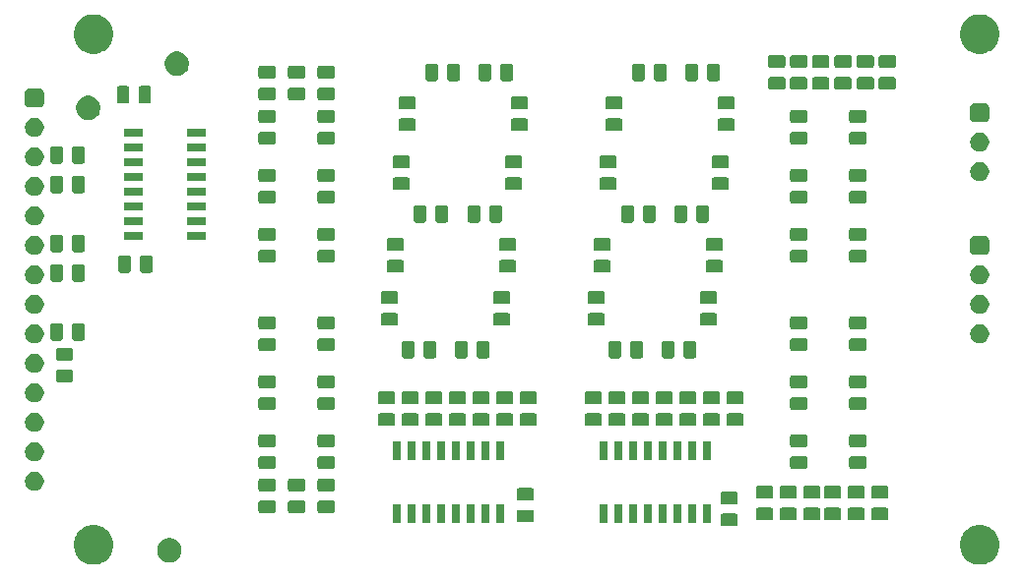
<source format=gbr>
G04 #@! TF.GenerationSoftware,KiCad,Pcbnew,(5.1.6)-1*
G04 #@! TF.CreationDate,2021-04-28T12:57:51+02:00*
G04 #@! TF.ProjectId,led_display_v1,6c65645f-6469-4737-906c-61795f76312e,rev?*
G04 #@! TF.SameCoordinates,Original*
G04 #@! TF.FileFunction,Soldermask,Top*
G04 #@! TF.FilePolarity,Negative*
%FSLAX46Y46*%
G04 Gerber Fmt 4.6, Leading zero omitted, Abs format (unit mm)*
G04 Created by KiCad (PCBNEW (5.1.6)-1) date 2021-04-28 12:57:51*
%MOMM*%
%LPD*%
G01*
G04 APERTURE LIST*
%ADD10C,0.100000*%
G04 APERTURE END LIST*
D10*
G36*
X184776162Y-95364368D02*
G01*
X185085724Y-95492593D01*
X185085725Y-95492594D01*
X185364324Y-95678747D01*
X185601253Y-95915676D01*
X185725637Y-96101830D01*
X185787407Y-96194276D01*
X185915632Y-96503838D01*
X185981000Y-96832465D01*
X185981000Y-97167535D01*
X185915632Y-97496162D01*
X185787407Y-97805724D01*
X185787406Y-97805725D01*
X185601253Y-98084324D01*
X185364324Y-98321253D01*
X185260040Y-98390933D01*
X185085724Y-98507407D01*
X184776162Y-98635632D01*
X184447535Y-98701000D01*
X184112465Y-98701000D01*
X183783838Y-98635632D01*
X183474276Y-98507407D01*
X183299960Y-98390933D01*
X183195676Y-98321253D01*
X182958747Y-98084324D01*
X182772594Y-97805725D01*
X182772593Y-97805724D01*
X182644368Y-97496162D01*
X182579000Y-97167535D01*
X182579000Y-96832465D01*
X182644368Y-96503838D01*
X182772593Y-96194276D01*
X182834363Y-96101830D01*
X182958747Y-95915676D01*
X183195676Y-95678747D01*
X183474275Y-95492594D01*
X183474276Y-95492593D01*
X183783838Y-95364368D01*
X184112465Y-95299000D01*
X184447535Y-95299000D01*
X184776162Y-95364368D01*
G37*
G36*
X108576162Y-95364368D02*
G01*
X108885724Y-95492593D01*
X108885725Y-95492594D01*
X109164324Y-95678747D01*
X109401253Y-95915676D01*
X109525637Y-96101830D01*
X109587407Y-96194276D01*
X109715632Y-96503838D01*
X109781000Y-96832465D01*
X109781000Y-97167535D01*
X109715632Y-97496162D01*
X109587407Y-97805724D01*
X109587406Y-97805725D01*
X109401253Y-98084324D01*
X109164324Y-98321253D01*
X109060040Y-98390933D01*
X108885724Y-98507407D01*
X108576162Y-98635632D01*
X108247535Y-98701000D01*
X107912465Y-98701000D01*
X107583838Y-98635632D01*
X107274276Y-98507407D01*
X107099960Y-98390933D01*
X106995676Y-98321253D01*
X106758747Y-98084324D01*
X106572594Y-97805725D01*
X106572593Y-97805724D01*
X106444368Y-97496162D01*
X106379000Y-97167535D01*
X106379000Y-96832465D01*
X106444368Y-96503838D01*
X106572593Y-96194276D01*
X106634363Y-96101830D01*
X106758747Y-95915676D01*
X106995676Y-95678747D01*
X107274275Y-95492594D01*
X107274276Y-95492593D01*
X107583838Y-95364368D01*
X107912465Y-95299000D01*
X108247535Y-95299000D01*
X108576162Y-95364368D01*
G37*
G36*
X114911416Y-96449879D02*
G01*
X115102592Y-96529067D01*
X115102594Y-96529068D01*
X115274648Y-96644031D01*
X115420969Y-96790352D01*
X115535933Y-96962408D01*
X115615121Y-97153584D01*
X115655490Y-97356534D01*
X115655490Y-97563466D01*
X115615121Y-97766416D01*
X115535933Y-97957592D01*
X115535932Y-97957594D01*
X115420969Y-98129648D01*
X115274648Y-98275969D01*
X115102594Y-98390932D01*
X115102593Y-98390933D01*
X115102592Y-98390933D01*
X114911416Y-98470121D01*
X114708466Y-98510490D01*
X114501534Y-98510490D01*
X114298584Y-98470121D01*
X114107408Y-98390933D01*
X114107407Y-98390933D01*
X114107406Y-98390932D01*
X113935352Y-98275969D01*
X113789031Y-98129648D01*
X113674068Y-97957594D01*
X113674067Y-97957592D01*
X113594879Y-97766416D01*
X113554510Y-97563466D01*
X113554510Y-97356534D01*
X113594879Y-97153584D01*
X113674067Y-96962408D01*
X113789031Y-96790352D01*
X113935352Y-96644031D01*
X114107406Y-96529068D01*
X114107408Y-96529067D01*
X114298584Y-96449879D01*
X114501534Y-96409510D01*
X114708466Y-96409510D01*
X114911416Y-96449879D01*
G37*
G36*
X163322468Y-94307565D02*
G01*
X163361138Y-94319296D01*
X163396777Y-94338346D01*
X163428017Y-94363983D01*
X163453654Y-94395223D01*
X163472704Y-94430862D01*
X163484435Y-94469532D01*
X163489000Y-94515888D01*
X163489000Y-95167112D01*
X163484435Y-95213468D01*
X163472704Y-95252138D01*
X163453654Y-95287777D01*
X163428017Y-95319017D01*
X163396777Y-95344654D01*
X163361138Y-95363704D01*
X163322468Y-95375435D01*
X163276112Y-95380000D01*
X162199888Y-95380000D01*
X162153532Y-95375435D01*
X162114862Y-95363704D01*
X162079223Y-95344654D01*
X162047983Y-95319017D01*
X162022346Y-95287777D01*
X162003296Y-95252138D01*
X161991565Y-95213468D01*
X161987000Y-95167112D01*
X161987000Y-94515888D01*
X161991565Y-94469532D01*
X162003296Y-94430862D01*
X162022346Y-94395223D01*
X162047983Y-94363983D01*
X162079223Y-94338346D01*
X162114862Y-94319296D01*
X162153532Y-94307565D01*
X162199888Y-94303000D01*
X163276112Y-94303000D01*
X163322468Y-94307565D01*
G37*
G36*
X157374000Y-95119000D02*
G01*
X156672000Y-95119000D01*
X156672000Y-93517000D01*
X157374000Y-93517000D01*
X157374000Y-95119000D01*
G37*
G36*
X158644000Y-95119000D02*
G01*
X157942000Y-95119000D01*
X157942000Y-93517000D01*
X158644000Y-93517000D01*
X158644000Y-95119000D01*
G37*
G36*
X159914000Y-95119000D02*
G01*
X159212000Y-95119000D01*
X159212000Y-93517000D01*
X159914000Y-93517000D01*
X159914000Y-95119000D01*
G37*
G36*
X161184000Y-95119000D02*
G01*
X160482000Y-95119000D01*
X160482000Y-93517000D01*
X161184000Y-93517000D01*
X161184000Y-95119000D01*
G37*
G36*
X134514000Y-95119000D02*
G01*
X133812000Y-95119000D01*
X133812000Y-93517000D01*
X134514000Y-93517000D01*
X134514000Y-95119000D01*
G37*
G36*
X135784000Y-95119000D02*
G01*
X135082000Y-95119000D01*
X135082000Y-93517000D01*
X135784000Y-93517000D01*
X135784000Y-95119000D01*
G37*
G36*
X137054000Y-95119000D02*
G01*
X136352000Y-95119000D01*
X136352000Y-93517000D01*
X137054000Y-93517000D01*
X137054000Y-95119000D01*
G37*
G36*
X138324000Y-95119000D02*
G01*
X137622000Y-95119000D01*
X137622000Y-93517000D01*
X138324000Y-93517000D01*
X138324000Y-95119000D01*
G37*
G36*
X139594000Y-95119000D02*
G01*
X138892000Y-95119000D01*
X138892000Y-93517000D01*
X139594000Y-93517000D01*
X139594000Y-95119000D01*
G37*
G36*
X142134000Y-95119000D02*
G01*
X141432000Y-95119000D01*
X141432000Y-93517000D01*
X142134000Y-93517000D01*
X142134000Y-95119000D01*
G37*
G36*
X143404000Y-95119000D02*
G01*
X142702000Y-95119000D01*
X142702000Y-93517000D01*
X143404000Y-93517000D01*
X143404000Y-95119000D01*
G37*
G36*
X152294000Y-95119000D02*
G01*
X151592000Y-95119000D01*
X151592000Y-93517000D01*
X152294000Y-93517000D01*
X152294000Y-95119000D01*
G37*
G36*
X153564000Y-95119000D02*
G01*
X152862000Y-95119000D01*
X152862000Y-93517000D01*
X153564000Y-93517000D01*
X153564000Y-95119000D01*
G37*
G36*
X154834000Y-95119000D02*
G01*
X154132000Y-95119000D01*
X154132000Y-93517000D01*
X154834000Y-93517000D01*
X154834000Y-95119000D01*
G37*
G36*
X156104000Y-95119000D02*
G01*
X155402000Y-95119000D01*
X155402000Y-93517000D01*
X156104000Y-93517000D01*
X156104000Y-95119000D01*
G37*
G36*
X140864000Y-95119000D02*
G01*
X140162000Y-95119000D01*
X140162000Y-93517000D01*
X140864000Y-93517000D01*
X140864000Y-95119000D01*
G37*
G36*
X145796468Y-93975065D02*
G01*
X145835138Y-93986796D01*
X145870777Y-94005846D01*
X145902017Y-94031483D01*
X145927654Y-94062723D01*
X145946704Y-94098362D01*
X145958435Y-94137032D01*
X145963000Y-94183388D01*
X145963000Y-94834612D01*
X145958435Y-94880968D01*
X145946704Y-94919638D01*
X145927654Y-94955277D01*
X145902017Y-94986517D01*
X145870777Y-95012154D01*
X145835138Y-95031204D01*
X145796468Y-95042935D01*
X145750112Y-95047500D01*
X144673888Y-95047500D01*
X144627532Y-95042935D01*
X144588862Y-95031204D01*
X144553223Y-95012154D01*
X144521983Y-94986517D01*
X144496346Y-94955277D01*
X144477296Y-94919638D01*
X144465565Y-94880968D01*
X144461000Y-94834612D01*
X144461000Y-94183388D01*
X144465565Y-94137032D01*
X144477296Y-94098362D01*
X144496346Y-94062723D01*
X144521983Y-94031483D01*
X144553223Y-94005846D01*
X144588862Y-93986796D01*
X144627532Y-93975065D01*
X144673888Y-93970500D01*
X145750112Y-93970500D01*
X145796468Y-93975065D01*
G37*
G36*
X174244468Y-93799565D02*
G01*
X174283138Y-93811296D01*
X174318777Y-93830346D01*
X174350017Y-93855983D01*
X174375654Y-93887223D01*
X174394704Y-93922862D01*
X174406435Y-93961532D01*
X174411000Y-94007888D01*
X174411000Y-94659112D01*
X174406435Y-94705468D01*
X174394704Y-94744138D01*
X174375654Y-94779777D01*
X174350017Y-94811017D01*
X174318777Y-94836654D01*
X174283138Y-94855704D01*
X174244468Y-94867435D01*
X174198112Y-94872000D01*
X173121888Y-94872000D01*
X173075532Y-94867435D01*
X173036862Y-94855704D01*
X173001223Y-94836654D01*
X172969983Y-94811017D01*
X172944346Y-94779777D01*
X172925296Y-94744138D01*
X172913565Y-94705468D01*
X172909000Y-94659112D01*
X172909000Y-94007888D01*
X172913565Y-93961532D01*
X172925296Y-93922862D01*
X172944346Y-93887223D01*
X172969983Y-93855983D01*
X173001223Y-93830346D01*
X173036862Y-93811296D01*
X173075532Y-93799565D01*
X173121888Y-93795000D01*
X174198112Y-93795000D01*
X174244468Y-93799565D01*
G37*
G36*
X170434468Y-93799565D02*
G01*
X170473138Y-93811296D01*
X170508777Y-93830346D01*
X170540017Y-93855983D01*
X170565654Y-93887223D01*
X170584704Y-93922862D01*
X170596435Y-93961532D01*
X170601000Y-94007888D01*
X170601000Y-94659112D01*
X170596435Y-94705468D01*
X170584704Y-94744138D01*
X170565654Y-94779777D01*
X170540017Y-94811017D01*
X170508777Y-94836654D01*
X170473138Y-94855704D01*
X170434468Y-94867435D01*
X170388112Y-94872000D01*
X169311888Y-94872000D01*
X169265532Y-94867435D01*
X169226862Y-94855704D01*
X169191223Y-94836654D01*
X169159983Y-94811017D01*
X169134346Y-94779777D01*
X169115296Y-94744138D01*
X169103565Y-94705468D01*
X169099000Y-94659112D01*
X169099000Y-94007888D01*
X169103565Y-93961532D01*
X169115296Y-93922862D01*
X169134346Y-93887223D01*
X169159983Y-93855983D01*
X169191223Y-93830346D01*
X169226862Y-93811296D01*
X169265532Y-93799565D01*
X169311888Y-93795000D01*
X170388112Y-93795000D01*
X170434468Y-93799565D01*
G37*
G36*
X168402468Y-93799565D02*
G01*
X168441138Y-93811296D01*
X168476777Y-93830346D01*
X168508017Y-93855983D01*
X168533654Y-93887223D01*
X168552704Y-93922862D01*
X168564435Y-93961532D01*
X168569000Y-94007888D01*
X168569000Y-94659112D01*
X168564435Y-94705468D01*
X168552704Y-94744138D01*
X168533654Y-94779777D01*
X168508017Y-94811017D01*
X168476777Y-94836654D01*
X168441138Y-94855704D01*
X168402468Y-94867435D01*
X168356112Y-94872000D01*
X167279888Y-94872000D01*
X167233532Y-94867435D01*
X167194862Y-94855704D01*
X167159223Y-94836654D01*
X167127983Y-94811017D01*
X167102346Y-94779777D01*
X167083296Y-94744138D01*
X167071565Y-94705468D01*
X167067000Y-94659112D01*
X167067000Y-94007888D01*
X167071565Y-93961532D01*
X167083296Y-93922862D01*
X167102346Y-93887223D01*
X167127983Y-93855983D01*
X167159223Y-93830346D01*
X167194862Y-93811296D01*
X167233532Y-93799565D01*
X167279888Y-93795000D01*
X168356112Y-93795000D01*
X168402468Y-93799565D01*
G37*
G36*
X166370468Y-93799565D02*
G01*
X166409138Y-93811296D01*
X166444777Y-93830346D01*
X166476017Y-93855983D01*
X166501654Y-93887223D01*
X166520704Y-93922862D01*
X166532435Y-93961532D01*
X166537000Y-94007888D01*
X166537000Y-94659112D01*
X166532435Y-94705468D01*
X166520704Y-94744138D01*
X166501654Y-94779777D01*
X166476017Y-94811017D01*
X166444777Y-94836654D01*
X166409138Y-94855704D01*
X166370468Y-94867435D01*
X166324112Y-94872000D01*
X165247888Y-94872000D01*
X165201532Y-94867435D01*
X165162862Y-94855704D01*
X165127223Y-94836654D01*
X165095983Y-94811017D01*
X165070346Y-94779777D01*
X165051296Y-94744138D01*
X165039565Y-94705468D01*
X165035000Y-94659112D01*
X165035000Y-94007888D01*
X165039565Y-93961532D01*
X165051296Y-93922862D01*
X165070346Y-93887223D01*
X165095983Y-93855983D01*
X165127223Y-93830346D01*
X165162862Y-93811296D01*
X165201532Y-93799565D01*
X165247888Y-93795000D01*
X166324112Y-93795000D01*
X166370468Y-93799565D01*
G37*
G36*
X176276468Y-93799565D02*
G01*
X176315138Y-93811296D01*
X176350777Y-93830346D01*
X176382017Y-93855983D01*
X176407654Y-93887223D01*
X176426704Y-93922862D01*
X176438435Y-93961532D01*
X176443000Y-94007888D01*
X176443000Y-94659112D01*
X176438435Y-94705468D01*
X176426704Y-94744138D01*
X176407654Y-94779777D01*
X176382017Y-94811017D01*
X176350777Y-94836654D01*
X176315138Y-94855704D01*
X176276468Y-94867435D01*
X176230112Y-94872000D01*
X175153888Y-94872000D01*
X175107532Y-94867435D01*
X175068862Y-94855704D01*
X175033223Y-94836654D01*
X175001983Y-94811017D01*
X174976346Y-94779777D01*
X174957296Y-94744138D01*
X174945565Y-94705468D01*
X174941000Y-94659112D01*
X174941000Y-94007888D01*
X174945565Y-93961532D01*
X174957296Y-93922862D01*
X174976346Y-93887223D01*
X175001983Y-93855983D01*
X175033223Y-93830346D01*
X175068862Y-93811296D01*
X175107532Y-93799565D01*
X175153888Y-93795000D01*
X176230112Y-93795000D01*
X176276468Y-93799565D01*
G37*
G36*
X172212468Y-93799565D02*
G01*
X172251138Y-93811296D01*
X172286777Y-93830346D01*
X172318017Y-93855983D01*
X172343654Y-93887223D01*
X172362704Y-93922862D01*
X172374435Y-93961532D01*
X172379000Y-94007888D01*
X172379000Y-94659112D01*
X172374435Y-94705468D01*
X172362704Y-94744138D01*
X172343654Y-94779777D01*
X172318017Y-94811017D01*
X172286777Y-94836654D01*
X172251138Y-94855704D01*
X172212468Y-94867435D01*
X172166112Y-94872000D01*
X171089888Y-94872000D01*
X171043532Y-94867435D01*
X171004862Y-94855704D01*
X170969223Y-94836654D01*
X170937983Y-94811017D01*
X170912346Y-94779777D01*
X170893296Y-94744138D01*
X170881565Y-94705468D01*
X170877000Y-94659112D01*
X170877000Y-94007888D01*
X170881565Y-93961532D01*
X170893296Y-93922862D01*
X170912346Y-93887223D01*
X170937983Y-93855983D01*
X170969223Y-93830346D01*
X171004862Y-93811296D01*
X171043532Y-93799565D01*
X171089888Y-93795000D01*
X172166112Y-93795000D01*
X172212468Y-93799565D01*
G37*
G36*
X128664468Y-93183565D02*
G01*
X128703138Y-93195296D01*
X128738777Y-93214346D01*
X128770017Y-93239983D01*
X128795654Y-93271223D01*
X128814704Y-93306862D01*
X128826435Y-93345532D01*
X128831000Y-93391888D01*
X128831000Y-94043112D01*
X128826435Y-94089468D01*
X128814704Y-94128138D01*
X128795654Y-94163777D01*
X128770017Y-94195017D01*
X128738777Y-94220654D01*
X128703138Y-94239704D01*
X128664468Y-94251435D01*
X128618112Y-94256000D01*
X127541888Y-94256000D01*
X127495532Y-94251435D01*
X127456862Y-94239704D01*
X127421223Y-94220654D01*
X127389983Y-94195017D01*
X127364346Y-94163777D01*
X127345296Y-94128138D01*
X127333565Y-94089468D01*
X127329000Y-94043112D01*
X127329000Y-93391888D01*
X127333565Y-93345532D01*
X127345296Y-93306862D01*
X127364346Y-93271223D01*
X127389983Y-93239983D01*
X127421223Y-93214346D01*
X127456862Y-93195296D01*
X127495532Y-93183565D01*
X127541888Y-93179000D01*
X128618112Y-93179000D01*
X128664468Y-93183565D01*
G37*
G36*
X123584468Y-93183565D02*
G01*
X123623138Y-93195296D01*
X123658777Y-93214346D01*
X123690017Y-93239983D01*
X123715654Y-93271223D01*
X123734704Y-93306862D01*
X123746435Y-93345532D01*
X123751000Y-93391888D01*
X123751000Y-94043112D01*
X123746435Y-94089468D01*
X123734704Y-94128138D01*
X123715654Y-94163777D01*
X123690017Y-94195017D01*
X123658777Y-94220654D01*
X123623138Y-94239704D01*
X123584468Y-94251435D01*
X123538112Y-94256000D01*
X122461888Y-94256000D01*
X122415532Y-94251435D01*
X122376862Y-94239704D01*
X122341223Y-94220654D01*
X122309983Y-94195017D01*
X122284346Y-94163777D01*
X122265296Y-94128138D01*
X122253565Y-94089468D01*
X122249000Y-94043112D01*
X122249000Y-93391888D01*
X122253565Y-93345532D01*
X122265296Y-93306862D01*
X122284346Y-93271223D01*
X122309983Y-93239983D01*
X122341223Y-93214346D01*
X122376862Y-93195296D01*
X122415532Y-93183565D01*
X122461888Y-93179000D01*
X123538112Y-93179000D01*
X123584468Y-93183565D01*
G37*
G36*
X126124468Y-93183565D02*
G01*
X126163138Y-93195296D01*
X126198777Y-93214346D01*
X126230017Y-93239983D01*
X126255654Y-93271223D01*
X126274704Y-93306862D01*
X126286435Y-93345532D01*
X126291000Y-93391888D01*
X126291000Y-94043112D01*
X126286435Y-94089468D01*
X126274704Y-94128138D01*
X126255654Y-94163777D01*
X126230017Y-94195017D01*
X126198777Y-94220654D01*
X126163138Y-94239704D01*
X126124468Y-94251435D01*
X126078112Y-94256000D01*
X125001888Y-94256000D01*
X124955532Y-94251435D01*
X124916862Y-94239704D01*
X124881223Y-94220654D01*
X124849983Y-94195017D01*
X124824346Y-94163777D01*
X124805296Y-94128138D01*
X124793565Y-94089468D01*
X124789000Y-94043112D01*
X124789000Y-93391888D01*
X124793565Y-93345532D01*
X124805296Y-93306862D01*
X124824346Y-93271223D01*
X124849983Y-93239983D01*
X124881223Y-93214346D01*
X124916862Y-93195296D01*
X124955532Y-93183565D01*
X125001888Y-93179000D01*
X126078112Y-93179000D01*
X126124468Y-93183565D01*
G37*
G36*
X163322468Y-92432565D02*
G01*
X163361138Y-92444296D01*
X163396777Y-92463346D01*
X163428017Y-92488983D01*
X163453654Y-92520223D01*
X163472704Y-92555862D01*
X163484435Y-92594532D01*
X163489000Y-92640888D01*
X163489000Y-93292112D01*
X163484435Y-93338468D01*
X163472704Y-93377138D01*
X163453654Y-93412777D01*
X163428017Y-93444017D01*
X163396777Y-93469654D01*
X163361138Y-93488704D01*
X163322468Y-93500435D01*
X163276112Y-93505000D01*
X162199888Y-93505000D01*
X162153532Y-93500435D01*
X162114862Y-93488704D01*
X162079223Y-93469654D01*
X162047983Y-93444017D01*
X162022346Y-93412777D01*
X162003296Y-93377138D01*
X161991565Y-93338468D01*
X161987000Y-93292112D01*
X161987000Y-92640888D01*
X161991565Y-92594532D01*
X162003296Y-92555862D01*
X162022346Y-92520223D01*
X162047983Y-92488983D01*
X162079223Y-92463346D01*
X162114862Y-92444296D01*
X162153532Y-92432565D01*
X162199888Y-92428000D01*
X163276112Y-92428000D01*
X163322468Y-92432565D01*
G37*
G36*
X145796468Y-92100065D02*
G01*
X145835138Y-92111796D01*
X145870777Y-92130846D01*
X145902017Y-92156483D01*
X145927654Y-92187723D01*
X145946704Y-92223362D01*
X145958435Y-92262032D01*
X145963000Y-92308388D01*
X145963000Y-92959612D01*
X145958435Y-93005968D01*
X145946704Y-93044638D01*
X145927654Y-93080277D01*
X145902017Y-93111517D01*
X145870777Y-93137154D01*
X145835138Y-93156204D01*
X145796468Y-93167935D01*
X145750112Y-93172500D01*
X144673888Y-93172500D01*
X144627532Y-93167935D01*
X144588862Y-93156204D01*
X144553223Y-93137154D01*
X144521983Y-93111517D01*
X144496346Y-93080277D01*
X144477296Y-93044638D01*
X144465565Y-93005968D01*
X144461000Y-92959612D01*
X144461000Y-92308388D01*
X144465565Y-92262032D01*
X144477296Y-92223362D01*
X144496346Y-92187723D01*
X144521983Y-92156483D01*
X144553223Y-92130846D01*
X144588862Y-92111796D01*
X144627532Y-92100065D01*
X144673888Y-92095500D01*
X145750112Y-92095500D01*
X145796468Y-92100065D01*
G37*
G36*
X168402468Y-91924565D02*
G01*
X168441138Y-91936296D01*
X168476777Y-91955346D01*
X168508017Y-91980983D01*
X168533654Y-92012223D01*
X168552704Y-92047862D01*
X168564435Y-92086532D01*
X168569000Y-92132888D01*
X168569000Y-92784112D01*
X168564435Y-92830468D01*
X168552704Y-92869138D01*
X168533654Y-92904777D01*
X168508017Y-92936017D01*
X168476777Y-92961654D01*
X168441138Y-92980704D01*
X168402468Y-92992435D01*
X168356112Y-92997000D01*
X167279888Y-92997000D01*
X167233532Y-92992435D01*
X167194862Y-92980704D01*
X167159223Y-92961654D01*
X167127983Y-92936017D01*
X167102346Y-92904777D01*
X167083296Y-92869138D01*
X167071565Y-92830468D01*
X167067000Y-92784112D01*
X167067000Y-92132888D01*
X167071565Y-92086532D01*
X167083296Y-92047862D01*
X167102346Y-92012223D01*
X167127983Y-91980983D01*
X167159223Y-91955346D01*
X167194862Y-91936296D01*
X167233532Y-91924565D01*
X167279888Y-91920000D01*
X168356112Y-91920000D01*
X168402468Y-91924565D01*
G37*
G36*
X172212468Y-91924565D02*
G01*
X172251138Y-91936296D01*
X172286777Y-91955346D01*
X172318017Y-91980983D01*
X172343654Y-92012223D01*
X172362704Y-92047862D01*
X172374435Y-92086532D01*
X172379000Y-92132888D01*
X172379000Y-92784112D01*
X172374435Y-92830468D01*
X172362704Y-92869138D01*
X172343654Y-92904777D01*
X172318017Y-92936017D01*
X172286777Y-92961654D01*
X172251138Y-92980704D01*
X172212468Y-92992435D01*
X172166112Y-92997000D01*
X171089888Y-92997000D01*
X171043532Y-92992435D01*
X171004862Y-92980704D01*
X170969223Y-92961654D01*
X170937983Y-92936017D01*
X170912346Y-92904777D01*
X170893296Y-92869138D01*
X170881565Y-92830468D01*
X170877000Y-92784112D01*
X170877000Y-92132888D01*
X170881565Y-92086532D01*
X170893296Y-92047862D01*
X170912346Y-92012223D01*
X170937983Y-91980983D01*
X170969223Y-91955346D01*
X171004862Y-91936296D01*
X171043532Y-91924565D01*
X171089888Y-91920000D01*
X172166112Y-91920000D01*
X172212468Y-91924565D01*
G37*
G36*
X170434468Y-91924565D02*
G01*
X170473138Y-91936296D01*
X170508777Y-91955346D01*
X170540017Y-91980983D01*
X170565654Y-92012223D01*
X170584704Y-92047862D01*
X170596435Y-92086532D01*
X170601000Y-92132888D01*
X170601000Y-92784112D01*
X170596435Y-92830468D01*
X170584704Y-92869138D01*
X170565654Y-92904777D01*
X170540017Y-92936017D01*
X170508777Y-92961654D01*
X170473138Y-92980704D01*
X170434468Y-92992435D01*
X170388112Y-92997000D01*
X169311888Y-92997000D01*
X169265532Y-92992435D01*
X169226862Y-92980704D01*
X169191223Y-92961654D01*
X169159983Y-92936017D01*
X169134346Y-92904777D01*
X169115296Y-92869138D01*
X169103565Y-92830468D01*
X169099000Y-92784112D01*
X169099000Y-92132888D01*
X169103565Y-92086532D01*
X169115296Y-92047862D01*
X169134346Y-92012223D01*
X169159983Y-91980983D01*
X169191223Y-91955346D01*
X169226862Y-91936296D01*
X169265532Y-91924565D01*
X169311888Y-91920000D01*
X170388112Y-91920000D01*
X170434468Y-91924565D01*
G37*
G36*
X166370468Y-91924565D02*
G01*
X166409138Y-91936296D01*
X166444777Y-91955346D01*
X166476017Y-91980983D01*
X166501654Y-92012223D01*
X166520704Y-92047862D01*
X166532435Y-92086532D01*
X166537000Y-92132888D01*
X166537000Y-92784112D01*
X166532435Y-92830468D01*
X166520704Y-92869138D01*
X166501654Y-92904777D01*
X166476017Y-92936017D01*
X166444777Y-92961654D01*
X166409138Y-92980704D01*
X166370468Y-92992435D01*
X166324112Y-92997000D01*
X165247888Y-92997000D01*
X165201532Y-92992435D01*
X165162862Y-92980704D01*
X165127223Y-92961654D01*
X165095983Y-92936017D01*
X165070346Y-92904777D01*
X165051296Y-92869138D01*
X165039565Y-92830468D01*
X165035000Y-92784112D01*
X165035000Y-92132888D01*
X165039565Y-92086532D01*
X165051296Y-92047862D01*
X165070346Y-92012223D01*
X165095983Y-91980983D01*
X165127223Y-91955346D01*
X165162862Y-91936296D01*
X165201532Y-91924565D01*
X165247888Y-91920000D01*
X166324112Y-91920000D01*
X166370468Y-91924565D01*
G37*
G36*
X176276468Y-91924565D02*
G01*
X176315138Y-91936296D01*
X176350777Y-91955346D01*
X176382017Y-91980983D01*
X176407654Y-92012223D01*
X176426704Y-92047862D01*
X176438435Y-92086532D01*
X176443000Y-92132888D01*
X176443000Y-92784112D01*
X176438435Y-92830468D01*
X176426704Y-92869138D01*
X176407654Y-92904777D01*
X176382017Y-92936017D01*
X176350777Y-92961654D01*
X176315138Y-92980704D01*
X176276468Y-92992435D01*
X176230112Y-92997000D01*
X175153888Y-92997000D01*
X175107532Y-92992435D01*
X175068862Y-92980704D01*
X175033223Y-92961654D01*
X175001983Y-92936017D01*
X174976346Y-92904777D01*
X174957296Y-92869138D01*
X174945565Y-92830468D01*
X174941000Y-92784112D01*
X174941000Y-92132888D01*
X174945565Y-92086532D01*
X174957296Y-92047862D01*
X174976346Y-92012223D01*
X175001983Y-91980983D01*
X175033223Y-91955346D01*
X175068862Y-91936296D01*
X175107532Y-91924565D01*
X175153888Y-91920000D01*
X176230112Y-91920000D01*
X176276468Y-91924565D01*
G37*
G36*
X174244468Y-91924565D02*
G01*
X174283138Y-91936296D01*
X174318777Y-91955346D01*
X174350017Y-91980983D01*
X174375654Y-92012223D01*
X174394704Y-92047862D01*
X174406435Y-92086532D01*
X174411000Y-92132888D01*
X174411000Y-92784112D01*
X174406435Y-92830468D01*
X174394704Y-92869138D01*
X174375654Y-92904777D01*
X174350017Y-92936017D01*
X174318777Y-92961654D01*
X174283138Y-92980704D01*
X174244468Y-92992435D01*
X174198112Y-92997000D01*
X173121888Y-92997000D01*
X173075532Y-92992435D01*
X173036862Y-92980704D01*
X173001223Y-92961654D01*
X172969983Y-92936017D01*
X172944346Y-92904777D01*
X172925296Y-92869138D01*
X172913565Y-92830468D01*
X172909000Y-92784112D01*
X172909000Y-92132888D01*
X172913565Y-92086532D01*
X172925296Y-92047862D01*
X172944346Y-92012223D01*
X172969983Y-91980983D01*
X173001223Y-91955346D01*
X173036862Y-91936296D01*
X173075532Y-91924565D01*
X173121888Y-91920000D01*
X174198112Y-91920000D01*
X174244468Y-91924565D01*
G37*
G36*
X123584468Y-91308565D02*
G01*
X123623138Y-91320296D01*
X123658777Y-91339346D01*
X123690017Y-91364983D01*
X123715654Y-91396223D01*
X123734704Y-91431862D01*
X123746435Y-91470532D01*
X123751000Y-91516888D01*
X123751000Y-92168112D01*
X123746435Y-92214468D01*
X123734704Y-92253138D01*
X123715654Y-92288777D01*
X123690017Y-92320017D01*
X123658777Y-92345654D01*
X123623138Y-92364704D01*
X123584468Y-92376435D01*
X123538112Y-92381000D01*
X122461888Y-92381000D01*
X122415532Y-92376435D01*
X122376862Y-92364704D01*
X122341223Y-92345654D01*
X122309983Y-92320017D01*
X122284346Y-92288777D01*
X122265296Y-92253138D01*
X122253565Y-92214468D01*
X122249000Y-92168112D01*
X122249000Y-91516888D01*
X122253565Y-91470532D01*
X122265296Y-91431862D01*
X122284346Y-91396223D01*
X122309983Y-91364983D01*
X122341223Y-91339346D01*
X122376862Y-91320296D01*
X122415532Y-91308565D01*
X122461888Y-91304000D01*
X123538112Y-91304000D01*
X123584468Y-91308565D01*
G37*
G36*
X128664468Y-91308565D02*
G01*
X128703138Y-91320296D01*
X128738777Y-91339346D01*
X128770017Y-91364983D01*
X128795654Y-91396223D01*
X128814704Y-91431862D01*
X128826435Y-91470532D01*
X128831000Y-91516888D01*
X128831000Y-92168112D01*
X128826435Y-92214468D01*
X128814704Y-92253138D01*
X128795654Y-92288777D01*
X128770017Y-92320017D01*
X128738777Y-92345654D01*
X128703138Y-92364704D01*
X128664468Y-92376435D01*
X128618112Y-92381000D01*
X127541888Y-92381000D01*
X127495532Y-92376435D01*
X127456862Y-92364704D01*
X127421223Y-92345654D01*
X127389983Y-92320017D01*
X127364346Y-92288777D01*
X127345296Y-92253138D01*
X127333565Y-92214468D01*
X127329000Y-92168112D01*
X127329000Y-91516888D01*
X127333565Y-91470532D01*
X127345296Y-91431862D01*
X127364346Y-91396223D01*
X127389983Y-91364983D01*
X127421223Y-91339346D01*
X127456862Y-91320296D01*
X127495532Y-91308565D01*
X127541888Y-91304000D01*
X128618112Y-91304000D01*
X128664468Y-91308565D01*
G37*
G36*
X126124468Y-91308565D02*
G01*
X126163138Y-91320296D01*
X126198777Y-91339346D01*
X126230017Y-91364983D01*
X126255654Y-91396223D01*
X126274704Y-91431862D01*
X126286435Y-91470532D01*
X126291000Y-91516888D01*
X126291000Y-92168112D01*
X126286435Y-92214468D01*
X126274704Y-92253138D01*
X126255654Y-92288777D01*
X126230017Y-92320017D01*
X126198777Y-92345654D01*
X126163138Y-92364704D01*
X126124468Y-92376435D01*
X126078112Y-92381000D01*
X125001888Y-92381000D01*
X124955532Y-92376435D01*
X124916862Y-92364704D01*
X124881223Y-92345654D01*
X124849983Y-92320017D01*
X124824346Y-92288777D01*
X124805296Y-92253138D01*
X124793565Y-92214468D01*
X124789000Y-92168112D01*
X124789000Y-91516888D01*
X124793565Y-91470532D01*
X124805296Y-91431862D01*
X124824346Y-91396223D01*
X124849983Y-91364983D01*
X124881223Y-91339346D01*
X124916862Y-91320296D01*
X124955532Y-91308565D01*
X125001888Y-91304000D01*
X126078112Y-91304000D01*
X126124468Y-91308565D01*
G37*
G36*
X103237142Y-90728242D02*
G01*
X103385101Y-90789529D01*
X103518255Y-90878499D01*
X103631501Y-90991745D01*
X103720471Y-91124899D01*
X103781758Y-91272858D01*
X103813000Y-91429925D01*
X103813000Y-91590075D01*
X103781758Y-91747142D01*
X103720471Y-91895101D01*
X103631501Y-92028255D01*
X103518255Y-92141501D01*
X103385101Y-92230471D01*
X103237142Y-92291758D01*
X103080075Y-92323000D01*
X102919925Y-92323000D01*
X102762858Y-92291758D01*
X102614899Y-92230471D01*
X102481745Y-92141501D01*
X102368499Y-92028255D01*
X102279529Y-91895101D01*
X102218242Y-91747142D01*
X102187000Y-91590075D01*
X102187000Y-91429925D01*
X102218242Y-91272858D01*
X102279529Y-91124899D01*
X102368499Y-90991745D01*
X102481745Y-90878499D01*
X102614899Y-90789529D01*
X102762858Y-90728242D01*
X102919925Y-90697000D01*
X103080075Y-90697000D01*
X103237142Y-90728242D01*
G37*
G36*
X123584468Y-89373565D02*
G01*
X123623138Y-89385296D01*
X123658777Y-89404346D01*
X123690017Y-89429983D01*
X123715654Y-89461223D01*
X123734704Y-89496862D01*
X123746435Y-89535532D01*
X123751000Y-89581888D01*
X123751000Y-90233112D01*
X123746435Y-90279468D01*
X123734704Y-90318138D01*
X123715654Y-90353777D01*
X123690017Y-90385017D01*
X123658777Y-90410654D01*
X123623138Y-90429704D01*
X123584468Y-90441435D01*
X123538112Y-90446000D01*
X122461888Y-90446000D01*
X122415532Y-90441435D01*
X122376862Y-90429704D01*
X122341223Y-90410654D01*
X122309983Y-90385017D01*
X122284346Y-90353777D01*
X122265296Y-90318138D01*
X122253565Y-90279468D01*
X122249000Y-90233112D01*
X122249000Y-89581888D01*
X122253565Y-89535532D01*
X122265296Y-89496862D01*
X122284346Y-89461223D01*
X122309983Y-89429983D01*
X122341223Y-89404346D01*
X122376862Y-89385296D01*
X122415532Y-89373565D01*
X122461888Y-89369000D01*
X123538112Y-89369000D01*
X123584468Y-89373565D01*
G37*
G36*
X169304468Y-89373565D02*
G01*
X169343138Y-89385296D01*
X169378777Y-89404346D01*
X169410017Y-89429983D01*
X169435654Y-89461223D01*
X169454704Y-89496862D01*
X169466435Y-89535532D01*
X169471000Y-89581888D01*
X169471000Y-90233112D01*
X169466435Y-90279468D01*
X169454704Y-90318138D01*
X169435654Y-90353777D01*
X169410017Y-90385017D01*
X169378777Y-90410654D01*
X169343138Y-90429704D01*
X169304468Y-90441435D01*
X169258112Y-90446000D01*
X168181888Y-90446000D01*
X168135532Y-90441435D01*
X168096862Y-90429704D01*
X168061223Y-90410654D01*
X168029983Y-90385017D01*
X168004346Y-90353777D01*
X167985296Y-90318138D01*
X167973565Y-90279468D01*
X167969000Y-90233112D01*
X167969000Y-89581888D01*
X167973565Y-89535532D01*
X167985296Y-89496862D01*
X168004346Y-89461223D01*
X168029983Y-89429983D01*
X168061223Y-89404346D01*
X168096862Y-89385296D01*
X168135532Y-89373565D01*
X168181888Y-89369000D01*
X169258112Y-89369000D01*
X169304468Y-89373565D01*
G37*
G36*
X174384468Y-89373565D02*
G01*
X174423138Y-89385296D01*
X174458777Y-89404346D01*
X174490017Y-89429983D01*
X174515654Y-89461223D01*
X174534704Y-89496862D01*
X174546435Y-89535532D01*
X174551000Y-89581888D01*
X174551000Y-90233112D01*
X174546435Y-90279468D01*
X174534704Y-90318138D01*
X174515654Y-90353777D01*
X174490017Y-90385017D01*
X174458777Y-90410654D01*
X174423138Y-90429704D01*
X174384468Y-90441435D01*
X174338112Y-90446000D01*
X173261888Y-90446000D01*
X173215532Y-90441435D01*
X173176862Y-90429704D01*
X173141223Y-90410654D01*
X173109983Y-90385017D01*
X173084346Y-90353777D01*
X173065296Y-90318138D01*
X173053565Y-90279468D01*
X173049000Y-90233112D01*
X173049000Y-89581888D01*
X173053565Y-89535532D01*
X173065296Y-89496862D01*
X173084346Y-89461223D01*
X173109983Y-89429983D01*
X173141223Y-89404346D01*
X173176862Y-89385296D01*
X173215532Y-89373565D01*
X173261888Y-89369000D01*
X174338112Y-89369000D01*
X174384468Y-89373565D01*
G37*
G36*
X128664468Y-89373565D02*
G01*
X128703138Y-89385296D01*
X128738777Y-89404346D01*
X128770017Y-89429983D01*
X128795654Y-89461223D01*
X128814704Y-89496862D01*
X128826435Y-89535532D01*
X128831000Y-89581888D01*
X128831000Y-90233112D01*
X128826435Y-90279468D01*
X128814704Y-90318138D01*
X128795654Y-90353777D01*
X128770017Y-90385017D01*
X128738777Y-90410654D01*
X128703138Y-90429704D01*
X128664468Y-90441435D01*
X128618112Y-90446000D01*
X127541888Y-90446000D01*
X127495532Y-90441435D01*
X127456862Y-90429704D01*
X127421223Y-90410654D01*
X127389983Y-90385017D01*
X127364346Y-90353777D01*
X127345296Y-90318138D01*
X127333565Y-90279468D01*
X127329000Y-90233112D01*
X127329000Y-89581888D01*
X127333565Y-89535532D01*
X127345296Y-89496862D01*
X127364346Y-89461223D01*
X127389983Y-89429983D01*
X127421223Y-89404346D01*
X127456862Y-89385296D01*
X127495532Y-89373565D01*
X127541888Y-89369000D01*
X128618112Y-89369000D01*
X128664468Y-89373565D01*
G37*
G36*
X103237142Y-88188242D02*
G01*
X103385101Y-88249529D01*
X103518255Y-88338499D01*
X103631501Y-88451745D01*
X103720471Y-88584899D01*
X103781758Y-88732858D01*
X103813000Y-88889925D01*
X103813000Y-89050075D01*
X103781758Y-89207142D01*
X103720471Y-89355101D01*
X103631501Y-89488255D01*
X103518255Y-89601501D01*
X103385101Y-89690471D01*
X103237142Y-89751758D01*
X103080075Y-89783000D01*
X102919925Y-89783000D01*
X102762858Y-89751758D01*
X102614899Y-89690471D01*
X102481745Y-89601501D01*
X102368499Y-89488255D01*
X102279529Y-89355101D01*
X102218242Y-89207142D01*
X102187000Y-89050075D01*
X102187000Y-88889925D01*
X102218242Y-88732858D01*
X102279529Y-88584899D01*
X102368499Y-88451745D01*
X102481745Y-88338499D01*
X102614899Y-88249529D01*
X102762858Y-88188242D01*
X102919925Y-88157000D01*
X103080075Y-88157000D01*
X103237142Y-88188242D01*
G37*
G36*
X154834000Y-89719000D02*
G01*
X154132000Y-89719000D01*
X154132000Y-88117000D01*
X154834000Y-88117000D01*
X154834000Y-89719000D01*
G37*
G36*
X157374000Y-89719000D02*
G01*
X156672000Y-89719000D01*
X156672000Y-88117000D01*
X157374000Y-88117000D01*
X157374000Y-89719000D01*
G37*
G36*
X159914000Y-89719000D02*
G01*
X159212000Y-89719000D01*
X159212000Y-88117000D01*
X159914000Y-88117000D01*
X159914000Y-89719000D01*
G37*
G36*
X134514000Y-89719000D02*
G01*
X133812000Y-89719000D01*
X133812000Y-88117000D01*
X134514000Y-88117000D01*
X134514000Y-89719000D01*
G37*
G36*
X135784000Y-89719000D02*
G01*
X135082000Y-89719000D01*
X135082000Y-88117000D01*
X135784000Y-88117000D01*
X135784000Y-89719000D01*
G37*
G36*
X137054000Y-89719000D02*
G01*
X136352000Y-89719000D01*
X136352000Y-88117000D01*
X137054000Y-88117000D01*
X137054000Y-89719000D01*
G37*
G36*
X138324000Y-89719000D02*
G01*
X137622000Y-89719000D01*
X137622000Y-88117000D01*
X138324000Y-88117000D01*
X138324000Y-89719000D01*
G37*
G36*
X139594000Y-89719000D02*
G01*
X138892000Y-89719000D01*
X138892000Y-88117000D01*
X139594000Y-88117000D01*
X139594000Y-89719000D01*
G37*
G36*
X140864000Y-89719000D02*
G01*
X140162000Y-89719000D01*
X140162000Y-88117000D01*
X140864000Y-88117000D01*
X140864000Y-89719000D01*
G37*
G36*
X142134000Y-89719000D02*
G01*
X141432000Y-89719000D01*
X141432000Y-88117000D01*
X142134000Y-88117000D01*
X142134000Y-89719000D01*
G37*
G36*
X143404000Y-89719000D02*
G01*
X142702000Y-89719000D01*
X142702000Y-88117000D01*
X143404000Y-88117000D01*
X143404000Y-89719000D01*
G37*
G36*
X156104000Y-89719000D02*
G01*
X155402000Y-89719000D01*
X155402000Y-88117000D01*
X156104000Y-88117000D01*
X156104000Y-89719000D01*
G37*
G36*
X153564000Y-89719000D02*
G01*
X152862000Y-89719000D01*
X152862000Y-88117000D01*
X153564000Y-88117000D01*
X153564000Y-89719000D01*
G37*
G36*
X158644000Y-89719000D02*
G01*
X157942000Y-89719000D01*
X157942000Y-88117000D01*
X158644000Y-88117000D01*
X158644000Y-89719000D01*
G37*
G36*
X152294000Y-89719000D02*
G01*
X151592000Y-89719000D01*
X151592000Y-88117000D01*
X152294000Y-88117000D01*
X152294000Y-89719000D01*
G37*
G36*
X161184000Y-89719000D02*
G01*
X160482000Y-89719000D01*
X160482000Y-88117000D01*
X161184000Y-88117000D01*
X161184000Y-89719000D01*
G37*
G36*
X169304468Y-87498565D02*
G01*
X169343138Y-87510296D01*
X169378777Y-87529346D01*
X169410017Y-87554983D01*
X169435654Y-87586223D01*
X169454704Y-87621862D01*
X169466435Y-87660532D01*
X169471000Y-87706888D01*
X169471000Y-88358112D01*
X169466435Y-88404468D01*
X169454704Y-88443138D01*
X169435654Y-88478777D01*
X169410017Y-88510017D01*
X169378777Y-88535654D01*
X169343138Y-88554704D01*
X169304468Y-88566435D01*
X169258112Y-88571000D01*
X168181888Y-88571000D01*
X168135532Y-88566435D01*
X168096862Y-88554704D01*
X168061223Y-88535654D01*
X168029983Y-88510017D01*
X168004346Y-88478777D01*
X167985296Y-88443138D01*
X167973565Y-88404468D01*
X167969000Y-88358112D01*
X167969000Y-87706888D01*
X167973565Y-87660532D01*
X167985296Y-87621862D01*
X168004346Y-87586223D01*
X168029983Y-87554983D01*
X168061223Y-87529346D01*
X168096862Y-87510296D01*
X168135532Y-87498565D01*
X168181888Y-87494000D01*
X169258112Y-87494000D01*
X169304468Y-87498565D01*
G37*
G36*
X174384468Y-87498565D02*
G01*
X174423138Y-87510296D01*
X174458777Y-87529346D01*
X174490017Y-87554983D01*
X174515654Y-87586223D01*
X174534704Y-87621862D01*
X174546435Y-87660532D01*
X174551000Y-87706888D01*
X174551000Y-88358112D01*
X174546435Y-88404468D01*
X174534704Y-88443138D01*
X174515654Y-88478777D01*
X174490017Y-88510017D01*
X174458777Y-88535654D01*
X174423138Y-88554704D01*
X174384468Y-88566435D01*
X174338112Y-88571000D01*
X173261888Y-88571000D01*
X173215532Y-88566435D01*
X173176862Y-88554704D01*
X173141223Y-88535654D01*
X173109983Y-88510017D01*
X173084346Y-88478777D01*
X173065296Y-88443138D01*
X173053565Y-88404468D01*
X173049000Y-88358112D01*
X173049000Y-87706888D01*
X173053565Y-87660532D01*
X173065296Y-87621862D01*
X173084346Y-87586223D01*
X173109983Y-87554983D01*
X173141223Y-87529346D01*
X173176862Y-87510296D01*
X173215532Y-87498565D01*
X173261888Y-87494000D01*
X174338112Y-87494000D01*
X174384468Y-87498565D01*
G37*
G36*
X128664468Y-87498565D02*
G01*
X128703138Y-87510296D01*
X128738777Y-87529346D01*
X128770017Y-87554983D01*
X128795654Y-87586223D01*
X128814704Y-87621862D01*
X128826435Y-87660532D01*
X128831000Y-87706888D01*
X128831000Y-88358112D01*
X128826435Y-88404468D01*
X128814704Y-88443138D01*
X128795654Y-88478777D01*
X128770017Y-88510017D01*
X128738777Y-88535654D01*
X128703138Y-88554704D01*
X128664468Y-88566435D01*
X128618112Y-88571000D01*
X127541888Y-88571000D01*
X127495532Y-88566435D01*
X127456862Y-88554704D01*
X127421223Y-88535654D01*
X127389983Y-88510017D01*
X127364346Y-88478777D01*
X127345296Y-88443138D01*
X127333565Y-88404468D01*
X127329000Y-88358112D01*
X127329000Y-87706888D01*
X127333565Y-87660532D01*
X127345296Y-87621862D01*
X127364346Y-87586223D01*
X127389983Y-87554983D01*
X127421223Y-87529346D01*
X127456862Y-87510296D01*
X127495532Y-87498565D01*
X127541888Y-87494000D01*
X128618112Y-87494000D01*
X128664468Y-87498565D01*
G37*
G36*
X123584468Y-87498565D02*
G01*
X123623138Y-87510296D01*
X123658777Y-87529346D01*
X123690017Y-87554983D01*
X123715654Y-87586223D01*
X123734704Y-87621862D01*
X123746435Y-87660532D01*
X123751000Y-87706888D01*
X123751000Y-88358112D01*
X123746435Y-88404468D01*
X123734704Y-88443138D01*
X123715654Y-88478777D01*
X123690017Y-88510017D01*
X123658777Y-88535654D01*
X123623138Y-88554704D01*
X123584468Y-88566435D01*
X123538112Y-88571000D01*
X122461888Y-88571000D01*
X122415532Y-88566435D01*
X122376862Y-88554704D01*
X122341223Y-88535654D01*
X122309983Y-88510017D01*
X122284346Y-88478777D01*
X122265296Y-88443138D01*
X122253565Y-88404468D01*
X122249000Y-88358112D01*
X122249000Y-87706888D01*
X122253565Y-87660532D01*
X122265296Y-87621862D01*
X122284346Y-87586223D01*
X122309983Y-87554983D01*
X122341223Y-87529346D01*
X122376862Y-87510296D01*
X122415532Y-87498565D01*
X122461888Y-87494000D01*
X123538112Y-87494000D01*
X123584468Y-87498565D01*
G37*
G36*
X103237142Y-85648242D02*
G01*
X103385101Y-85709529D01*
X103518255Y-85798499D01*
X103631501Y-85911745D01*
X103720471Y-86044899D01*
X103781758Y-86192858D01*
X103813000Y-86349925D01*
X103813000Y-86510075D01*
X103781758Y-86667142D01*
X103720471Y-86815101D01*
X103631501Y-86948255D01*
X103518255Y-87061501D01*
X103385101Y-87150471D01*
X103237142Y-87211758D01*
X103080075Y-87243000D01*
X102919925Y-87243000D01*
X102762858Y-87211758D01*
X102614899Y-87150471D01*
X102481745Y-87061501D01*
X102368499Y-86948255D01*
X102279529Y-86815101D01*
X102218242Y-86667142D01*
X102187000Y-86510075D01*
X102187000Y-86349925D01*
X102218242Y-86192858D01*
X102279529Y-86044899D01*
X102368499Y-85911745D01*
X102481745Y-85798499D01*
X102614899Y-85709529D01*
X102762858Y-85648242D01*
X102919925Y-85617000D01*
X103080075Y-85617000D01*
X103237142Y-85648242D01*
G37*
G36*
X139954468Y-85671565D02*
G01*
X139993138Y-85683296D01*
X140028777Y-85702346D01*
X140060017Y-85727983D01*
X140085654Y-85759223D01*
X140104704Y-85794862D01*
X140116435Y-85833532D01*
X140121000Y-85879888D01*
X140121000Y-86531112D01*
X140116435Y-86577468D01*
X140104704Y-86616138D01*
X140085654Y-86651777D01*
X140060017Y-86683017D01*
X140028777Y-86708654D01*
X139993138Y-86727704D01*
X139954468Y-86739435D01*
X139908112Y-86744000D01*
X138831888Y-86744000D01*
X138785532Y-86739435D01*
X138746862Y-86727704D01*
X138711223Y-86708654D01*
X138679983Y-86683017D01*
X138654346Y-86651777D01*
X138635296Y-86616138D01*
X138623565Y-86577468D01*
X138619000Y-86531112D01*
X138619000Y-85879888D01*
X138623565Y-85833532D01*
X138635296Y-85794862D01*
X138654346Y-85759223D01*
X138679983Y-85727983D01*
X138711223Y-85702346D01*
X138746862Y-85683296D01*
X138785532Y-85671565D01*
X138831888Y-85667000D01*
X139908112Y-85667000D01*
X139954468Y-85671565D01*
G37*
G36*
X137922468Y-85671565D02*
G01*
X137961138Y-85683296D01*
X137996777Y-85702346D01*
X138028017Y-85727983D01*
X138053654Y-85759223D01*
X138072704Y-85794862D01*
X138084435Y-85833532D01*
X138089000Y-85879888D01*
X138089000Y-86531112D01*
X138084435Y-86577468D01*
X138072704Y-86616138D01*
X138053654Y-86651777D01*
X138028017Y-86683017D01*
X137996777Y-86708654D01*
X137961138Y-86727704D01*
X137922468Y-86739435D01*
X137876112Y-86744000D01*
X136799888Y-86744000D01*
X136753532Y-86739435D01*
X136714862Y-86727704D01*
X136679223Y-86708654D01*
X136647983Y-86683017D01*
X136622346Y-86651777D01*
X136603296Y-86616138D01*
X136591565Y-86577468D01*
X136587000Y-86531112D01*
X136587000Y-85879888D01*
X136591565Y-85833532D01*
X136603296Y-85794862D01*
X136622346Y-85759223D01*
X136647983Y-85727983D01*
X136679223Y-85702346D01*
X136714862Y-85683296D01*
X136753532Y-85671565D01*
X136799888Y-85667000D01*
X137876112Y-85667000D01*
X137922468Y-85671565D01*
G37*
G36*
X159766468Y-85671565D02*
G01*
X159805138Y-85683296D01*
X159840777Y-85702346D01*
X159872017Y-85727983D01*
X159897654Y-85759223D01*
X159916704Y-85794862D01*
X159928435Y-85833532D01*
X159933000Y-85879888D01*
X159933000Y-86531112D01*
X159928435Y-86577468D01*
X159916704Y-86616138D01*
X159897654Y-86651777D01*
X159872017Y-86683017D01*
X159840777Y-86708654D01*
X159805138Y-86727704D01*
X159766468Y-86739435D01*
X159720112Y-86744000D01*
X158643888Y-86744000D01*
X158597532Y-86739435D01*
X158558862Y-86727704D01*
X158523223Y-86708654D01*
X158491983Y-86683017D01*
X158466346Y-86651777D01*
X158447296Y-86616138D01*
X158435565Y-86577468D01*
X158431000Y-86531112D01*
X158431000Y-85879888D01*
X158435565Y-85833532D01*
X158447296Y-85794862D01*
X158466346Y-85759223D01*
X158491983Y-85727983D01*
X158523223Y-85702346D01*
X158558862Y-85683296D01*
X158597532Y-85671565D01*
X158643888Y-85667000D01*
X159720112Y-85667000D01*
X159766468Y-85671565D01*
G37*
G36*
X157734468Y-85671565D02*
G01*
X157773138Y-85683296D01*
X157808777Y-85702346D01*
X157840017Y-85727983D01*
X157865654Y-85759223D01*
X157884704Y-85794862D01*
X157896435Y-85833532D01*
X157901000Y-85879888D01*
X157901000Y-86531112D01*
X157896435Y-86577468D01*
X157884704Y-86616138D01*
X157865654Y-86651777D01*
X157840017Y-86683017D01*
X157808777Y-86708654D01*
X157773138Y-86727704D01*
X157734468Y-86739435D01*
X157688112Y-86744000D01*
X156611888Y-86744000D01*
X156565532Y-86739435D01*
X156526862Y-86727704D01*
X156491223Y-86708654D01*
X156459983Y-86683017D01*
X156434346Y-86651777D01*
X156415296Y-86616138D01*
X156403565Y-86577468D01*
X156399000Y-86531112D01*
X156399000Y-85879888D01*
X156403565Y-85833532D01*
X156415296Y-85794862D01*
X156434346Y-85759223D01*
X156459983Y-85727983D01*
X156491223Y-85702346D01*
X156526862Y-85683296D01*
X156565532Y-85671565D01*
X156611888Y-85667000D01*
X157688112Y-85667000D01*
X157734468Y-85671565D01*
G37*
G36*
X155702468Y-85671565D02*
G01*
X155741138Y-85683296D01*
X155776777Y-85702346D01*
X155808017Y-85727983D01*
X155833654Y-85759223D01*
X155852704Y-85794862D01*
X155864435Y-85833532D01*
X155869000Y-85879888D01*
X155869000Y-86531112D01*
X155864435Y-86577468D01*
X155852704Y-86616138D01*
X155833654Y-86651777D01*
X155808017Y-86683017D01*
X155776777Y-86708654D01*
X155741138Y-86727704D01*
X155702468Y-86739435D01*
X155656112Y-86744000D01*
X154579888Y-86744000D01*
X154533532Y-86739435D01*
X154494862Y-86727704D01*
X154459223Y-86708654D01*
X154427983Y-86683017D01*
X154402346Y-86651777D01*
X154383296Y-86616138D01*
X154371565Y-86577468D01*
X154367000Y-86531112D01*
X154367000Y-85879888D01*
X154371565Y-85833532D01*
X154383296Y-85794862D01*
X154402346Y-85759223D01*
X154427983Y-85727983D01*
X154459223Y-85702346D01*
X154494862Y-85683296D01*
X154533532Y-85671565D01*
X154579888Y-85667000D01*
X155656112Y-85667000D01*
X155702468Y-85671565D01*
G37*
G36*
X153670468Y-85671565D02*
G01*
X153709138Y-85683296D01*
X153744777Y-85702346D01*
X153776017Y-85727983D01*
X153801654Y-85759223D01*
X153820704Y-85794862D01*
X153832435Y-85833532D01*
X153837000Y-85879888D01*
X153837000Y-86531112D01*
X153832435Y-86577468D01*
X153820704Y-86616138D01*
X153801654Y-86651777D01*
X153776017Y-86683017D01*
X153744777Y-86708654D01*
X153709138Y-86727704D01*
X153670468Y-86739435D01*
X153624112Y-86744000D01*
X152547888Y-86744000D01*
X152501532Y-86739435D01*
X152462862Y-86727704D01*
X152427223Y-86708654D01*
X152395983Y-86683017D01*
X152370346Y-86651777D01*
X152351296Y-86616138D01*
X152339565Y-86577468D01*
X152335000Y-86531112D01*
X152335000Y-85879888D01*
X152339565Y-85833532D01*
X152351296Y-85794862D01*
X152370346Y-85759223D01*
X152395983Y-85727983D01*
X152427223Y-85702346D01*
X152462862Y-85683296D01*
X152501532Y-85671565D01*
X152547888Y-85667000D01*
X153624112Y-85667000D01*
X153670468Y-85671565D01*
G37*
G36*
X163830468Y-85671565D02*
G01*
X163869138Y-85683296D01*
X163904777Y-85702346D01*
X163936017Y-85727983D01*
X163961654Y-85759223D01*
X163980704Y-85794862D01*
X163992435Y-85833532D01*
X163997000Y-85879888D01*
X163997000Y-86531112D01*
X163992435Y-86577468D01*
X163980704Y-86616138D01*
X163961654Y-86651777D01*
X163936017Y-86683017D01*
X163904777Y-86708654D01*
X163869138Y-86727704D01*
X163830468Y-86739435D01*
X163784112Y-86744000D01*
X162707888Y-86744000D01*
X162661532Y-86739435D01*
X162622862Y-86727704D01*
X162587223Y-86708654D01*
X162555983Y-86683017D01*
X162530346Y-86651777D01*
X162511296Y-86616138D01*
X162499565Y-86577468D01*
X162495000Y-86531112D01*
X162495000Y-85879888D01*
X162499565Y-85833532D01*
X162511296Y-85794862D01*
X162530346Y-85759223D01*
X162555983Y-85727983D01*
X162587223Y-85702346D01*
X162622862Y-85683296D01*
X162661532Y-85671565D01*
X162707888Y-85667000D01*
X163784112Y-85667000D01*
X163830468Y-85671565D01*
G37*
G36*
X151638468Y-85671565D02*
G01*
X151677138Y-85683296D01*
X151712777Y-85702346D01*
X151744017Y-85727983D01*
X151769654Y-85759223D01*
X151788704Y-85794862D01*
X151800435Y-85833532D01*
X151805000Y-85879888D01*
X151805000Y-86531112D01*
X151800435Y-86577468D01*
X151788704Y-86616138D01*
X151769654Y-86651777D01*
X151744017Y-86683017D01*
X151712777Y-86708654D01*
X151677138Y-86727704D01*
X151638468Y-86739435D01*
X151592112Y-86744000D01*
X150515888Y-86744000D01*
X150469532Y-86739435D01*
X150430862Y-86727704D01*
X150395223Y-86708654D01*
X150363983Y-86683017D01*
X150338346Y-86651777D01*
X150319296Y-86616138D01*
X150307565Y-86577468D01*
X150303000Y-86531112D01*
X150303000Y-85879888D01*
X150307565Y-85833532D01*
X150319296Y-85794862D01*
X150338346Y-85759223D01*
X150363983Y-85727983D01*
X150395223Y-85702346D01*
X150430862Y-85683296D01*
X150469532Y-85671565D01*
X150515888Y-85667000D01*
X151592112Y-85667000D01*
X151638468Y-85671565D01*
G37*
G36*
X133858468Y-85671565D02*
G01*
X133897138Y-85683296D01*
X133932777Y-85702346D01*
X133964017Y-85727983D01*
X133989654Y-85759223D01*
X134008704Y-85794862D01*
X134020435Y-85833532D01*
X134025000Y-85879888D01*
X134025000Y-86531112D01*
X134020435Y-86577468D01*
X134008704Y-86616138D01*
X133989654Y-86651777D01*
X133964017Y-86683017D01*
X133932777Y-86708654D01*
X133897138Y-86727704D01*
X133858468Y-86739435D01*
X133812112Y-86744000D01*
X132735888Y-86744000D01*
X132689532Y-86739435D01*
X132650862Y-86727704D01*
X132615223Y-86708654D01*
X132583983Y-86683017D01*
X132558346Y-86651777D01*
X132539296Y-86616138D01*
X132527565Y-86577468D01*
X132523000Y-86531112D01*
X132523000Y-85879888D01*
X132527565Y-85833532D01*
X132539296Y-85794862D01*
X132558346Y-85759223D01*
X132583983Y-85727983D01*
X132615223Y-85702346D01*
X132650862Y-85683296D01*
X132689532Y-85671565D01*
X132735888Y-85667000D01*
X133812112Y-85667000D01*
X133858468Y-85671565D01*
G37*
G36*
X144018468Y-85671565D02*
G01*
X144057138Y-85683296D01*
X144092777Y-85702346D01*
X144124017Y-85727983D01*
X144149654Y-85759223D01*
X144168704Y-85794862D01*
X144180435Y-85833532D01*
X144185000Y-85879888D01*
X144185000Y-86531112D01*
X144180435Y-86577468D01*
X144168704Y-86616138D01*
X144149654Y-86651777D01*
X144124017Y-86683017D01*
X144092777Y-86708654D01*
X144057138Y-86727704D01*
X144018468Y-86739435D01*
X143972112Y-86744000D01*
X142895888Y-86744000D01*
X142849532Y-86739435D01*
X142810862Y-86727704D01*
X142775223Y-86708654D01*
X142743983Y-86683017D01*
X142718346Y-86651777D01*
X142699296Y-86616138D01*
X142687565Y-86577468D01*
X142683000Y-86531112D01*
X142683000Y-85879888D01*
X142687565Y-85833532D01*
X142699296Y-85794862D01*
X142718346Y-85759223D01*
X142743983Y-85727983D01*
X142775223Y-85702346D01*
X142810862Y-85683296D01*
X142849532Y-85671565D01*
X142895888Y-85667000D01*
X143972112Y-85667000D01*
X144018468Y-85671565D01*
G37*
G36*
X135890468Y-85671565D02*
G01*
X135929138Y-85683296D01*
X135964777Y-85702346D01*
X135996017Y-85727983D01*
X136021654Y-85759223D01*
X136040704Y-85794862D01*
X136052435Y-85833532D01*
X136057000Y-85879888D01*
X136057000Y-86531112D01*
X136052435Y-86577468D01*
X136040704Y-86616138D01*
X136021654Y-86651777D01*
X135996017Y-86683017D01*
X135964777Y-86708654D01*
X135929138Y-86727704D01*
X135890468Y-86739435D01*
X135844112Y-86744000D01*
X134767888Y-86744000D01*
X134721532Y-86739435D01*
X134682862Y-86727704D01*
X134647223Y-86708654D01*
X134615983Y-86683017D01*
X134590346Y-86651777D01*
X134571296Y-86616138D01*
X134559565Y-86577468D01*
X134555000Y-86531112D01*
X134555000Y-85879888D01*
X134559565Y-85833532D01*
X134571296Y-85794862D01*
X134590346Y-85759223D01*
X134615983Y-85727983D01*
X134647223Y-85702346D01*
X134682862Y-85683296D01*
X134721532Y-85671565D01*
X134767888Y-85667000D01*
X135844112Y-85667000D01*
X135890468Y-85671565D01*
G37*
G36*
X141986468Y-85671565D02*
G01*
X142025138Y-85683296D01*
X142060777Y-85702346D01*
X142092017Y-85727983D01*
X142117654Y-85759223D01*
X142136704Y-85794862D01*
X142148435Y-85833532D01*
X142153000Y-85879888D01*
X142153000Y-86531112D01*
X142148435Y-86577468D01*
X142136704Y-86616138D01*
X142117654Y-86651777D01*
X142092017Y-86683017D01*
X142060777Y-86708654D01*
X142025138Y-86727704D01*
X141986468Y-86739435D01*
X141940112Y-86744000D01*
X140863888Y-86744000D01*
X140817532Y-86739435D01*
X140778862Y-86727704D01*
X140743223Y-86708654D01*
X140711983Y-86683017D01*
X140686346Y-86651777D01*
X140667296Y-86616138D01*
X140655565Y-86577468D01*
X140651000Y-86531112D01*
X140651000Y-85879888D01*
X140655565Y-85833532D01*
X140667296Y-85794862D01*
X140686346Y-85759223D01*
X140711983Y-85727983D01*
X140743223Y-85702346D01*
X140778862Y-85683296D01*
X140817532Y-85671565D01*
X140863888Y-85667000D01*
X141940112Y-85667000D01*
X141986468Y-85671565D01*
G37*
G36*
X161798468Y-85671565D02*
G01*
X161837138Y-85683296D01*
X161872777Y-85702346D01*
X161904017Y-85727983D01*
X161929654Y-85759223D01*
X161948704Y-85794862D01*
X161960435Y-85833532D01*
X161965000Y-85879888D01*
X161965000Y-86531112D01*
X161960435Y-86577468D01*
X161948704Y-86616138D01*
X161929654Y-86651777D01*
X161904017Y-86683017D01*
X161872777Y-86708654D01*
X161837138Y-86727704D01*
X161798468Y-86739435D01*
X161752112Y-86744000D01*
X160675888Y-86744000D01*
X160629532Y-86739435D01*
X160590862Y-86727704D01*
X160555223Y-86708654D01*
X160523983Y-86683017D01*
X160498346Y-86651777D01*
X160479296Y-86616138D01*
X160467565Y-86577468D01*
X160463000Y-86531112D01*
X160463000Y-85879888D01*
X160467565Y-85833532D01*
X160479296Y-85794862D01*
X160498346Y-85759223D01*
X160523983Y-85727983D01*
X160555223Y-85702346D01*
X160590862Y-85683296D01*
X160629532Y-85671565D01*
X160675888Y-85667000D01*
X161752112Y-85667000D01*
X161798468Y-85671565D01*
G37*
G36*
X146050468Y-85671565D02*
G01*
X146089138Y-85683296D01*
X146124777Y-85702346D01*
X146156017Y-85727983D01*
X146181654Y-85759223D01*
X146200704Y-85794862D01*
X146212435Y-85833532D01*
X146217000Y-85879888D01*
X146217000Y-86531112D01*
X146212435Y-86577468D01*
X146200704Y-86616138D01*
X146181654Y-86651777D01*
X146156017Y-86683017D01*
X146124777Y-86708654D01*
X146089138Y-86727704D01*
X146050468Y-86739435D01*
X146004112Y-86744000D01*
X144927888Y-86744000D01*
X144881532Y-86739435D01*
X144842862Y-86727704D01*
X144807223Y-86708654D01*
X144775983Y-86683017D01*
X144750346Y-86651777D01*
X144731296Y-86616138D01*
X144719565Y-86577468D01*
X144715000Y-86531112D01*
X144715000Y-85879888D01*
X144719565Y-85833532D01*
X144731296Y-85794862D01*
X144750346Y-85759223D01*
X144775983Y-85727983D01*
X144807223Y-85702346D01*
X144842862Y-85683296D01*
X144881532Y-85671565D01*
X144927888Y-85667000D01*
X146004112Y-85667000D01*
X146050468Y-85671565D01*
G37*
G36*
X128664468Y-84293565D02*
G01*
X128703138Y-84305296D01*
X128738777Y-84324346D01*
X128770017Y-84349983D01*
X128795654Y-84381223D01*
X128814704Y-84416862D01*
X128826435Y-84455532D01*
X128831000Y-84501888D01*
X128831000Y-85153112D01*
X128826435Y-85199468D01*
X128814704Y-85238138D01*
X128795654Y-85273777D01*
X128770017Y-85305017D01*
X128738777Y-85330654D01*
X128703138Y-85349704D01*
X128664468Y-85361435D01*
X128618112Y-85366000D01*
X127541888Y-85366000D01*
X127495532Y-85361435D01*
X127456862Y-85349704D01*
X127421223Y-85330654D01*
X127389983Y-85305017D01*
X127364346Y-85273777D01*
X127345296Y-85238138D01*
X127333565Y-85199468D01*
X127329000Y-85153112D01*
X127329000Y-84501888D01*
X127333565Y-84455532D01*
X127345296Y-84416862D01*
X127364346Y-84381223D01*
X127389983Y-84349983D01*
X127421223Y-84324346D01*
X127456862Y-84305296D01*
X127495532Y-84293565D01*
X127541888Y-84289000D01*
X128618112Y-84289000D01*
X128664468Y-84293565D01*
G37*
G36*
X123584468Y-84293565D02*
G01*
X123623138Y-84305296D01*
X123658777Y-84324346D01*
X123690017Y-84349983D01*
X123715654Y-84381223D01*
X123734704Y-84416862D01*
X123746435Y-84455532D01*
X123751000Y-84501888D01*
X123751000Y-85153112D01*
X123746435Y-85199468D01*
X123734704Y-85238138D01*
X123715654Y-85273777D01*
X123690017Y-85305017D01*
X123658777Y-85330654D01*
X123623138Y-85349704D01*
X123584468Y-85361435D01*
X123538112Y-85366000D01*
X122461888Y-85366000D01*
X122415532Y-85361435D01*
X122376862Y-85349704D01*
X122341223Y-85330654D01*
X122309983Y-85305017D01*
X122284346Y-85273777D01*
X122265296Y-85238138D01*
X122253565Y-85199468D01*
X122249000Y-85153112D01*
X122249000Y-84501888D01*
X122253565Y-84455532D01*
X122265296Y-84416862D01*
X122284346Y-84381223D01*
X122309983Y-84349983D01*
X122341223Y-84324346D01*
X122376862Y-84305296D01*
X122415532Y-84293565D01*
X122461888Y-84289000D01*
X123538112Y-84289000D01*
X123584468Y-84293565D01*
G37*
G36*
X174384468Y-84293565D02*
G01*
X174423138Y-84305296D01*
X174458777Y-84324346D01*
X174490017Y-84349983D01*
X174515654Y-84381223D01*
X174534704Y-84416862D01*
X174546435Y-84455532D01*
X174551000Y-84501888D01*
X174551000Y-85153112D01*
X174546435Y-85199468D01*
X174534704Y-85238138D01*
X174515654Y-85273777D01*
X174490017Y-85305017D01*
X174458777Y-85330654D01*
X174423138Y-85349704D01*
X174384468Y-85361435D01*
X174338112Y-85366000D01*
X173261888Y-85366000D01*
X173215532Y-85361435D01*
X173176862Y-85349704D01*
X173141223Y-85330654D01*
X173109983Y-85305017D01*
X173084346Y-85273777D01*
X173065296Y-85238138D01*
X173053565Y-85199468D01*
X173049000Y-85153112D01*
X173049000Y-84501888D01*
X173053565Y-84455532D01*
X173065296Y-84416862D01*
X173084346Y-84381223D01*
X173109983Y-84349983D01*
X173141223Y-84324346D01*
X173176862Y-84305296D01*
X173215532Y-84293565D01*
X173261888Y-84289000D01*
X174338112Y-84289000D01*
X174384468Y-84293565D01*
G37*
G36*
X169304468Y-84293565D02*
G01*
X169343138Y-84305296D01*
X169378777Y-84324346D01*
X169410017Y-84349983D01*
X169435654Y-84381223D01*
X169454704Y-84416862D01*
X169466435Y-84455532D01*
X169471000Y-84501888D01*
X169471000Y-85153112D01*
X169466435Y-85199468D01*
X169454704Y-85238138D01*
X169435654Y-85273777D01*
X169410017Y-85305017D01*
X169378777Y-85330654D01*
X169343138Y-85349704D01*
X169304468Y-85361435D01*
X169258112Y-85366000D01*
X168181888Y-85366000D01*
X168135532Y-85361435D01*
X168096862Y-85349704D01*
X168061223Y-85330654D01*
X168029983Y-85305017D01*
X168004346Y-85273777D01*
X167985296Y-85238138D01*
X167973565Y-85199468D01*
X167969000Y-85153112D01*
X167969000Y-84501888D01*
X167973565Y-84455532D01*
X167985296Y-84416862D01*
X168004346Y-84381223D01*
X168029983Y-84349983D01*
X168061223Y-84324346D01*
X168096862Y-84305296D01*
X168135532Y-84293565D01*
X168181888Y-84289000D01*
X169258112Y-84289000D01*
X169304468Y-84293565D01*
G37*
G36*
X144018468Y-83796565D02*
G01*
X144057138Y-83808296D01*
X144092777Y-83827346D01*
X144124017Y-83852983D01*
X144149654Y-83884223D01*
X144168704Y-83919862D01*
X144180435Y-83958532D01*
X144185000Y-84004888D01*
X144185000Y-84656112D01*
X144180435Y-84702468D01*
X144168704Y-84741138D01*
X144149654Y-84776777D01*
X144124017Y-84808017D01*
X144092777Y-84833654D01*
X144057138Y-84852704D01*
X144018468Y-84864435D01*
X143972112Y-84869000D01*
X142895888Y-84869000D01*
X142849532Y-84864435D01*
X142810862Y-84852704D01*
X142775223Y-84833654D01*
X142743983Y-84808017D01*
X142718346Y-84776777D01*
X142699296Y-84741138D01*
X142687565Y-84702468D01*
X142683000Y-84656112D01*
X142683000Y-84004888D01*
X142687565Y-83958532D01*
X142699296Y-83919862D01*
X142718346Y-83884223D01*
X142743983Y-83852983D01*
X142775223Y-83827346D01*
X142810862Y-83808296D01*
X142849532Y-83796565D01*
X142895888Y-83792000D01*
X143972112Y-83792000D01*
X144018468Y-83796565D01*
G37*
G36*
X139954468Y-83796565D02*
G01*
X139993138Y-83808296D01*
X140028777Y-83827346D01*
X140060017Y-83852983D01*
X140085654Y-83884223D01*
X140104704Y-83919862D01*
X140116435Y-83958532D01*
X140121000Y-84004888D01*
X140121000Y-84656112D01*
X140116435Y-84702468D01*
X140104704Y-84741138D01*
X140085654Y-84776777D01*
X140060017Y-84808017D01*
X140028777Y-84833654D01*
X139993138Y-84852704D01*
X139954468Y-84864435D01*
X139908112Y-84869000D01*
X138831888Y-84869000D01*
X138785532Y-84864435D01*
X138746862Y-84852704D01*
X138711223Y-84833654D01*
X138679983Y-84808017D01*
X138654346Y-84776777D01*
X138635296Y-84741138D01*
X138623565Y-84702468D01*
X138619000Y-84656112D01*
X138619000Y-84004888D01*
X138623565Y-83958532D01*
X138635296Y-83919862D01*
X138654346Y-83884223D01*
X138679983Y-83852983D01*
X138711223Y-83827346D01*
X138746862Y-83808296D01*
X138785532Y-83796565D01*
X138831888Y-83792000D01*
X139908112Y-83792000D01*
X139954468Y-83796565D01*
G37*
G36*
X153670468Y-83796565D02*
G01*
X153709138Y-83808296D01*
X153744777Y-83827346D01*
X153776017Y-83852983D01*
X153801654Y-83884223D01*
X153820704Y-83919862D01*
X153832435Y-83958532D01*
X153837000Y-84004888D01*
X153837000Y-84656112D01*
X153832435Y-84702468D01*
X153820704Y-84741138D01*
X153801654Y-84776777D01*
X153776017Y-84808017D01*
X153744777Y-84833654D01*
X153709138Y-84852704D01*
X153670468Y-84864435D01*
X153624112Y-84869000D01*
X152547888Y-84869000D01*
X152501532Y-84864435D01*
X152462862Y-84852704D01*
X152427223Y-84833654D01*
X152395983Y-84808017D01*
X152370346Y-84776777D01*
X152351296Y-84741138D01*
X152339565Y-84702468D01*
X152335000Y-84656112D01*
X152335000Y-84004888D01*
X152339565Y-83958532D01*
X152351296Y-83919862D01*
X152370346Y-83884223D01*
X152395983Y-83852983D01*
X152427223Y-83827346D01*
X152462862Y-83808296D01*
X152501532Y-83796565D01*
X152547888Y-83792000D01*
X153624112Y-83792000D01*
X153670468Y-83796565D01*
G37*
G36*
X151638468Y-83796565D02*
G01*
X151677138Y-83808296D01*
X151712777Y-83827346D01*
X151744017Y-83852983D01*
X151769654Y-83884223D01*
X151788704Y-83919862D01*
X151800435Y-83958532D01*
X151805000Y-84004888D01*
X151805000Y-84656112D01*
X151800435Y-84702468D01*
X151788704Y-84741138D01*
X151769654Y-84776777D01*
X151744017Y-84808017D01*
X151712777Y-84833654D01*
X151677138Y-84852704D01*
X151638468Y-84864435D01*
X151592112Y-84869000D01*
X150515888Y-84869000D01*
X150469532Y-84864435D01*
X150430862Y-84852704D01*
X150395223Y-84833654D01*
X150363983Y-84808017D01*
X150338346Y-84776777D01*
X150319296Y-84741138D01*
X150307565Y-84702468D01*
X150303000Y-84656112D01*
X150303000Y-84004888D01*
X150307565Y-83958532D01*
X150319296Y-83919862D01*
X150338346Y-83884223D01*
X150363983Y-83852983D01*
X150395223Y-83827346D01*
X150430862Y-83808296D01*
X150469532Y-83796565D01*
X150515888Y-83792000D01*
X151592112Y-83792000D01*
X151638468Y-83796565D01*
G37*
G36*
X157734468Y-83796565D02*
G01*
X157773138Y-83808296D01*
X157808777Y-83827346D01*
X157840017Y-83852983D01*
X157865654Y-83884223D01*
X157884704Y-83919862D01*
X157896435Y-83958532D01*
X157901000Y-84004888D01*
X157901000Y-84656112D01*
X157896435Y-84702468D01*
X157884704Y-84741138D01*
X157865654Y-84776777D01*
X157840017Y-84808017D01*
X157808777Y-84833654D01*
X157773138Y-84852704D01*
X157734468Y-84864435D01*
X157688112Y-84869000D01*
X156611888Y-84869000D01*
X156565532Y-84864435D01*
X156526862Y-84852704D01*
X156491223Y-84833654D01*
X156459983Y-84808017D01*
X156434346Y-84776777D01*
X156415296Y-84741138D01*
X156403565Y-84702468D01*
X156399000Y-84656112D01*
X156399000Y-84004888D01*
X156403565Y-83958532D01*
X156415296Y-83919862D01*
X156434346Y-83884223D01*
X156459983Y-83852983D01*
X156491223Y-83827346D01*
X156526862Y-83808296D01*
X156565532Y-83796565D01*
X156611888Y-83792000D01*
X157688112Y-83792000D01*
X157734468Y-83796565D01*
G37*
G36*
X159766468Y-83796565D02*
G01*
X159805138Y-83808296D01*
X159840777Y-83827346D01*
X159872017Y-83852983D01*
X159897654Y-83884223D01*
X159916704Y-83919862D01*
X159928435Y-83958532D01*
X159933000Y-84004888D01*
X159933000Y-84656112D01*
X159928435Y-84702468D01*
X159916704Y-84741138D01*
X159897654Y-84776777D01*
X159872017Y-84808017D01*
X159840777Y-84833654D01*
X159805138Y-84852704D01*
X159766468Y-84864435D01*
X159720112Y-84869000D01*
X158643888Y-84869000D01*
X158597532Y-84864435D01*
X158558862Y-84852704D01*
X158523223Y-84833654D01*
X158491983Y-84808017D01*
X158466346Y-84776777D01*
X158447296Y-84741138D01*
X158435565Y-84702468D01*
X158431000Y-84656112D01*
X158431000Y-84004888D01*
X158435565Y-83958532D01*
X158447296Y-83919862D01*
X158466346Y-83884223D01*
X158491983Y-83852983D01*
X158523223Y-83827346D01*
X158558862Y-83808296D01*
X158597532Y-83796565D01*
X158643888Y-83792000D01*
X159720112Y-83792000D01*
X159766468Y-83796565D01*
G37*
G36*
X161798468Y-83796565D02*
G01*
X161837138Y-83808296D01*
X161872777Y-83827346D01*
X161904017Y-83852983D01*
X161929654Y-83884223D01*
X161948704Y-83919862D01*
X161960435Y-83958532D01*
X161965000Y-84004888D01*
X161965000Y-84656112D01*
X161960435Y-84702468D01*
X161948704Y-84741138D01*
X161929654Y-84776777D01*
X161904017Y-84808017D01*
X161872777Y-84833654D01*
X161837138Y-84852704D01*
X161798468Y-84864435D01*
X161752112Y-84869000D01*
X160675888Y-84869000D01*
X160629532Y-84864435D01*
X160590862Y-84852704D01*
X160555223Y-84833654D01*
X160523983Y-84808017D01*
X160498346Y-84776777D01*
X160479296Y-84741138D01*
X160467565Y-84702468D01*
X160463000Y-84656112D01*
X160463000Y-84004888D01*
X160467565Y-83958532D01*
X160479296Y-83919862D01*
X160498346Y-83884223D01*
X160523983Y-83852983D01*
X160555223Y-83827346D01*
X160590862Y-83808296D01*
X160629532Y-83796565D01*
X160675888Y-83792000D01*
X161752112Y-83792000D01*
X161798468Y-83796565D01*
G37*
G36*
X163830468Y-83796565D02*
G01*
X163869138Y-83808296D01*
X163904777Y-83827346D01*
X163936017Y-83852983D01*
X163961654Y-83884223D01*
X163980704Y-83919862D01*
X163992435Y-83958532D01*
X163997000Y-84004888D01*
X163997000Y-84656112D01*
X163992435Y-84702468D01*
X163980704Y-84741138D01*
X163961654Y-84776777D01*
X163936017Y-84808017D01*
X163904777Y-84833654D01*
X163869138Y-84852704D01*
X163830468Y-84864435D01*
X163784112Y-84869000D01*
X162707888Y-84869000D01*
X162661532Y-84864435D01*
X162622862Y-84852704D01*
X162587223Y-84833654D01*
X162555983Y-84808017D01*
X162530346Y-84776777D01*
X162511296Y-84741138D01*
X162499565Y-84702468D01*
X162495000Y-84656112D01*
X162495000Y-84004888D01*
X162499565Y-83958532D01*
X162511296Y-83919862D01*
X162530346Y-83884223D01*
X162555983Y-83852983D01*
X162587223Y-83827346D01*
X162622862Y-83808296D01*
X162661532Y-83796565D01*
X162707888Y-83792000D01*
X163784112Y-83792000D01*
X163830468Y-83796565D01*
G37*
G36*
X137922468Y-83796565D02*
G01*
X137961138Y-83808296D01*
X137996777Y-83827346D01*
X138028017Y-83852983D01*
X138053654Y-83884223D01*
X138072704Y-83919862D01*
X138084435Y-83958532D01*
X138089000Y-84004888D01*
X138089000Y-84656112D01*
X138084435Y-84702468D01*
X138072704Y-84741138D01*
X138053654Y-84776777D01*
X138028017Y-84808017D01*
X137996777Y-84833654D01*
X137961138Y-84852704D01*
X137922468Y-84864435D01*
X137876112Y-84869000D01*
X136799888Y-84869000D01*
X136753532Y-84864435D01*
X136714862Y-84852704D01*
X136679223Y-84833654D01*
X136647983Y-84808017D01*
X136622346Y-84776777D01*
X136603296Y-84741138D01*
X136591565Y-84702468D01*
X136587000Y-84656112D01*
X136587000Y-84004888D01*
X136591565Y-83958532D01*
X136603296Y-83919862D01*
X136622346Y-83884223D01*
X136647983Y-83852983D01*
X136679223Y-83827346D01*
X136714862Y-83808296D01*
X136753532Y-83796565D01*
X136799888Y-83792000D01*
X137876112Y-83792000D01*
X137922468Y-83796565D01*
G37*
G36*
X135890468Y-83796565D02*
G01*
X135929138Y-83808296D01*
X135964777Y-83827346D01*
X135996017Y-83852983D01*
X136021654Y-83884223D01*
X136040704Y-83919862D01*
X136052435Y-83958532D01*
X136057000Y-84004888D01*
X136057000Y-84656112D01*
X136052435Y-84702468D01*
X136040704Y-84741138D01*
X136021654Y-84776777D01*
X135996017Y-84808017D01*
X135964777Y-84833654D01*
X135929138Y-84852704D01*
X135890468Y-84864435D01*
X135844112Y-84869000D01*
X134767888Y-84869000D01*
X134721532Y-84864435D01*
X134682862Y-84852704D01*
X134647223Y-84833654D01*
X134615983Y-84808017D01*
X134590346Y-84776777D01*
X134571296Y-84741138D01*
X134559565Y-84702468D01*
X134555000Y-84656112D01*
X134555000Y-84004888D01*
X134559565Y-83958532D01*
X134571296Y-83919862D01*
X134590346Y-83884223D01*
X134615983Y-83852983D01*
X134647223Y-83827346D01*
X134682862Y-83808296D01*
X134721532Y-83796565D01*
X134767888Y-83792000D01*
X135844112Y-83792000D01*
X135890468Y-83796565D01*
G37*
G36*
X133858468Y-83796565D02*
G01*
X133897138Y-83808296D01*
X133932777Y-83827346D01*
X133964017Y-83852983D01*
X133989654Y-83884223D01*
X134008704Y-83919862D01*
X134020435Y-83958532D01*
X134025000Y-84004888D01*
X134025000Y-84656112D01*
X134020435Y-84702468D01*
X134008704Y-84741138D01*
X133989654Y-84776777D01*
X133964017Y-84808017D01*
X133932777Y-84833654D01*
X133897138Y-84852704D01*
X133858468Y-84864435D01*
X133812112Y-84869000D01*
X132735888Y-84869000D01*
X132689532Y-84864435D01*
X132650862Y-84852704D01*
X132615223Y-84833654D01*
X132583983Y-84808017D01*
X132558346Y-84776777D01*
X132539296Y-84741138D01*
X132527565Y-84702468D01*
X132523000Y-84656112D01*
X132523000Y-84004888D01*
X132527565Y-83958532D01*
X132539296Y-83919862D01*
X132558346Y-83884223D01*
X132583983Y-83852983D01*
X132615223Y-83827346D01*
X132650862Y-83808296D01*
X132689532Y-83796565D01*
X132735888Y-83792000D01*
X133812112Y-83792000D01*
X133858468Y-83796565D01*
G37*
G36*
X146050468Y-83796565D02*
G01*
X146089138Y-83808296D01*
X146124777Y-83827346D01*
X146156017Y-83852983D01*
X146181654Y-83884223D01*
X146200704Y-83919862D01*
X146212435Y-83958532D01*
X146217000Y-84004888D01*
X146217000Y-84656112D01*
X146212435Y-84702468D01*
X146200704Y-84741138D01*
X146181654Y-84776777D01*
X146156017Y-84808017D01*
X146124777Y-84833654D01*
X146089138Y-84852704D01*
X146050468Y-84864435D01*
X146004112Y-84869000D01*
X144927888Y-84869000D01*
X144881532Y-84864435D01*
X144842862Y-84852704D01*
X144807223Y-84833654D01*
X144775983Y-84808017D01*
X144750346Y-84776777D01*
X144731296Y-84741138D01*
X144719565Y-84702468D01*
X144715000Y-84656112D01*
X144715000Y-84004888D01*
X144719565Y-83958532D01*
X144731296Y-83919862D01*
X144750346Y-83884223D01*
X144775983Y-83852983D01*
X144807223Y-83827346D01*
X144842862Y-83808296D01*
X144881532Y-83796565D01*
X144927888Y-83792000D01*
X146004112Y-83792000D01*
X146050468Y-83796565D01*
G37*
G36*
X141986468Y-83796565D02*
G01*
X142025138Y-83808296D01*
X142060777Y-83827346D01*
X142092017Y-83852983D01*
X142117654Y-83884223D01*
X142136704Y-83919862D01*
X142148435Y-83958532D01*
X142153000Y-84004888D01*
X142153000Y-84656112D01*
X142148435Y-84702468D01*
X142136704Y-84741138D01*
X142117654Y-84776777D01*
X142092017Y-84808017D01*
X142060777Y-84833654D01*
X142025138Y-84852704D01*
X141986468Y-84864435D01*
X141940112Y-84869000D01*
X140863888Y-84869000D01*
X140817532Y-84864435D01*
X140778862Y-84852704D01*
X140743223Y-84833654D01*
X140711983Y-84808017D01*
X140686346Y-84776777D01*
X140667296Y-84741138D01*
X140655565Y-84702468D01*
X140651000Y-84656112D01*
X140651000Y-84004888D01*
X140655565Y-83958532D01*
X140667296Y-83919862D01*
X140686346Y-83884223D01*
X140711983Y-83852983D01*
X140743223Y-83827346D01*
X140778862Y-83808296D01*
X140817532Y-83796565D01*
X140863888Y-83792000D01*
X141940112Y-83792000D01*
X141986468Y-83796565D01*
G37*
G36*
X155702468Y-83796565D02*
G01*
X155741138Y-83808296D01*
X155776777Y-83827346D01*
X155808017Y-83852983D01*
X155833654Y-83884223D01*
X155852704Y-83919862D01*
X155864435Y-83958532D01*
X155869000Y-84004888D01*
X155869000Y-84656112D01*
X155864435Y-84702468D01*
X155852704Y-84741138D01*
X155833654Y-84776777D01*
X155808017Y-84808017D01*
X155776777Y-84833654D01*
X155741138Y-84852704D01*
X155702468Y-84864435D01*
X155656112Y-84869000D01*
X154579888Y-84869000D01*
X154533532Y-84864435D01*
X154494862Y-84852704D01*
X154459223Y-84833654D01*
X154427983Y-84808017D01*
X154402346Y-84776777D01*
X154383296Y-84741138D01*
X154371565Y-84702468D01*
X154367000Y-84656112D01*
X154367000Y-84004888D01*
X154371565Y-83958532D01*
X154383296Y-83919862D01*
X154402346Y-83884223D01*
X154427983Y-83852983D01*
X154459223Y-83827346D01*
X154494862Y-83808296D01*
X154533532Y-83796565D01*
X154579888Y-83792000D01*
X155656112Y-83792000D01*
X155702468Y-83796565D01*
G37*
G36*
X103237142Y-83108242D02*
G01*
X103385101Y-83169529D01*
X103518255Y-83258499D01*
X103631501Y-83371745D01*
X103720471Y-83504899D01*
X103781758Y-83652858D01*
X103813000Y-83809925D01*
X103813000Y-83970075D01*
X103781758Y-84127142D01*
X103720471Y-84275101D01*
X103631501Y-84408255D01*
X103518255Y-84521501D01*
X103385101Y-84610471D01*
X103237142Y-84671758D01*
X103080075Y-84703000D01*
X102919925Y-84703000D01*
X102762858Y-84671758D01*
X102614899Y-84610471D01*
X102481745Y-84521501D01*
X102368499Y-84408255D01*
X102279529Y-84275101D01*
X102218242Y-84127142D01*
X102187000Y-83970075D01*
X102187000Y-83809925D01*
X102218242Y-83652858D01*
X102279529Y-83504899D01*
X102368499Y-83371745D01*
X102481745Y-83258499D01*
X102614899Y-83169529D01*
X102762858Y-83108242D01*
X102919925Y-83077000D01*
X103080075Y-83077000D01*
X103237142Y-83108242D01*
G37*
G36*
X123584468Y-82418565D02*
G01*
X123623138Y-82430296D01*
X123658777Y-82449346D01*
X123690017Y-82474983D01*
X123715654Y-82506223D01*
X123734704Y-82541862D01*
X123746435Y-82580532D01*
X123751000Y-82626888D01*
X123751000Y-83278112D01*
X123746435Y-83324468D01*
X123734704Y-83363138D01*
X123715654Y-83398777D01*
X123690017Y-83430017D01*
X123658777Y-83455654D01*
X123623138Y-83474704D01*
X123584468Y-83486435D01*
X123538112Y-83491000D01*
X122461888Y-83491000D01*
X122415532Y-83486435D01*
X122376862Y-83474704D01*
X122341223Y-83455654D01*
X122309983Y-83430017D01*
X122284346Y-83398777D01*
X122265296Y-83363138D01*
X122253565Y-83324468D01*
X122249000Y-83278112D01*
X122249000Y-82626888D01*
X122253565Y-82580532D01*
X122265296Y-82541862D01*
X122284346Y-82506223D01*
X122309983Y-82474983D01*
X122341223Y-82449346D01*
X122376862Y-82430296D01*
X122415532Y-82418565D01*
X122461888Y-82414000D01*
X123538112Y-82414000D01*
X123584468Y-82418565D01*
G37*
G36*
X174384468Y-82418565D02*
G01*
X174423138Y-82430296D01*
X174458777Y-82449346D01*
X174490017Y-82474983D01*
X174515654Y-82506223D01*
X174534704Y-82541862D01*
X174546435Y-82580532D01*
X174551000Y-82626888D01*
X174551000Y-83278112D01*
X174546435Y-83324468D01*
X174534704Y-83363138D01*
X174515654Y-83398777D01*
X174490017Y-83430017D01*
X174458777Y-83455654D01*
X174423138Y-83474704D01*
X174384468Y-83486435D01*
X174338112Y-83491000D01*
X173261888Y-83491000D01*
X173215532Y-83486435D01*
X173176862Y-83474704D01*
X173141223Y-83455654D01*
X173109983Y-83430017D01*
X173084346Y-83398777D01*
X173065296Y-83363138D01*
X173053565Y-83324468D01*
X173049000Y-83278112D01*
X173049000Y-82626888D01*
X173053565Y-82580532D01*
X173065296Y-82541862D01*
X173084346Y-82506223D01*
X173109983Y-82474983D01*
X173141223Y-82449346D01*
X173176862Y-82430296D01*
X173215532Y-82418565D01*
X173261888Y-82414000D01*
X174338112Y-82414000D01*
X174384468Y-82418565D01*
G37*
G36*
X128664468Y-82418565D02*
G01*
X128703138Y-82430296D01*
X128738777Y-82449346D01*
X128770017Y-82474983D01*
X128795654Y-82506223D01*
X128814704Y-82541862D01*
X128826435Y-82580532D01*
X128831000Y-82626888D01*
X128831000Y-83278112D01*
X128826435Y-83324468D01*
X128814704Y-83363138D01*
X128795654Y-83398777D01*
X128770017Y-83430017D01*
X128738777Y-83455654D01*
X128703138Y-83474704D01*
X128664468Y-83486435D01*
X128618112Y-83491000D01*
X127541888Y-83491000D01*
X127495532Y-83486435D01*
X127456862Y-83474704D01*
X127421223Y-83455654D01*
X127389983Y-83430017D01*
X127364346Y-83398777D01*
X127345296Y-83363138D01*
X127333565Y-83324468D01*
X127329000Y-83278112D01*
X127329000Y-82626888D01*
X127333565Y-82580532D01*
X127345296Y-82541862D01*
X127364346Y-82506223D01*
X127389983Y-82474983D01*
X127421223Y-82449346D01*
X127456862Y-82430296D01*
X127495532Y-82418565D01*
X127541888Y-82414000D01*
X128618112Y-82414000D01*
X128664468Y-82418565D01*
G37*
G36*
X169304468Y-82418565D02*
G01*
X169343138Y-82430296D01*
X169378777Y-82449346D01*
X169410017Y-82474983D01*
X169435654Y-82506223D01*
X169454704Y-82541862D01*
X169466435Y-82580532D01*
X169471000Y-82626888D01*
X169471000Y-83278112D01*
X169466435Y-83324468D01*
X169454704Y-83363138D01*
X169435654Y-83398777D01*
X169410017Y-83430017D01*
X169378777Y-83455654D01*
X169343138Y-83474704D01*
X169304468Y-83486435D01*
X169258112Y-83491000D01*
X168181888Y-83491000D01*
X168135532Y-83486435D01*
X168096862Y-83474704D01*
X168061223Y-83455654D01*
X168029983Y-83430017D01*
X168004346Y-83398777D01*
X167985296Y-83363138D01*
X167973565Y-83324468D01*
X167969000Y-83278112D01*
X167969000Y-82626888D01*
X167973565Y-82580532D01*
X167985296Y-82541862D01*
X168004346Y-82506223D01*
X168029983Y-82474983D01*
X168061223Y-82449346D01*
X168096862Y-82430296D01*
X168135532Y-82418565D01*
X168181888Y-82414000D01*
X169258112Y-82414000D01*
X169304468Y-82418565D01*
G37*
G36*
X106172468Y-81925065D02*
G01*
X106211138Y-81936796D01*
X106246777Y-81955846D01*
X106278017Y-81981483D01*
X106303654Y-82012723D01*
X106322704Y-82048362D01*
X106334435Y-82087032D01*
X106339000Y-82133388D01*
X106339000Y-82784612D01*
X106334435Y-82830968D01*
X106322704Y-82869638D01*
X106303654Y-82905277D01*
X106278017Y-82936517D01*
X106246777Y-82962154D01*
X106211138Y-82981204D01*
X106172468Y-82992935D01*
X106126112Y-82997500D01*
X105049888Y-82997500D01*
X105003532Y-82992935D01*
X104964862Y-82981204D01*
X104929223Y-82962154D01*
X104897983Y-82936517D01*
X104872346Y-82905277D01*
X104853296Y-82869638D01*
X104841565Y-82830968D01*
X104837000Y-82784612D01*
X104837000Y-82133388D01*
X104841565Y-82087032D01*
X104853296Y-82048362D01*
X104872346Y-82012723D01*
X104897983Y-81981483D01*
X104929223Y-81955846D01*
X104964862Y-81936796D01*
X105003532Y-81925065D01*
X105049888Y-81920500D01*
X106126112Y-81920500D01*
X106172468Y-81925065D01*
G37*
G36*
X103237142Y-80568242D02*
G01*
X103385101Y-80629529D01*
X103518255Y-80718499D01*
X103631501Y-80831745D01*
X103720471Y-80964899D01*
X103781758Y-81112858D01*
X103813000Y-81269925D01*
X103813000Y-81430075D01*
X103781758Y-81587142D01*
X103720471Y-81735101D01*
X103631501Y-81868255D01*
X103518255Y-81981501D01*
X103385101Y-82070471D01*
X103237142Y-82131758D01*
X103080075Y-82163000D01*
X102919925Y-82163000D01*
X102762858Y-82131758D01*
X102614899Y-82070471D01*
X102481745Y-81981501D01*
X102368499Y-81868255D01*
X102279529Y-81735101D01*
X102218242Y-81587142D01*
X102187000Y-81430075D01*
X102187000Y-81269925D01*
X102218242Y-81112858D01*
X102279529Y-80964899D01*
X102368499Y-80831745D01*
X102481745Y-80718499D01*
X102614899Y-80629529D01*
X102762858Y-80568242D01*
X102919925Y-80537000D01*
X103080075Y-80537000D01*
X103237142Y-80568242D01*
G37*
G36*
X106172468Y-80050065D02*
G01*
X106211138Y-80061796D01*
X106246777Y-80080846D01*
X106278017Y-80106483D01*
X106303654Y-80137723D01*
X106322704Y-80173362D01*
X106334435Y-80212032D01*
X106339000Y-80258388D01*
X106339000Y-80909612D01*
X106334435Y-80955968D01*
X106322704Y-80994638D01*
X106303654Y-81030277D01*
X106278017Y-81061517D01*
X106246777Y-81087154D01*
X106211138Y-81106204D01*
X106172468Y-81117935D01*
X106126112Y-81122500D01*
X105049888Y-81122500D01*
X105003532Y-81117935D01*
X104964862Y-81106204D01*
X104929223Y-81087154D01*
X104897983Y-81061517D01*
X104872346Y-81030277D01*
X104853296Y-80994638D01*
X104841565Y-80955968D01*
X104837000Y-80909612D01*
X104837000Y-80258388D01*
X104841565Y-80212032D01*
X104853296Y-80173362D01*
X104872346Y-80137723D01*
X104897983Y-80106483D01*
X104929223Y-80080846D01*
X104964862Y-80061796D01*
X105003532Y-80050065D01*
X105049888Y-80045500D01*
X106126112Y-80045500D01*
X106172468Y-80050065D01*
G37*
G36*
X135502468Y-79441565D02*
G01*
X135541138Y-79453296D01*
X135576777Y-79472346D01*
X135608017Y-79497983D01*
X135633654Y-79529223D01*
X135652704Y-79564862D01*
X135664435Y-79603532D01*
X135669000Y-79649888D01*
X135669000Y-80726112D01*
X135664435Y-80772468D01*
X135652704Y-80811138D01*
X135633654Y-80846777D01*
X135608017Y-80878017D01*
X135576777Y-80903654D01*
X135541138Y-80922704D01*
X135502468Y-80934435D01*
X135456112Y-80939000D01*
X134804888Y-80939000D01*
X134758532Y-80934435D01*
X134719862Y-80922704D01*
X134684223Y-80903654D01*
X134652983Y-80878017D01*
X134627346Y-80846777D01*
X134608296Y-80811138D01*
X134596565Y-80772468D01*
X134592000Y-80726112D01*
X134592000Y-79649888D01*
X134596565Y-79603532D01*
X134608296Y-79564862D01*
X134627346Y-79529223D01*
X134652983Y-79497983D01*
X134684223Y-79472346D01*
X134719862Y-79453296D01*
X134758532Y-79441565D01*
X134804888Y-79437000D01*
X135456112Y-79437000D01*
X135502468Y-79441565D01*
G37*
G36*
X137377468Y-79441565D02*
G01*
X137416138Y-79453296D01*
X137451777Y-79472346D01*
X137483017Y-79497983D01*
X137508654Y-79529223D01*
X137527704Y-79564862D01*
X137539435Y-79603532D01*
X137544000Y-79649888D01*
X137544000Y-80726112D01*
X137539435Y-80772468D01*
X137527704Y-80811138D01*
X137508654Y-80846777D01*
X137483017Y-80878017D01*
X137451777Y-80903654D01*
X137416138Y-80922704D01*
X137377468Y-80934435D01*
X137331112Y-80939000D01*
X136679888Y-80939000D01*
X136633532Y-80934435D01*
X136594862Y-80922704D01*
X136559223Y-80903654D01*
X136527983Y-80878017D01*
X136502346Y-80846777D01*
X136483296Y-80811138D01*
X136471565Y-80772468D01*
X136467000Y-80726112D01*
X136467000Y-79649888D01*
X136471565Y-79603532D01*
X136483296Y-79564862D01*
X136502346Y-79529223D01*
X136527983Y-79497983D01*
X136559223Y-79472346D01*
X136594862Y-79453296D01*
X136633532Y-79441565D01*
X136679888Y-79437000D01*
X137331112Y-79437000D01*
X137377468Y-79441565D01*
G37*
G36*
X157854468Y-79441565D02*
G01*
X157893138Y-79453296D01*
X157928777Y-79472346D01*
X157960017Y-79497983D01*
X157985654Y-79529223D01*
X158004704Y-79564862D01*
X158016435Y-79603532D01*
X158021000Y-79649888D01*
X158021000Y-80726112D01*
X158016435Y-80772468D01*
X158004704Y-80811138D01*
X157985654Y-80846777D01*
X157960017Y-80878017D01*
X157928777Y-80903654D01*
X157893138Y-80922704D01*
X157854468Y-80934435D01*
X157808112Y-80939000D01*
X157156888Y-80939000D01*
X157110532Y-80934435D01*
X157071862Y-80922704D01*
X157036223Y-80903654D01*
X157004983Y-80878017D01*
X156979346Y-80846777D01*
X156960296Y-80811138D01*
X156948565Y-80772468D01*
X156944000Y-80726112D01*
X156944000Y-79649888D01*
X156948565Y-79603532D01*
X156960296Y-79564862D01*
X156979346Y-79529223D01*
X157004983Y-79497983D01*
X157036223Y-79472346D01*
X157071862Y-79453296D01*
X157110532Y-79441565D01*
X157156888Y-79437000D01*
X157808112Y-79437000D01*
X157854468Y-79441565D01*
G37*
G36*
X159729468Y-79441565D02*
G01*
X159768138Y-79453296D01*
X159803777Y-79472346D01*
X159835017Y-79497983D01*
X159860654Y-79529223D01*
X159879704Y-79564862D01*
X159891435Y-79603532D01*
X159896000Y-79649888D01*
X159896000Y-80726112D01*
X159891435Y-80772468D01*
X159879704Y-80811138D01*
X159860654Y-80846777D01*
X159835017Y-80878017D01*
X159803777Y-80903654D01*
X159768138Y-80922704D01*
X159729468Y-80934435D01*
X159683112Y-80939000D01*
X159031888Y-80939000D01*
X158985532Y-80934435D01*
X158946862Y-80922704D01*
X158911223Y-80903654D01*
X158879983Y-80878017D01*
X158854346Y-80846777D01*
X158835296Y-80811138D01*
X158823565Y-80772468D01*
X158819000Y-80726112D01*
X158819000Y-79649888D01*
X158823565Y-79603532D01*
X158835296Y-79564862D01*
X158854346Y-79529223D01*
X158879983Y-79497983D01*
X158911223Y-79472346D01*
X158946862Y-79453296D01*
X158985532Y-79441565D01*
X159031888Y-79437000D01*
X159683112Y-79437000D01*
X159729468Y-79441565D01*
G37*
G36*
X141949468Y-79441565D02*
G01*
X141988138Y-79453296D01*
X142023777Y-79472346D01*
X142055017Y-79497983D01*
X142080654Y-79529223D01*
X142099704Y-79564862D01*
X142111435Y-79603532D01*
X142116000Y-79649888D01*
X142116000Y-80726112D01*
X142111435Y-80772468D01*
X142099704Y-80811138D01*
X142080654Y-80846777D01*
X142055017Y-80878017D01*
X142023777Y-80903654D01*
X141988138Y-80922704D01*
X141949468Y-80934435D01*
X141903112Y-80939000D01*
X141251888Y-80939000D01*
X141205532Y-80934435D01*
X141166862Y-80922704D01*
X141131223Y-80903654D01*
X141099983Y-80878017D01*
X141074346Y-80846777D01*
X141055296Y-80811138D01*
X141043565Y-80772468D01*
X141039000Y-80726112D01*
X141039000Y-79649888D01*
X141043565Y-79603532D01*
X141055296Y-79564862D01*
X141074346Y-79529223D01*
X141099983Y-79497983D01*
X141131223Y-79472346D01*
X141166862Y-79453296D01*
X141205532Y-79441565D01*
X141251888Y-79437000D01*
X141903112Y-79437000D01*
X141949468Y-79441565D01*
G37*
G36*
X140074468Y-79441565D02*
G01*
X140113138Y-79453296D01*
X140148777Y-79472346D01*
X140180017Y-79497983D01*
X140205654Y-79529223D01*
X140224704Y-79564862D01*
X140236435Y-79603532D01*
X140241000Y-79649888D01*
X140241000Y-80726112D01*
X140236435Y-80772468D01*
X140224704Y-80811138D01*
X140205654Y-80846777D01*
X140180017Y-80878017D01*
X140148777Y-80903654D01*
X140113138Y-80922704D01*
X140074468Y-80934435D01*
X140028112Y-80939000D01*
X139376888Y-80939000D01*
X139330532Y-80934435D01*
X139291862Y-80922704D01*
X139256223Y-80903654D01*
X139224983Y-80878017D01*
X139199346Y-80846777D01*
X139180296Y-80811138D01*
X139168565Y-80772468D01*
X139164000Y-80726112D01*
X139164000Y-79649888D01*
X139168565Y-79603532D01*
X139180296Y-79564862D01*
X139199346Y-79529223D01*
X139224983Y-79497983D01*
X139256223Y-79472346D01*
X139291862Y-79453296D01*
X139330532Y-79441565D01*
X139376888Y-79437000D01*
X140028112Y-79437000D01*
X140074468Y-79441565D01*
G37*
G36*
X153282468Y-79441565D02*
G01*
X153321138Y-79453296D01*
X153356777Y-79472346D01*
X153388017Y-79497983D01*
X153413654Y-79529223D01*
X153432704Y-79564862D01*
X153444435Y-79603532D01*
X153449000Y-79649888D01*
X153449000Y-80726112D01*
X153444435Y-80772468D01*
X153432704Y-80811138D01*
X153413654Y-80846777D01*
X153388017Y-80878017D01*
X153356777Y-80903654D01*
X153321138Y-80922704D01*
X153282468Y-80934435D01*
X153236112Y-80939000D01*
X152584888Y-80939000D01*
X152538532Y-80934435D01*
X152499862Y-80922704D01*
X152464223Y-80903654D01*
X152432983Y-80878017D01*
X152407346Y-80846777D01*
X152388296Y-80811138D01*
X152376565Y-80772468D01*
X152372000Y-80726112D01*
X152372000Y-79649888D01*
X152376565Y-79603532D01*
X152388296Y-79564862D01*
X152407346Y-79529223D01*
X152432983Y-79497983D01*
X152464223Y-79472346D01*
X152499862Y-79453296D01*
X152538532Y-79441565D01*
X152584888Y-79437000D01*
X153236112Y-79437000D01*
X153282468Y-79441565D01*
G37*
G36*
X155157468Y-79441565D02*
G01*
X155196138Y-79453296D01*
X155231777Y-79472346D01*
X155263017Y-79497983D01*
X155288654Y-79529223D01*
X155307704Y-79564862D01*
X155319435Y-79603532D01*
X155324000Y-79649888D01*
X155324000Y-80726112D01*
X155319435Y-80772468D01*
X155307704Y-80811138D01*
X155288654Y-80846777D01*
X155263017Y-80878017D01*
X155231777Y-80903654D01*
X155196138Y-80922704D01*
X155157468Y-80934435D01*
X155111112Y-80939000D01*
X154459888Y-80939000D01*
X154413532Y-80934435D01*
X154374862Y-80922704D01*
X154339223Y-80903654D01*
X154307983Y-80878017D01*
X154282346Y-80846777D01*
X154263296Y-80811138D01*
X154251565Y-80772468D01*
X154247000Y-80726112D01*
X154247000Y-79649888D01*
X154251565Y-79603532D01*
X154263296Y-79564862D01*
X154282346Y-79529223D01*
X154307983Y-79497983D01*
X154339223Y-79472346D01*
X154374862Y-79453296D01*
X154413532Y-79441565D01*
X154459888Y-79437000D01*
X155111112Y-79437000D01*
X155157468Y-79441565D01*
G37*
G36*
X169304468Y-79213565D02*
G01*
X169343138Y-79225296D01*
X169378777Y-79244346D01*
X169410017Y-79269983D01*
X169435654Y-79301223D01*
X169454704Y-79336862D01*
X169466435Y-79375532D01*
X169471000Y-79421888D01*
X169471000Y-80073112D01*
X169466435Y-80119468D01*
X169454704Y-80158138D01*
X169435654Y-80193777D01*
X169410017Y-80225017D01*
X169378777Y-80250654D01*
X169343138Y-80269704D01*
X169304468Y-80281435D01*
X169258112Y-80286000D01*
X168181888Y-80286000D01*
X168135532Y-80281435D01*
X168096862Y-80269704D01*
X168061223Y-80250654D01*
X168029983Y-80225017D01*
X168004346Y-80193777D01*
X167985296Y-80158138D01*
X167973565Y-80119468D01*
X167969000Y-80073112D01*
X167969000Y-79421888D01*
X167973565Y-79375532D01*
X167985296Y-79336862D01*
X168004346Y-79301223D01*
X168029983Y-79269983D01*
X168061223Y-79244346D01*
X168096862Y-79225296D01*
X168135532Y-79213565D01*
X168181888Y-79209000D01*
X169258112Y-79209000D01*
X169304468Y-79213565D01*
G37*
G36*
X174384468Y-79213565D02*
G01*
X174423138Y-79225296D01*
X174458777Y-79244346D01*
X174490017Y-79269983D01*
X174515654Y-79301223D01*
X174534704Y-79336862D01*
X174546435Y-79375532D01*
X174551000Y-79421888D01*
X174551000Y-80073112D01*
X174546435Y-80119468D01*
X174534704Y-80158138D01*
X174515654Y-80193777D01*
X174490017Y-80225017D01*
X174458777Y-80250654D01*
X174423138Y-80269704D01*
X174384468Y-80281435D01*
X174338112Y-80286000D01*
X173261888Y-80286000D01*
X173215532Y-80281435D01*
X173176862Y-80269704D01*
X173141223Y-80250654D01*
X173109983Y-80225017D01*
X173084346Y-80193777D01*
X173065296Y-80158138D01*
X173053565Y-80119468D01*
X173049000Y-80073112D01*
X173049000Y-79421888D01*
X173053565Y-79375532D01*
X173065296Y-79336862D01*
X173084346Y-79301223D01*
X173109983Y-79269983D01*
X173141223Y-79244346D01*
X173176862Y-79225296D01*
X173215532Y-79213565D01*
X173261888Y-79209000D01*
X174338112Y-79209000D01*
X174384468Y-79213565D01*
G37*
G36*
X123584468Y-79213565D02*
G01*
X123623138Y-79225296D01*
X123658777Y-79244346D01*
X123690017Y-79269983D01*
X123715654Y-79301223D01*
X123734704Y-79336862D01*
X123746435Y-79375532D01*
X123751000Y-79421888D01*
X123751000Y-80073112D01*
X123746435Y-80119468D01*
X123734704Y-80158138D01*
X123715654Y-80193777D01*
X123690017Y-80225017D01*
X123658777Y-80250654D01*
X123623138Y-80269704D01*
X123584468Y-80281435D01*
X123538112Y-80286000D01*
X122461888Y-80286000D01*
X122415532Y-80281435D01*
X122376862Y-80269704D01*
X122341223Y-80250654D01*
X122309983Y-80225017D01*
X122284346Y-80193777D01*
X122265296Y-80158138D01*
X122253565Y-80119468D01*
X122249000Y-80073112D01*
X122249000Y-79421888D01*
X122253565Y-79375532D01*
X122265296Y-79336862D01*
X122284346Y-79301223D01*
X122309983Y-79269983D01*
X122341223Y-79244346D01*
X122376862Y-79225296D01*
X122415532Y-79213565D01*
X122461888Y-79209000D01*
X123538112Y-79209000D01*
X123584468Y-79213565D01*
G37*
G36*
X128664468Y-79213565D02*
G01*
X128703138Y-79225296D01*
X128738777Y-79244346D01*
X128770017Y-79269983D01*
X128795654Y-79301223D01*
X128814704Y-79336862D01*
X128826435Y-79375532D01*
X128831000Y-79421888D01*
X128831000Y-80073112D01*
X128826435Y-80119468D01*
X128814704Y-80158138D01*
X128795654Y-80193777D01*
X128770017Y-80225017D01*
X128738777Y-80250654D01*
X128703138Y-80269704D01*
X128664468Y-80281435D01*
X128618112Y-80286000D01*
X127541888Y-80286000D01*
X127495532Y-80281435D01*
X127456862Y-80269704D01*
X127421223Y-80250654D01*
X127389983Y-80225017D01*
X127364346Y-80193777D01*
X127345296Y-80158138D01*
X127333565Y-80119468D01*
X127329000Y-80073112D01*
X127329000Y-79421888D01*
X127333565Y-79375532D01*
X127345296Y-79336862D01*
X127364346Y-79301223D01*
X127389983Y-79269983D01*
X127421223Y-79244346D01*
X127456862Y-79225296D01*
X127495532Y-79213565D01*
X127541888Y-79209000D01*
X128618112Y-79209000D01*
X128664468Y-79213565D01*
G37*
G36*
X184517142Y-78028242D02*
G01*
X184665101Y-78089529D01*
X184798255Y-78178499D01*
X184911501Y-78291745D01*
X185000471Y-78424899D01*
X185061758Y-78572858D01*
X185093000Y-78729925D01*
X185093000Y-78890075D01*
X185061758Y-79047142D01*
X185000471Y-79195101D01*
X184911501Y-79328255D01*
X184798255Y-79441501D01*
X184665101Y-79530471D01*
X184517142Y-79591758D01*
X184360075Y-79623000D01*
X184199925Y-79623000D01*
X184042858Y-79591758D01*
X183894899Y-79530471D01*
X183761745Y-79441501D01*
X183648499Y-79328255D01*
X183559529Y-79195101D01*
X183498242Y-79047142D01*
X183467000Y-78890075D01*
X183467000Y-78729925D01*
X183498242Y-78572858D01*
X183559529Y-78424899D01*
X183648499Y-78291745D01*
X183761745Y-78178499D01*
X183894899Y-78089529D01*
X184042858Y-78028242D01*
X184199925Y-77997000D01*
X184360075Y-77997000D01*
X184517142Y-78028242D01*
G37*
G36*
X103237142Y-78028242D02*
G01*
X103385101Y-78089529D01*
X103518255Y-78178499D01*
X103631501Y-78291745D01*
X103720471Y-78424899D01*
X103781758Y-78572858D01*
X103813000Y-78729925D01*
X103813000Y-78890075D01*
X103781758Y-79047142D01*
X103720471Y-79195101D01*
X103631501Y-79328255D01*
X103518255Y-79441501D01*
X103385101Y-79530471D01*
X103237142Y-79591758D01*
X103080075Y-79623000D01*
X102919925Y-79623000D01*
X102762858Y-79591758D01*
X102614899Y-79530471D01*
X102481745Y-79441501D01*
X102368499Y-79328255D01*
X102279529Y-79195101D01*
X102218242Y-79047142D01*
X102187000Y-78890075D01*
X102187000Y-78729925D01*
X102218242Y-78572858D01*
X102279529Y-78424899D01*
X102368499Y-78291745D01*
X102481745Y-78178499D01*
X102614899Y-78089529D01*
X102762858Y-78028242D01*
X102919925Y-77997000D01*
X103080075Y-77997000D01*
X103237142Y-78028242D01*
G37*
G36*
X107151468Y-77917565D02*
G01*
X107190138Y-77929296D01*
X107225777Y-77948346D01*
X107257017Y-77973983D01*
X107282654Y-78005223D01*
X107301704Y-78040862D01*
X107313435Y-78079532D01*
X107318000Y-78125888D01*
X107318000Y-79202112D01*
X107313435Y-79248468D01*
X107301704Y-79287138D01*
X107282654Y-79322777D01*
X107257017Y-79354017D01*
X107225777Y-79379654D01*
X107190138Y-79398704D01*
X107151468Y-79410435D01*
X107105112Y-79415000D01*
X106453888Y-79415000D01*
X106407532Y-79410435D01*
X106368862Y-79398704D01*
X106333223Y-79379654D01*
X106301983Y-79354017D01*
X106276346Y-79322777D01*
X106257296Y-79287138D01*
X106245565Y-79248468D01*
X106241000Y-79202112D01*
X106241000Y-78125888D01*
X106245565Y-78079532D01*
X106257296Y-78040862D01*
X106276346Y-78005223D01*
X106301983Y-77973983D01*
X106333223Y-77948346D01*
X106368862Y-77929296D01*
X106407532Y-77917565D01*
X106453888Y-77913000D01*
X107105112Y-77913000D01*
X107151468Y-77917565D01*
G37*
G36*
X105276468Y-77917565D02*
G01*
X105315138Y-77929296D01*
X105350777Y-77948346D01*
X105382017Y-77973983D01*
X105407654Y-78005223D01*
X105426704Y-78040862D01*
X105438435Y-78079532D01*
X105443000Y-78125888D01*
X105443000Y-79202112D01*
X105438435Y-79248468D01*
X105426704Y-79287138D01*
X105407654Y-79322777D01*
X105382017Y-79354017D01*
X105350777Y-79379654D01*
X105315138Y-79398704D01*
X105276468Y-79410435D01*
X105230112Y-79415000D01*
X104578888Y-79415000D01*
X104532532Y-79410435D01*
X104493862Y-79398704D01*
X104458223Y-79379654D01*
X104426983Y-79354017D01*
X104401346Y-79322777D01*
X104382296Y-79287138D01*
X104370565Y-79248468D01*
X104366000Y-79202112D01*
X104366000Y-78125888D01*
X104370565Y-78079532D01*
X104382296Y-78040862D01*
X104401346Y-78005223D01*
X104426983Y-77973983D01*
X104458223Y-77948346D01*
X104493862Y-77929296D01*
X104532532Y-77917565D01*
X104578888Y-77913000D01*
X105230112Y-77913000D01*
X105276468Y-77917565D01*
G37*
G36*
X174384468Y-77338565D02*
G01*
X174423138Y-77350296D01*
X174458777Y-77369346D01*
X174490017Y-77394983D01*
X174515654Y-77426223D01*
X174534704Y-77461862D01*
X174546435Y-77500532D01*
X174551000Y-77546888D01*
X174551000Y-78198112D01*
X174546435Y-78244468D01*
X174534704Y-78283138D01*
X174515654Y-78318777D01*
X174490017Y-78350017D01*
X174458777Y-78375654D01*
X174423138Y-78394704D01*
X174384468Y-78406435D01*
X174338112Y-78411000D01*
X173261888Y-78411000D01*
X173215532Y-78406435D01*
X173176862Y-78394704D01*
X173141223Y-78375654D01*
X173109983Y-78350017D01*
X173084346Y-78318777D01*
X173065296Y-78283138D01*
X173053565Y-78244468D01*
X173049000Y-78198112D01*
X173049000Y-77546888D01*
X173053565Y-77500532D01*
X173065296Y-77461862D01*
X173084346Y-77426223D01*
X173109983Y-77394983D01*
X173141223Y-77369346D01*
X173176862Y-77350296D01*
X173215532Y-77338565D01*
X173261888Y-77334000D01*
X174338112Y-77334000D01*
X174384468Y-77338565D01*
G37*
G36*
X169304468Y-77338565D02*
G01*
X169343138Y-77350296D01*
X169378777Y-77369346D01*
X169410017Y-77394983D01*
X169435654Y-77426223D01*
X169454704Y-77461862D01*
X169466435Y-77500532D01*
X169471000Y-77546888D01*
X169471000Y-78198112D01*
X169466435Y-78244468D01*
X169454704Y-78283138D01*
X169435654Y-78318777D01*
X169410017Y-78350017D01*
X169378777Y-78375654D01*
X169343138Y-78394704D01*
X169304468Y-78406435D01*
X169258112Y-78411000D01*
X168181888Y-78411000D01*
X168135532Y-78406435D01*
X168096862Y-78394704D01*
X168061223Y-78375654D01*
X168029983Y-78350017D01*
X168004346Y-78318777D01*
X167985296Y-78283138D01*
X167973565Y-78244468D01*
X167969000Y-78198112D01*
X167969000Y-77546888D01*
X167973565Y-77500532D01*
X167985296Y-77461862D01*
X168004346Y-77426223D01*
X168029983Y-77394983D01*
X168061223Y-77369346D01*
X168096862Y-77350296D01*
X168135532Y-77338565D01*
X168181888Y-77334000D01*
X169258112Y-77334000D01*
X169304468Y-77338565D01*
G37*
G36*
X123584468Y-77338565D02*
G01*
X123623138Y-77350296D01*
X123658777Y-77369346D01*
X123690017Y-77394983D01*
X123715654Y-77426223D01*
X123734704Y-77461862D01*
X123746435Y-77500532D01*
X123751000Y-77546888D01*
X123751000Y-78198112D01*
X123746435Y-78244468D01*
X123734704Y-78283138D01*
X123715654Y-78318777D01*
X123690017Y-78350017D01*
X123658777Y-78375654D01*
X123623138Y-78394704D01*
X123584468Y-78406435D01*
X123538112Y-78411000D01*
X122461888Y-78411000D01*
X122415532Y-78406435D01*
X122376862Y-78394704D01*
X122341223Y-78375654D01*
X122309983Y-78350017D01*
X122284346Y-78318777D01*
X122265296Y-78283138D01*
X122253565Y-78244468D01*
X122249000Y-78198112D01*
X122249000Y-77546888D01*
X122253565Y-77500532D01*
X122265296Y-77461862D01*
X122284346Y-77426223D01*
X122309983Y-77394983D01*
X122341223Y-77369346D01*
X122376862Y-77350296D01*
X122415532Y-77338565D01*
X122461888Y-77334000D01*
X123538112Y-77334000D01*
X123584468Y-77338565D01*
G37*
G36*
X128664468Y-77338565D02*
G01*
X128703138Y-77350296D01*
X128738777Y-77369346D01*
X128770017Y-77394983D01*
X128795654Y-77426223D01*
X128814704Y-77461862D01*
X128826435Y-77500532D01*
X128831000Y-77546888D01*
X128831000Y-78198112D01*
X128826435Y-78244468D01*
X128814704Y-78283138D01*
X128795654Y-78318777D01*
X128770017Y-78350017D01*
X128738777Y-78375654D01*
X128703138Y-78394704D01*
X128664468Y-78406435D01*
X128618112Y-78411000D01*
X127541888Y-78411000D01*
X127495532Y-78406435D01*
X127456862Y-78394704D01*
X127421223Y-78375654D01*
X127389983Y-78350017D01*
X127364346Y-78318777D01*
X127345296Y-78283138D01*
X127333565Y-78244468D01*
X127329000Y-78198112D01*
X127329000Y-77546888D01*
X127333565Y-77500532D01*
X127345296Y-77461862D01*
X127364346Y-77426223D01*
X127389983Y-77394983D01*
X127421223Y-77369346D01*
X127456862Y-77350296D01*
X127495532Y-77338565D01*
X127541888Y-77334000D01*
X128618112Y-77334000D01*
X128664468Y-77338565D01*
G37*
G36*
X143764468Y-77035565D02*
G01*
X143803138Y-77047296D01*
X143838777Y-77066346D01*
X143870017Y-77091983D01*
X143895654Y-77123223D01*
X143914704Y-77158862D01*
X143926435Y-77197532D01*
X143931000Y-77243888D01*
X143931000Y-77895112D01*
X143926435Y-77941468D01*
X143914704Y-77980138D01*
X143895654Y-78015777D01*
X143870017Y-78047017D01*
X143838777Y-78072654D01*
X143803138Y-78091704D01*
X143764468Y-78103435D01*
X143718112Y-78108000D01*
X142641888Y-78108000D01*
X142595532Y-78103435D01*
X142556862Y-78091704D01*
X142521223Y-78072654D01*
X142489983Y-78047017D01*
X142464346Y-78015777D01*
X142445296Y-77980138D01*
X142433565Y-77941468D01*
X142429000Y-77895112D01*
X142429000Y-77243888D01*
X142433565Y-77197532D01*
X142445296Y-77158862D01*
X142464346Y-77123223D01*
X142489983Y-77091983D01*
X142521223Y-77066346D01*
X142556862Y-77047296D01*
X142595532Y-77035565D01*
X142641888Y-77031000D01*
X143718112Y-77031000D01*
X143764468Y-77035565D01*
G37*
G36*
X151892468Y-77035565D02*
G01*
X151931138Y-77047296D01*
X151966777Y-77066346D01*
X151998017Y-77091983D01*
X152023654Y-77123223D01*
X152042704Y-77158862D01*
X152054435Y-77197532D01*
X152059000Y-77243888D01*
X152059000Y-77895112D01*
X152054435Y-77941468D01*
X152042704Y-77980138D01*
X152023654Y-78015777D01*
X151998017Y-78047017D01*
X151966777Y-78072654D01*
X151931138Y-78091704D01*
X151892468Y-78103435D01*
X151846112Y-78108000D01*
X150769888Y-78108000D01*
X150723532Y-78103435D01*
X150684862Y-78091704D01*
X150649223Y-78072654D01*
X150617983Y-78047017D01*
X150592346Y-78015777D01*
X150573296Y-77980138D01*
X150561565Y-77941468D01*
X150557000Y-77895112D01*
X150557000Y-77243888D01*
X150561565Y-77197532D01*
X150573296Y-77158862D01*
X150592346Y-77123223D01*
X150617983Y-77091983D01*
X150649223Y-77066346D01*
X150684862Y-77047296D01*
X150723532Y-77035565D01*
X150769888Y-77031000D01*
X151846112Y-77031000D01*
X151892468Y-77035565D01*
G37*
G36*
X161544468Y-77035565D02*
G01*
X161583138Y-77047296D01*
X161618777Y-77066346D01*
X161650017Y-77091983D01*
X161675654Y-77123223D01*
X161694704Y-77158862D01*
X161706435Y-77197532D01*
X161711000Y-77243888D01*
X161711000Y-77895112D01*
X161706435Y-77941468D01*
X161694704Y-77980138D01*
X161675654Y-78015777D01*
X161650017Y-78047017D01*
X161618777Y-78072654D01*
X161583138Y-78091704D01*
X161544468Y-78103435D01*
X161498112Y-78108000D01*
X160421888Y-78108000D01*
X160375532Y-78103435D01*
X160336862Y-78091704D01*
X160301223Y-78072654D01*
X160269983Y-78047017D01*
X160244346Y-78015777D01*
X160225296Y-77980138D01*
X160213565Y-77941468D01*
X160209000Y-77895112D01*
X160209000Y-77243888D01*
X160213565Y-77197532D01*
X160225296Y-77158862D01*
X160244346Y-77123223D01*
X160269983Y-77091983D01*
X160301223Y-77066346D01*
X160336862Y-77047296D01*
X160375532Y-77035565D01*
X160421888Y-77031000D01*
X161498112Y-77031000D01*
X161544468Y-77035565D01*
G37*
G36*
X134112468Y-77035565D02*
G01*
X134151138Y-77047296D01*
X134186777Y-77066346D01*
X134218017Y-77091983D01*
X134243654Y-77123223D01*
X134262704Y-77158862D01*
X134274435Y-77197532D01*
X134279000Y-77243888D01*
X134279000Y-77895112D01*
X134274435Y-77941468D01*
X134262704Y-77980138D01*
X134243654Y-78015777D01*
X134218017Y-78047017D01*
X134186777Y-78072654D01*
X134151138Y-78091704D01*
X134112468Y-78103435D01*
X134066112Y-78108000D01*
X132989888Y-78108000D01*
X132943532Y-78103435D01*
X132904862Y-78091704D01*
X132869223Y-78072654D01*
X132837983Y-78047017D01*
X132812346Y-78015777D01*
X132793296Y-77980138D01*
X132781565Y-77941468D01*
X132777000Y-77895112D01*
X132777000Y-77243888D01*
X132781565Y-77197532D01*
X132793296Y-77158862D01*
X132812346Y-77123223D01*
X132837983Y-77091983D01*
X132869223Y-77066346D01*
X132904862Y-77047296D01*
X132943532Y-77035565D01*
X132989888Y-77031000D01*
X134066112Y-77031000D01*
X134112468Y-77035565D01*
G37*
G36*
X184517142Y-75488242D02*
G01*
X184665101Y-75549529D01*
X184798255Y-75638499D01*
X184911501Y-75751745D01*
X185000471Y-75884899D01*
X185061758Y-76032858D01*
X185093000Y-76189925D01*
X185093000Y-76350075D01*
X185061758Y-76507142D01*
X185000471Y-76655101D01*
X184911501Y-76788255D01*
X184798255Y-76901501D01*
X184665101Y-76990471D01*
X184517142Y-77051758D01*
X184360075Y-77083000D01*
X184199925Y-77083000D01*
X184042858Y-77051758D01*
X183894899Y-76990471D01*
X183761745Y-76901501D01*
X183648499Y-76788255D01*
X183559529Y-76655101D01*
X183498242Y-76507142D01*
X183467000Y-76350075D01*
X183467000Y-76189925D01*
X183498242Y-76032858D01*
X183559529Y-75884899D01*
X183648499Y-75751745D01*
X183761745Y-75638499D01*
X183894899Y-75549529D01*
X184042858Y-75488242D01*
X184199925Y-75457000D01*
X184360075Y-75457000D01*
X184517142Y-75488242D01*
G37*
G36*
X103237142Y-75488242D02*
G01*
X103385101Y-75549529D01*
X103518255Y-75638499D01*
X103631501Y-75751745D01*
X103720471Y-75884899D01*
X103781758Y-76032858D01*
X103813000Y-76189925D01*
X103813000Y-76350075D01*
X103781758Y-76507142D01*
X103720471Y-76655101D01*
X103631501Y-76788255D01*
X103518255Y-76901501D01*
X103385101Y-76990471D01*
X103237142Y-77051758D01*
X103080075Y-77083000D01*
X102919925Y-77083000D01*
X102762858Y-77051758D01*
X102614899Y-76990471D01*
X102481745Y-76901501D01*
X102368499Y-76788255D01*
X102279529Y-76655101D01*
X102218242Y-76507142D01*
X102187000Y-76350075D01*
X102187000Y-76189925D01*
X102218242Y-76032858D01*
X102279529Y-75884899D01*
X102368499Y-75751745D01*
X102481745Y-75638499D01*
X102614899Y-75549529D01*
X102762858Y-75488242D01*
X102919925Y-75457000D01*
X103080075Y-75457000D01*
X103237142Y-75488242D01*
G37*
G36*
X151892468Y-75160565D02*
G01*
X151931138Y-75172296D01*
X151966777Y-75191346D01*
X151998017Y-75216983D01*
X152023654Y-75248223D01*
X152042704Y-75283862D01*
X152054435Y-75322532D01*
X152059000Y-75368888D01*
X152059000Y-76020112D01*
X152054435Y-76066468D01*
X152042704Y-76105138D01*
X152023654Y-76140777D01*
X151998017Y-76172017D01*
X151966777Y-76197654D01*
X151931138Y-76216704D01*
X151892468Y-76228435D01*
X151846112Y-76233000D01*
X150769888Y-76233000D01*
X150723532Y-76228435D01*
X150684862Y-76216704D01*
X150649223Y-76197654D01*
X150617983Y-76172017D01*
X150592346Y-76140777D01*
X150573296Y-76105138D01*
X150561565Y-76066468D01*
X150557000Y-76020112D01*
X150557000Y-75368888D01*
X150561565Y-75322532D01*
X150573296Y-75283862D01*
X150592346Y-75248223D01*
X150617983Y-75216983D01*
X150649223Y-75191346D01*
X150684862Y-75172296D01*
X150723532Y-75160565D01*
X150769888Y-75156000D01*
X151846112Y-75156000D01*
X151892468Y-75160565D01*
G37*
G36*
X143764468Y-75160565D02*
G01*
X143803138Y-75172296D01*
X143838777Y-75191346D01*
X143870017Y-75216983D01*
X143895654Y-75248223D01*
X143914704Y-75283862D01*
X143926435Y-75322532D01*
X143931000Y-75368888D01*
X143931000Y-76020112D01*
X143926435Y-76066468D01*
X143914704Y-76105138D01*
X143895654Y-76140777D01*
X143870017Y-76172017D01*
X143838777Y-76197654D01*
X143803138Y-76216704D01*
X143764468Y-76228435D01*
X143718112Y-76233000D01*
X142641888Y-76233000D01*
X142595532Y-76228435D01*
X142556862Y-76216704D01*
X142521223Y-76197654D01*
X142489983Y-76172017D01*
X142464346Y-76140777D01*
X142445296Y-76105138D01*
X142433565Y-76066468D01*
X142429000Y-76020112D01*
X142429000Y-75368888D01*
X142433565Y-75322532D01*
X142445296Y-75283862D01*
X142464346Y-75248223D01*
X142489983Y-75216983D01*
X142521223Y-75191346D01*
X142556862Y-75172296D01*
X142595532Y-75160565D01*
X142641888Y-75156000D01*
X143718112Y-75156000D01*
X143764468Y-75160565D01*
G37*
G36*
X161544468Y-75160565D02*
G01*
X161583138Y-75172296D01*
X161618777Y-75191346D01*
X161650017Y-75216983D01*
X161675654Y-75248223D01*
X161694704Y-75283862D01*
X161706435Y-75322532D01*
X161711000Y-75368888D01*
X161711000Y-76020112D01*
X161706435Y-76066468D01*
X161694704Y-76105138D01*
X161675654Y-76140777D01*
X161650017Y-76172017D01*
X161618777Y-76197654D01*
X161583138Y-76216704D01*
X161544468Y-76228435D01*
X161498112Y-76233000D01*
X160421888Y-76233000D01*
X160375532Y-76228435D01*
X160336862Y-76216704D01*
X160301223Y-76197654D01*
X160269983Y-76172017D01*
X160244346Y-76140777D01*
X160225296Y-76105138D01*
X160213565Y-76066468D01*
X160209000Y-76020112D01*
X160209000Y-75368888D01*
X160213565Y-75322532D01*
X160225296Y-75283862D01*
X160244346Y-75248223D01*
X160269983Y-75216983D01*
X160301223Y-75191346D01*
X160336862Y-75172296D01*
X160375532Y-75160565D01*
X160421888Y-75156000D01*
X161498112Y-75156000D01*
X161544468Y-75160565D01*
G37*
G36*
X134112468Y-75160565D02*
G01*
X134151138Y-75172296D01*
X134186777Y-75191346D01*
X134218017Y-75216983D01*
X134243654Y-75248223D01*
X134262704Y-75283862D01*
X134274435Y-75322532D01*
X134279000Y-75368888D01*
X134279000Y-76020112D01*
X134274435Y-76066468D01*
X134262704Y-76105138D01*
X134243654Y-76140777D01*
X134218017Y-76172017D01*
X134186777Y-76197654D01*
X134151138Y-76216704D01*
X134112468Y-76228435D01*
X134066112Y-76233000D01*
X132989888Y-76233000D01*
X132943532Y-76228435D01*
X132904862Y-76216704D01*
X132869223Y-76197654D01*
X132837983Y-76172017D01*
X132812346Y-76140777D01*
X132793296Y-76105138D01*
X132781565Y-76066468D01*
X132777000Y-76020112D01*
X132777000Y-75368888D01*
X132781565Y-75322532D01*
X132793296Y-75283862D01*
X132812346Y-75248223D01*
X132837983Y-75216983D01*
X132869223Y-75191346D01*
X132904862Y-75172296D01*
X132943532Y-75160565D01*
X132989888Y-75156000D01*
X134066112Y-75156000D01*
X134112468Y-75160565D01*
G37*
G36*
X184517142Y-72948242D02*
G01*
X184665101Y-73009529D01*
X184798255Y-73098499D01*
X184911501Y-73211745D01*
X185000471Y-73344899D01*
X185061758Y-73492858D01*
X185093000Y-73649925D01*
X185093000Y-73810075D01*
X185061758Y-73967142D01*
X185000471Y-74115101D01*
X184911501Y-74248255D01*
X184798255Y-74361501D01*
X184665101Y-74450471D01*
X184517142Y-74511758D01*
X184360075Y-74543000D01*
X184199925Y-74543000D01*
X184042858Y-74511758D01*
X183894899Y-74450471D01*
X183761745Y-74361501D01*
X183648499Y-74248255D01*
X183559529Y-74115101D01*
X183498242Y-73967142D01*
X183467000Y-73810075D01*
X183467000Y-73649925D01*
X183498242Y-73492858D01*
X183559529Y-73344899D01*
X183648499Y-73211745D01*
X183761745Y-73098499D01*
X183894899Y-73009529D01*
X184042858Y-72948242D01*
X184199925Y-72917000D01*
X184360075Y-72917000D01*
X184517142Y-72948242D01*
G37*
G36*
X103237142Y-72948242D02*
G01*
X103385101Y-73009529D01*
X103518255Y-73098499D01*
X103631501Y-73211745D01*
X103720471Y-73344899D01*
X103781758Y-73492858D01*
X103813000Y-73649925D01*
X103813000Y-73810075D01*
X103781758Y-73967142D01*
X103720471Y-74115101D01*
X103631501Y-74248255D01*
X103518255Y-74361501D01*
X103385101Y-74450471D01*
X103237142Y-74511758D01*
X103080075Y-74543000D01*
X102919925Y-74543000D01*
X102762858Y-74511758D01*
X102614899Y-74450471D01*
X102481745Y-74361501D01*
X102368499Y-74248255D01*
X102279529Y-74115101D01*
X102218242Y-73967142D01*
X102187000Y-73810075D01*
X102187000Y-73649925D01*
X102218242Y-73492858D01*
X102279529Y-73344899D01*
X102368499Y-73211745D01*
X102481745Y-73098499D01*
X102614899Y-73009529D01*
X102762858Y-72948242D01*
X102919925Y-72917000D01*
X103080075Y-72917000D01*
X103237142Y-72948242D01*
G37*
G36*
X107151468Y-72837565D02*
G01*
X107190138Y-72849296D01*
X107225777Y-72868346D01*
X107257017Y-72893983D01*
X107282654Y-72925223D01*
X107301704Y-72960862D01*
X107313435Y-72999532D01*
X107318000Y-73045888D01*
X107318000Y-74122112D01*
X107313435Y-74168468D01*
X107301704Y-74207138D01*
X107282654Y-74242777D01*
X107257017Y-74274017D01*
X107225777Y-74299654D01*
X107190138Y-74318704D01*
X107151468Y-74330435D01*
X107105112Y-74335000D01*
X106453888Y-74335000D01*
X106407532Y-74330435D01*
X106368862Y-74318704D01*
X106333223Y-74299654D01*
X106301983Y-74274017D01*
X106276346Y-74242777D01*
X106257296Y-74207138D01*
X106245565Y-74168468D01*
X106241000Y-74122112D01*
X106241000Y-73045888D01*
X106245565Y-72999532D01*
X106257296Y-72960862D01*
X106276346Y-72925223D01*
X106301983Y-72893983D01*
X106333223Y-72868346D01*
X106368862Y-72849296D01*
X106407532Y-72837565D01*
X106453888Y-72833000D01*
X107105112Y-72833000D01*
X107151468Y-72837565D01*
G37*
G36*
X105276468Y-72837565D02*
G01*
X105315138Y-72849296D01*
X105350777Y-72868346D01*
X105382017Y-72893983D01*
X105407654Y-72925223D01*
X105426704Y-72960862D01*
X105438435Y-72999532D01*
X105443000Y-73045888D01*
X105443000Y-74122112D01*
X105438435Y-74168468D01*
X105426704Y-74207138D01*
X105407654Y-74242777D01*
X105382017Y-74274017D01*
X105350777Y-74299654D01*
X105315138Y-74318704D01*
X105276468Y-74330435D01*
X105230112Y-74335000D01*
X104578888Y-74335000D01*
X104532532Y-74330435D01*
X104493862Y-74318704D01*
X104458223Y-74299654D01*
X104426983Y-74274017D01*
X104401346Y-74242777D01*
X104382296Y-74207138D01*
X104370565Y-74168468D01*
X104366000Y-74122112D01*
X104366000Y-73045888D01*
X104370565Y-72999532D01*
X104382296Y-72960862D01*
X104401346Y-72925223D01*
X104426983Y-72893983D01*
X104458223Y-72868346D01*
X104493862Y-72849296D01*
X104532532Y-72837565D01*
X104578888Y-72833000D01*
X105230112Y-72833000D01*
X105276468Y-72837565D01*
G37*
G36*
X111118468Y-72075565D02*
G01*
X111157138Y-72087296D01*
X111192777Y-72106346D01*
X111224017Y-72131983D01*
X111249654Y-72163223D01*
X111268704Y-72198862D01*
X111280435Y-72237532D01*
X111285000Y-72283888D01*
X111285000Y-73360112D01*
X111280435Y-73406468D01*
X111268704Y-73445138D01*
X111249654Y-73480777D01*
X111224017Y-73512017D01*
X111192777Y-73537654D01*
X111157138Y-73556704D01*
X111118468Y-73568435D01*
X111072112Y-73573000D01*
X110420888Y-73573000D01*
X110374532Y-73568435D01*
X110335862Y-73556704D01*
X110300223Y-73537654D01*
X110268983Y-73512017D01*
X110243346Y-73480777D01*
X110224296Y-73445138D01*
X110212565Y-73406468D01*
X110208000Y-73360112D01*
X110208000Y-72283888D01*
X110212565Y-72237532D01*
X110224296Y-72198862D01*
X110243346Y-72163223D01*
X110268983Y-72131983D01*
X110300223Y-72106346D01*
X110335862Y-72087296D01*
X110374532Y-72075565D01*
X110420888Y-72071000D01*
X111072112Y-72071000D01*
X111118468Y-72075565D01*
G37*
G36*
X112993468Y-72075565D02*
G01*
X113032138Y-72087296D01*
X113067777Y-72106346D01*
X113099017Y-72131983D01*
X113124654Y-72163223D01*
X113143704Y-72198862D01*
X113155435Y-72237532D01*
X113160000Y-72283888D01*
X113160000Y-73360112D01*
X113155435Y-73406468D01*
X113143704Y-73445138D01*
X113124654Y-73480777D01*
X113099017Y-73512017D01*
X113067777Y-73537654D01*
X113032138Y-73556704D01*
X112993468Y-73568435D01*
X112947112Y-73573000D01*
X112295888Y-73573000D01*
X112249532Y-73568435D01*
X112210862Y-73556704D01*
X112175223Y-73537654D01*
X112143983Y-73512017D01*
X112118346Y-73480777D01*
X112099296Y-73445138D01*
X112087565Y-73406468D01*
X112083000Y-73360112D01*
X112083000Y-72283888D01*
X112087565Y-72237532D01*
X112099296Y-72198862D01*
X112118346Y-72163223D01*
X112143983Y-72131983D01*
X112175223Y-72106346D01*
X112210862Y-72087296D01*
X112249532Y-72075565D01*
X112295888Y-72071000D01*
X112947112Y-72071000D01*
X112993468Y-72075565D01*
G37*
G36*
X134620468Y-72463565D02*
G01*
X134659138Y-72475296D01*
X134694777Y-72494346D01*
X134726017Y-72519983D01*
X134751654Y-72551223D01*
X134770704Y-72586862D01*
X134782435Y-72625532D01*
X134787000Y-72671888D01*
X134787000Y-73323112D01*
X134782435Y-73369468D01*
X134770704Y-73408138D01*
X134751654Y-73443777D01*
X134726017Y-73475017D01*
X134694777Y-73500654D01*
X134659138Y-73519704D01*
X134620468Y-73531435D01*
X134574112Y-73536000D01*
X133497888Y-73536000D01*
X133451532Y-73531435D01*
X133412862Y-73519704D01*
X133377223Y-73500654D01*
X133345983Y-73475017D01*
X133320346Y-73443777D01*
X133301296Y-73408138D01*
X133289565Y-73369468D01*
X133285000Y-73323112D01*
X133285000Y-72671888D01*
X133289565Y-72625532D01*
X133301296Y-72586862D01*
X133320346Y-72551223D01*
X133345983Y-72519983D01*
X133377223Y-72494346D01*
X133412862Y-72475296D01*
X133451532Y-72463565D01*
X133497888Y-72459000D01*
X134574112Y-72459000D01*
X134620468Y-72463565D01*
G37*
G36*
X162052468Y-72463565D02*
G01*
X162091138Y-72475296D01*
X162126777Y-72494346D01*
X162158017Y-72519983D01*
X162183654Y-72551223D01*
X162202704Y-72586862D01*
X162214435Y-72625532D01*
X162219000Y-72671888D01*
X162219000Y-73323112D01*
X162214435Y-73369468D01*
X162202704Y-73408138D01*
X162183654Y-73443777D01*
X162158017Y-73475017D01*
X162126777Y-73500654D01*
X162091138Y-73519704D01*
X162052468Y-73531435D01*
X162006112Y-73536000D01*
X160929888Y-73536000D01*
X160883532Y-73531435D01*
X160844862Y-73519704D01*
X160809223Y-73500654D01*
X160777983Y-73475017D01*
X160752346Y-73443777D01*
X160733296Y-73408138D01*
X160721565Y-73369468D01*
X160717000Y-73323112D01*
X160717000Y-72671888D01*
X160721565Y-72625532D01*
X160733296Y-72586862D01*
X160752346Y-72551223D01*
X160777983Y-72519983D01*
X160809223Y-72494346D01*
X160844862Y-72475296D01*
X160883532Y-72463565D01*
X160929888Y-72459000D01*
X162006112Y-72459000D01*
X162052468Y-72463565D01*
G37*
G36*
X144272468Y-72463565D02*
G01*
X144311138Y-72475296D01*
X144346777Y-72494346D01*
X144378017Y-72519983D01*
X144403654Y-72551223D01*
X144422704Y-72586862D01*
X144434435Y-72625532D01*
X144439000Y-72671888D01*
X144439000Y-73323112D01*
X144434435Y-73369468D01*
X144422704Y-73408138D01*
X144403654Y-73443777D01*
X144378017Y-73475017D01*
X144346777Y-73500654D01*
X144311138Y-73519704D01*
X144272468Y-73531435D01*
X144226112Y-73536000D01*
X143149888Y-73536000D01*
X143103532Y-73531435D01*
X143064862Y-73519704D01*
X143029223Y-73500654D01*
X142997983Y-73475017D01*
X142972346Y-73443777D01*
X142953296Y-73408138D01*
X142941565Y-73369468D01*
X142937000Y-73323112D01*
X142937000Y-72671888D01*
X142941565Y-72625532D01*
X142953296Y-72586862D01*
X142972346Y-72551223D01*
X142997983Y-72519983D01*
X143029223Y-72494346D01*
X143064862Y-72475296D01*
X143103532Y-72463565D01*
X143149888Y-72459000D01*
X144226112Y-72459000D01*
X144272468Y-72463565D01*
G37*
G36*
X152400468Y-72463565D02*
G01*
X152439138Y-72475296D01*
X152474777Y-72494346D01*
X152506017Y-72519983D01*
X152531654Y-72551223D01*
X152550704Y-72586862D01*
X152562435Y-72625532D01*
X152567000Y-72671888D01*
X152567000Y-73323112D01*
X152562435Y-73369468D01*
X152550704Y-73408138D01*
X152531654Y-73443777D01*
X152506017Y-73475017D01*
X152474777Y-73500654D01*
X152439138Y-73519704D01*
X152400468Y-73531435D01*
X152354112Y-73536000D01*
X151277888Y-73536000D01*
X151231532Y-73531435D01*
X151192862Y-73519704D01*
X151157223Y-73500654D01*
X151125983Y-73475017D01*
X151100346Y-73443777D01*
X151081296Y-73408138D01*
X151069565Y-73369468D01*
X151065000Y-73323112D01*
X151065000Y-72671888D01*
X151069565Y-72625532D01*
X151081296Y-72586862D01*
X151100346Y-72551223D01*
X151125983Y-72519983D01*
X151157223Y-72494346D01*
X151192862Y-72475296D01*
X151231532Y-72463565D01*
X151277888Y-72459000D01*
X152354112Y-72459000D01*
X152400468Y-72463565D01*
G37*
G36*
X174384468Y-71593565D02*
G01*
X174423138Y-71605296D01*
X174458777Y-71624346D01*
X174490017Y-71649983D01*
X174515654Y-71681223D01*
X174534704Y-71716862D01*
X174546435Y-71755532D01*
X174551000Y-71801888D01*
X174551000Y-72453112D01*
X174546435Y-72499468D01*
X174534704Y-72538138D01*
X174515654Y-72573777D01*
X174490017Y-72605017D01*
X174458777Y-72630654D01*
X174423138Y-72649704D01*
X174384468Y-72661435D01*
X174338112Y-72666000D01*
X173261888Y-72666000D01*
X173215532Y-72661435D01*
X173176862Y-72649704D01*
X173141223Y-72630654D01*
X173109983Y-72605017D01*
X173084346Y-72573777D01*
X173065296Y-72538138D01*
X173053565Y-72499468D01*
X173049000Y-72453112D01*
X173049000Y-71801888D01*
X173053565Y-71755532D01*
X173065296Y-71716862D01*
X173084346Y-71681223D01*
X173109983Y-71649983D01*
X173141223Y-71624346D01*
X173176862Y-71605296D01*
X173215532Y-71593565D01*
X173261888Y-71589000D01*
X174338112Y-71589000D01*
X174384468Y-71593565D01*
G37*
G36*
X123584468Y-71593565D02*
G01*
X123623138Y-71605296D01*
X123658777Y-71624346D01*
X123690017Y-71649983D01*
X123715654Y-71681223D01*
X123734704Y-71716862D01*
X123746435Y-71755532D01*
X123751000Y-71801888D01*
X123751000Y-72453112D01*
X123746435Y-72499468D01*
X123734704Y-72538138D01*
X123715654Y-72573777D01*
X123690017Y-72605017D01*
X123658777Y-72630654D01*
X123623138Y-72649704D01*
X123584468Y-72661435D01*
X123538112Y-72666000D01*
X122461888Y-72666000D01*
X122415532Y-72661435D01*
X122376862Y-72649704D01*
X122341223Y-72630654D01*
X122309983Y-72605017D01*
X122284346Y-72573777D01*
X122265296Y-72538138D01*
X122253565Y-72499468D01*
X122249000Y-72453112D01*
X122249000Y-71801888D01*
X122253565Y-71755532D01*
X122265296Y-71716862D01*
X122284346Y-71681223D01*
X122309983Y-71649983D01*
X122341223Y-71624346D01*
X122376862Y-71605296D01*
X122415532Y-71593565D01*
X122461888Y-71589000D01*
X123538112Y-71589000D01*
X123584468Y-71593565D01*
G37*
G36*
X169304468Y-71593565D02*
G01*
X169343138Y-71605296D01*
X169378777Y-71624346D01*
X169410017Y-71649983D01*
X169435654Y-71681223D01*
X169454704Y-71716862D01*
X169466435Y-71755532D01*
X169471000Y-71801888D01*
X169471000Y-72453112D01*
X169466435Y-72499468D01*
X169454704Y-72538138D01*
X169435654Y-72573777D01*
X169410017Y-72605017D01*
X169378777Y-72630654D01*
X169343138Y-72649704D01*
X169304468Y-72661435D01*
X169258112Y-72666000D01*
X168181888Y-72666000D01*
X168135532Y-72661435D01*
X168096862Y-72649704D01*
X168061223Y-72630654D01*
X168029983Y-72605017D01*
X168004346Y-72573777D01*
X167985296Y-72538138D01*
X167973565Y-72499468D01*
X167969000Y-72453112D01*
X167969000Y-71801888D01*
X167973565Y-71755532D01*
X167985296Y-71716862D01*
X168004346Y-71681223D01*
X168029983Y-71649983D01*
X168061223Y-71624346D01*
X168096862Y-71605296D01*
X168135532Y-71593565D01*
X168181888Y-71589000D01*
X169258112Y-71589000D01*
X169304468Y-71593565D01*
G37*
G36*
X128664468Y-71593565D02*
G01*
X128703138Y-71605296D01*
X128738777Y-71624346D01*
X128770017Y-71649983D01*
X128795654Y-71681223D01*
X128814704Y-71716862D01*
X128826435Y-71755532D01*
X128831000Y-71801888D01*
X128831000Y-72453112D01*
X128826435Y-72499468D01*
X128814704Y-72538138D01*
X128795654Y-72573777D01*
X128770017Y-72605017D01*
X128738777Y-72630654D01*
X128703138Y-72649704D01*
X128664468Y-72661435D01*
X128618112Y-72666000D01*
X127541888Y-72666000D01*
X127495532Y-72661435D01*
X127456862Y-72649704D01*
X127421223Y-72630654D01*
X127389983Y-72605017D01*
X127364346Y-72573777D01*
X127345296Y-72538138D01*
X127333565Y-72499468D01*
X127329000Y-72453112D01*
X127329000Y-71801888D01*
X127333565Y-71755532D01*
X127345296Y-71716862D01*
X127364346Y-71681223D01*
X127389983Y-71649983D01*
X127421223Y-71624346D01*
X127456862Y-71605296D01*
X127495532Y-71593565D01*
X127541888Y-71589000D01*
X128618112Y-71589000D01*
X128664468Y-71593565D01*
G37*
G36*
X184815993Y-70384203D02*
G01*
X184880411Y-70403744D01*
X184939781Y-70435478D01*
X184991817Y-70478183D01*
X185034522Y-70530219D01*
X185066256Y-70589589D01*
X185085797Y-70654007D01*
X185093000Y-70727140D01*
X185093000Y-71652860D01*
X185085797Y-71725993D01*
X185066256Y-71790411D01*
X185034522Y-71849781D01*
X184991817Y-71901817D01*
X184939781Y-71944522D01*
X184880411Y-71976256D01*
X184815993Y-71995797D01*
X184742860Y-72003000D01*
X183817140Y-72003000D01*
X183744007Y-71995797D01*
X183679589Y-71976256D01*
X183620219Y-71944522D01*
X183568183Y-71901817D01*
X183525478Y-71849781D01*
X183493744Y-71790411D01*
X183474203Y-71725993D01*
X183467000Y-71652860D01*
X183467000Y-70727140D01*
X183474203Y-70654007D01*
X183493744Y-70589589D01*
X183525478Y-70530219D01*
X183568183Y-70478183D01*
X183620219Y-70435478D01*
X183679589Y-70403744D01*
X183744007Y-70384203D01*
X183817140Y-70377000D01*
X184742860Y-70377000D01*
X184815993Y-70384203D01*
G37*
G36*
X103237142Y-70408242D02*
G01*
X103385101Y-70469529D01*
X103518255Y-70558499D01*
X103631501Y-70671745D01*
X103720471Y-70804899D01*
X103781758Y-70952858D01*
X103813000Y-71109925D01*
X103813000Y-71270075D01*
X103781758Y-71427142D01*
X103720471Y-71575101D01*
X103631501Y-71708255D01*
X103518255Y-71821501D01*
X103385101Y-71910471D01*
X103237142Y-71971758D01*
X103080075Y-72003000D01*
X102919925Y-72003000D01*
X102762858Y-71971758D01*
X102614899Y-71910471D01*
X102481745Y-71821501D01*
X102368499Y-71708255D01*
X102279529Y-71575101D01*
X102218242Y-71427142D01*
X102187000Y-71270075D01*
X102187000Y-71109925D01*
X102218242Y-70952858D01*
X102279529Y-70804899D01*
X102368499Y-70671745D01*
X102481745Y-70558499D01*
X102614899Y-70469529D01*
X102762858Y-70408242D01*
X102919925Y-70377000D01*
X103080075Y-70377000D01*
X103237142Y-70408242D01*
G37*
G36*
X107151468Y-70297565D02*
G01*
X107190138Y-70309296D01*
X107225777Y-70328346D01*
X107257017Y-70353983D01*
X107282654Y-70385223D01*
X107301704Y-70420862D01*
X107313435Y-70459532D01*
X107318000Y-70505888D01*
X107318000Y-71582112D01*
X107313435Y-71628468D01*
X107301704Y-71667138D01*
X107282654Y-71702777D01*
X107257017Y-71734017D01*
X107225777Y-71759654D01*
X107190138Y-71778704D01*
X107151468Y-71790435D01*
X107105112Y-71795000D01*
X106453888Y-71795000D01*
X106407532Y-71790435D01*
X106368862Y-71778704D01*
X106333223Y-71759654D01*
X106301983Y-71734017D01*
X106276346Y-71702777D01*
X106257296Y-71667138D01*
X106245565Y-71628468D01*
X106241000Y-71582112D01*
X106241000Y-70505888D01*
X106245565Y-70459532D01*
X106257296Y-70420862D01*
X106276346Y-70385223D01*
X106301983Y-70353983D01*
X106333223Y-70328346D01*
X106368862Y-70309296D01*
X106407532Y-70297565D01*
X106453888Y-70293000D01*
X107105112Y-70293000D01*
X107151468Y-70297565D01*
G37*
G36*
X105276468Y-70297565D02*
G01*
X105315138Y-70309296D01*
X105350777Y-70328346D01*
X105382017Y-70353983D01*
X105407654Y-70385223D01*
X105426704Y-70420862D01*
X105438435Y-70459532D01*
X105443000Y-70505888D01*
X105443000Y-71582112D01*
X105438435Y-71628468D01*
X105426704Y-71667138D01*
X105407654Y-71702777D01*
X105382017Y-71734017D01*
X105350777Y-71759654D01*
X105315138Y-71778704D01*
X105276468Y-71790435D01*
X105230112Y-71795000D01*
X104578888Y-71795000D01*
X104532532Y-71790435D01*
X104493862Y-71778704D01*
X104458223Y-71759654D01*
X104426983Y-71734017D01*
X104401346Y-71702777D01*
X104382296Y-71667138D01*
X104370565Y-71628468D01*
X104366000Y-71582112D01*
X104366000Y-70505888D01*
X104370565Y-70459532D01*
X104382296Y-70420862D01*
X104401346Y-70385223D01*
X104426983Y-70353983D01*
X104458223Y-70328346D01*
X104493862Y-70309296D01*
X104532532Y-70297565D01*
X104578888Y-70293000D01*
X105230112Y-70293000D01*
X105276468Y-70297565D01*
G37*
G36*
X134620468Y-70588565D02*
G01*
X134659138Y-70600296D01*
X134694777Y-70619346D01*
X134726017Y-70644983D01*
X134751654Y-70676223D01*
X134770704Y-70711862D01*
X134782435Y-70750532D01*
X134787000Y-70796888D01*
X134787000Y-71448112D01*
X134782435Y-71494468D01*
X134770704Y-71533138D01*
X134751654Y-71568777D01*
X134726017Y-71600017D01*
X134694777Y-71625654D01*
X134659138Y-71644704D01*
X134620468Y-71656435D01*
X134574112Y-71661000D01*
X133497888Y-71661000D01*
X133451532Y-71656435D01*
X133412862Y-71644704D01*
X133377223Y-71625654D01*
X133345983Y-71600017D01*
X133320346Y-71568777D01*
X133301296Y-71533138D01*
X133289565Y-71494468D01*
X133285000Y-71448112D01*
X133285000Y-70796888D01*
X133289565Y-70750532D01*
X133301296Y-70711862D01*
X133320346Y-70676223D01*
X133345983Y-70644983D01*
X133377223Y-70619346D01*
X133412862Y-70600296D01*
X133451532Y-70588565D01*
X133497888Y-70584000D01*
X134574112Y-70584000D01*
X134620468Y-70588565D01*
G37*
G36*
X162052468Y-70588565D02*
G01*
X162091138Y-70600296D01*
X162126777Y-70619346D01*
X162158017Y-70644983D01*
X162183654Y-70676223D01*
X162202704Y-70711862D01*
X162214435Y-70750532D01*
X162219000Y-70796888D01*
X162219000Y-71448112D01*
X162214435Y-71494468D01*
X162202704Y-71533138D01*
X162183654Y-71568777D01*
X162158017Y-71600017D01*
X162126777Y-71625654D01*
X162091138Y-71644704D01*
X162052468Y-71656435D01*
X162006112Y-71661000D01*
X160929888Y-71661000D01*
X160883532Y-71656435D01*
X160844862Y-71644704D01*
X160809223Y-71625654D01*
X160777983Y-71600017D01*
X160752346Y-71568777D01*
X160733296Y-71533138D01*
X160721565Y-71494468D01*
X160717000Y-71448112D01*
X160717000Y-70796888D01*
X160721565Y-70750532D01*
X160733296Y-70711862D01*
X160752346Y-70676223D01*
X160777983Y-70644983D01*
X160809223Y-70619346D01*
X160844862Y-70600296D01*
X160883532Y-70588565D01*
X160929888Y-70584000D01*
X162006112Y-70584000D01*
X162052468Y-70588565D01*
G37*
G36*
X152400468Y-70588565D02*
G01*
X152439138Y-70600296D01*
X152474777Y-70619346D01*
X152506017Y-70644983D01*
X152531654Y-70676223D01*
X152550704Y-70711862D01*
X152562435Y-70750532D01*
X152567000Y-70796888D01*
X152567000Y-71448112D01*
X152562435Y-71494468D01*
X152550704Y-71533138D01*
X152531654Y-71568777D01*
X152506017Y-71600017D01*
X152474777Y-71625654D01*
X152439138Y-71644704D01*
X152400468Y-71656435D01*
X152354112Y-71661000D01*
X151277888Y-71661000D01*
X151231532Y-71656435D01*
X151192862Y-71644704D01*
X151157223Y-71625654D01*
X151125983Y-71600017D01*
X151100346Y-71568777D01*
X151081296Y-71533138D01*
X151069565Y-71494468D01*
X151065000Y-71448112D01*
X151065000Y-70796888D01*
X151069565Y-70750532D01*
X151081296Y-70711862D01*
X151100346Y-70676223D01*
X151125983Y-70644983D01*
X151157223Y-70619346D01*
X151192862Y-70600296D01*
X151231532Y-70588565D01*
X151277888Y-70584000D01*
X152354112Y-70584000D01*
X152400468Y-70588565D01*
G37*
G36*
X144272468Y-70588565D02*
G01*
X144311138Y-70600296D01*
X144346777Y-70619346D01*
X144378017Y-70644983D01*
X144403654Y-70676223D01*
X144422704Y-70711862D01*
X144434435Y-70750532D01*
X144439000Y-70796888D01*
X144439000Y-71448112D01*
X144434435Y-71494468D01*
X144422704Y-71533138D01*
X144403654Y-71568777D01*
X144378017Y-71600017D01*
X144346777Y-71625654D01*
X144311138Y-71644704D01*
X144272468Y-71656435D01*
X144226112Y-71661000D01*
X143149888Y-71661000D01*
X143103532Y-71656435D01*
X143064862Y-71644704D01*
X143029223Y-71625654D01*
X142997983Y-71600017D01*
X142972346Y-71568777D01*
X142953296Y-71533138D01*
X142941565Y-71494468D01*
X142937000Y-71448112D01*
X142937000Y-70796888D01*
X142941565Y-70750532D01*
X142953296Y-70711862D01*
X142972346Y-70676223D01*
X142997983Y-70644983D01*
X143029223Y-70619346D01*
X143064862Y-70600296D01*
X143103532Y-70588565D01*
X143149888Y-70584000D01*
X144226112Y-70584000D01*
X144272468Y-70588565D01*
G37*
G36*
X123584468Y-69718565D02*
G01*
X123623138Y-69730296D01*
X123658777Y-69749346D01*
X123690017Y-69774983D01*
X123715654Y-69806223D01*
X123734704Y-69841862D01*
X123746435Y-69880532D01*
X123751000Y-69926888D01*
X123751000Y-70578112D01*
X123746435Y-70624468D01*
X123734704Y-70663138D01*
X123715654Y-70698777D01*
X123690017Y-70730017D01*
X123658777Y-70755654D01*
X123623138Y-70774704D01*
X123584468Y-70786435D01*
X123538112Y-70791000D01*
X122461888Y-70791000D01*
X122415532Y-70786435D01*
X122376862Y-70774704D01*
X122341223Y-70755654D01*
X122309983Y-70730017D01*
X122284346Y-70698777D01*
X122265296Y-70663138D01*
X122253565Y-70624468D01*
X122249000Y-70578112D01*
X122249000Y-69926888D01*
X122253565Y-69880532D01*
X122265296Y-69841862D01*
X122284346Y-69806223D01*
X122309983Y-69774983D01*
X122341223Y-69749346D01*
X122376862Y-69730296D01*
X122415532Y-69718565D01*
X122461888Y-69714000D01*
X123538112Y-69714000D01*
X123584468Y-69718565D01*
G37*
G36*
X169304468Y-69718565D02*
G01*
X169343138Y-69730296D01*
X169378777Y-69749346D01*
X169410017Y-69774983D01*
X169435654Y-69806223D01*
X169454704Y-69841862D01*
X169466435Y-69880532D01*
X169471000Y-69926888D01*
X169471000Y-70578112D01*
X169466435Y-70624468D01*
X169454704Y-70663138D01*
X169435654Y-70698777D01*
X169410017Y-70730017D01*
X169378777Y-70755654D01*
X169343138Y-70774704D01*
X169304468Y-70786435D01*
X169258112Y-70791000D01*
X168181888Y-70791000D01*
X168135532Y-70786435D01*
X168096862Y-70774704D01*
X168061223Y-70755654D01*
X168029983Y-70730017D01*
X168004346Y-70698777D01*
X167985296Y-70663138D01*
X167973565Y-70624468D01*
X167969000Y-70578112D01*
X167969000Y-69926888D01*
X167973565Y-69880532D01*
X167985296Y-69841862D01*
X168004346Y-69806223D01*
X168029983Y-69774983D01*
X168061223Y-69749346D01*
X168096862Y-69730296D01*
X168135532Y-69718565D01*
X168181888Y-69714000D01*
X169258112Y-69714000D01*
X169304468Y-69718565D01*
G37*
G36*
X174384468Y-69718565D02*
G01*
X174423138Y-69730296D01*
X174458777Y-69749346D01*
X174490017Y-69774983D01*
X174515654Y-69806223D01*
X174534704Y-69841862D01*
X174546435Y-69880532D01*
X174551000Y-69926888D01*
X174551000Y-70578112D01*
X174546435Y-70624468D01*
X174534704Y-70663138D01*
X174515654Y-70698777D01*
X174490017Y-70730017D01*
X174458777Y-70755654D01*
X174423138Y-70774704D01*
X174384468Y-70786435D01*
X174338112Y-70791000D01*
X173261888Y-70791000D01*
X173215532Y-70786435D01*
X173176862Y-70774704D01*
X173141223Y-70755654D01*
X173109983Y-70730017D01*
X173084346Y-70698777D01*
X173065296Y-70663138D01*
X173053565Y-70624468D01*
X173049000Y-70578112D01*
X173049000Y-69926888D01*
X173053565Y-69880532D01*
X173065296Y-69841862D01*
X173084346Y-69806223D01*
X173109983Y-69774983D01*
X173141223Y-69749346D01*
X173176862Y-69730296D01*
X173215532Y-69718565D01*
X173261888Y-69714000D01*
X174338112Y-69714000D01*
X174384468Y-69718565D01*
G37*
G36*
X128664468Y-69718565D02*
G01*
X128703138Y-69730296D01*
X128738777Y-69749346D01*
X128770017Y-69774983D01*
X128795654Y-69806223D01*
X128814704Y-69841862D01*
X128826435Y-69880532D01*
X128831000Y-69926888D01*
X128831000Y-70578112D01*
X128826435Y-70624468D01*
X128814704Y-70663138D01*
X128795654Y-70698777D01*
X128770017Y-70730017D01*
X128738777Y-70755654D01*
X128703138Y-70774704D01*
X128664468Y-70786435D01*
X128618112Y-70791000D01*
X127541888Y-70791000D01*
X127495532Y-70786435D01*
X127456862Y-70774704D01*
X127421223Y-70755654D01*
X127389983Y-70730017D01*
X127364346Y-70698777D01*
X127345296Y-70663138D01*
X127333565Y-70624468D01*
X127329000Y-70578112D01*
X127329000Y-69926888D01*
X127333565Y-69880532D01*
X127345296Y-69841862D01*
X127364346Y-69806223D01*
X127389983Y-69774983D01*
X127421223Y-69749346D01*
X127456862Y-69730296D01*
X127495532Y-69718565D01*
X127541888Y-69714000D01*
X128618112Y-69714000D01*
X128664468Y-69718565D01*
G37*
G36*
X112325000Y-70760000D02*
G01*
X110723000Y-70760000D01*
X110723000Y-70058000D01*
X112325000Y-70058000D01*
X112325000Y-70760000D01*
G37*
G36*
X117725000Y-70760000D02*
G01*
X116123000Y-70760000D01*
X116123000Y-70058000D01*
X117725000Y-70058000D01*
X117725000Y-70760000D01*
G37*
G36*
X112325000Y-69490000D02*
G01*
X110723000Y-69490000D01*
X110723000Y-68788000D01*
X112325000Y-68788000D01*
X112325000Y-69490000D01*
G37*
G36*
X117725000Y-69490000D02*
G01*
X116123000Y-69490000D01*
X116123000Y-68788000D01*
X117725000Y-68788000D01*
X117725000Y-69490000D01*
G37*
G36*
X103237142Y-67868242D02*
G01*
X103385101Y-67929529D01*
X103518255Y-68018499D01*
X103631501Y-68131745D01*
X103720471Y-68264899D01*
X103781758Y-68412858D01*
X103813000Y-68569925D01*
X103813000Y-68730075D01*
X103781758Y-68887142D01*
X103720471Y-69035101D01*
X103631501Y-69168255D01*
X103518255Y-69281501D01*
X103385101Y-69370471D01*
X103237142Y-69431758D01*
X103080075Y-69463000D01*
X102919925Y-69463000D01*
X102762858Y-69431758D01*
X102614899Y-69370471D01*
X102481745Y-69281501D01*
X102368499Y-69168255D01*
X102279529Y-69035101D01*
X102218242Y-68887142D01*
X102187000Y-68730075D01*
X102187000Y-68569925D01*
X102218242Y-68412858D01*
X102279529Y-68264899D01*
X102368499Y-68131745D01*
X102481745Y-68018499D01*
X102614899Y-67929529D01*
X102762858Y-67868242D01*
X102919925Y-67837000D01*
X103080075Y-67837000D01*
X103237142Y-67868242D01*
G37*
G36*
X158948968Y-67757565D02*
G01*
X158987638Y-67769296D01*
X159023277Y-67788346D01*
X159054517Y-67813983D01*
X159080154Y-67845223D01*
X159099204Y-67880862D01*
X159110935Y-67919532D01*
X159115500Y-67965888D01*
X159115500Y-69042112D01*
X159110935Y-69088468D01*
X159099204Y-69127138D01*
X159080154Y-69162777D01*
X159054517Y-69194017D01*
X159023277Y-69219654D01*
X158987638Y-69238704D01*
X158948968Y-69250435D01*
X158902612Y-69255000D01*
X158251388Y-69255000D01*
X158205032Y-69250435D01*
X158166362Y-69238704D01*
X158130723Y-69219654D01*
X158099483Y-69194017D01*
X158073846Y-69162777D01*
X158054796Y-69127138D01*
X158043065Y-69088468D01*
X158038500Y-69042112D01*
X158038500Y-67965888D01*
X158043065Y-67919532D01*
X158054796Y-67880862D01*
X158073846Y-67845223D01*
X158099483Y-67813983D01*
X158130723Y-67788346D01*
X158166362Y-67769296D01*
X158205032Y-67757565D01*
X158251388Y-67753000D01*
X158902612Y-67753000D01*
X158948968Y-67757565D01*
G37*
G36*
X160823968Y-67757565D02*
G01*
X160862638Y-67769296D01*
X160898277Y-67788346D01*
X160929517Y-67813983D01*
X160955154Y-67845223D01*
X160974204Y-67880862D01*
X160985935Y-67919532D01*
X160990500Y-67965888D01*
X160990500Y-69042112D01*
X160985935Y-69088468D01*
X160974204Y-69127138D01*
X160955154Y-69162777D01*
X160929517Y-69194017D01*
X160898277Y-69219654D01*
X160862638Y-69238704D01*
X160823968Y-69250435D01*
X160777612Y-69255000D01*
X160126388Y-69255000D01*
X160080032Y-69250435D01*
X160041362Y-69238704D01*
X160005723Y-69219654D01*
X159974483Y-69194017D01*
X159948846Y-69162777D01*
X159929796Y-69127138D01*
X159918065Y-69088468D01*
X159913500Y-69042112D01*
X159913500Y-67965888D01*
X159918065Y-67919532D01*
X159929796Y-67880862D01*
X159948846Y-67845223D01*
X159974483Y-67813983D01*
X160005723Y-67788346D01*
X160041362Y-67769296D01*
X160080032Y-67757565D01*
X160126388Y-67753000D01*
X160777612Y-67753000D01*
X160823968Y-67757565D01*
G37*
G36*
X156251968Y-67757565D02*
G01*
X156290638Y-67769296D01*
X156326277Y-67788346D01*
X156357517Y-67813983D01*
X156383154Y-67845223D01*
X156402204Y-67880862D01*
X156413935Y-67919532D01*
X156418500Y-67965888D01*
X156418500Y-69042112D01*
X156413935Y-69088468D01*
X156402204Y-69127138D01*
X156383154Y-69162777D01*
X156357517Y-69194017D01*
X156326277Y-69219654D01*
X156290638Y-69238704D01*
X156251968Y-69250435D01*
X156205612Y-69255000D01*
X155554388Y-69255000D01*
X155508032Y-69250435D01*
X155469362Y-69238704D01*
X155433723Y-69219654D01*
X155402483Y-69194017D01*
X155376846Y-69162777D01*
X155357796Y-69127138D01*
X155346065Y-69088468D01*
X155341500Y-69042112D01*
X155341500Y-67965888D01*
X155346065Y-67919532D01*
X155357796Y-67880862D01*
X155376846Y-67845223D01*
X155402483Y-67813983D01*
X155433723Y-67788346D01*
X155469362Y-67769296D01*
X155508032Y-67757565D01*
X155554388Y-67753000D01*
X156205612Y-67753000D01*
X156251968Y-67757565D01*
G37*
G36*
X154376968Y-67757565D02*
G01*
X154415638Y-67769296D01*
X154451277Y-67788346D01*
X154482517Y-67813983D01*
X154508154Y-67845223D01*
X154527204Y-67880862D01*
X154538935Y-67919532D01*
X154543500Y-67965888D01*
X154543500Y-69042112D01*
X154538935Y-69088468D01*
X154527204Y-69127138D01*
X154508154Y-69162777D01*
X154482517Y-69194017D01*
X154451277Y-69219654D01*
X154415638Y-69238704D01*
X154376968Y-69250435D01*
X154330612Y-69255000D01*
X153679388Y-69255000D01*
X153633032Y-69250435D01*
X153594362Y-69238704D01*
X153558723Y-69219654D01*
X153527483Y-69194017D01*
X153501846Y-69162777D01*
X153482796Y-69127138D01*
X153471065Y-69088468D01*
X153466500Y-69042112D01*
X153466500Y-67965888D01*
X153471065Y-67919532D01*
X153482796Y-67880862D01*
X153501846Y-67845223D01*
X153527483Y-67813983D01*
X153558723Y-67788346D01*
X153594362Y-67769296D01*
X153633032Y-67757565D01*
X153679388Y-67753000D01*
X154330612Y-67753000D01*
X154376968Y-67757565D01*
G37*
G36*
X143043968Y-67757565D02*
G01*
X143082638Y-67769296D01*
X143118277Y-67788346D01*
X143149517Y-67813983D01*
X143175154Y-67845223D01*
X143194204Y-67880862D01*
X143205935Y-67919532D01*
X143210500Y-67965888D01*
X143210500Y-69042112D01*
X143205935Y-69088468D01*
X143194204Y-69127138D01*
X143175154Y-69162777D01*
X143149517Y-69194017D01*
X143118277Y-69219654D01*
X143082638Y-69238704D01*
X143043968Y-69250435D01*
X142997612Y-69255000D01*
X142346388Y-69255000D01*
X142300032Y-69250435D01*
X142261362Y-69238704D01*
X142225723Y-69219654D01*
X142194483Y-69194017D01*
X142168846Y-69162777D01*
X142149796Y-69127138D01*
X142138065Y-69088468D01*
X142133500Y-69042112D01*
X142133500Y-67965888D01*
X142138065Y-67919532D01*
X142149796Y-67880862D01*
X142168846Y-67845223D01*
X142194483Y-67813983D01*
X142225723Y-67788346D01*
X142261362Y-67769296D01*
X142300032Y-67757565D01*
X142346388Y-67753000D01*
X142997612Y-67753000D01*
X143043968Y-67757565D01*
G37*
G36*
X141168968Y-67757565D02*
G01*
X141207638Y-67769296D01*
X141243277Y-67788346D01*
X141274517Y-67813983D01*
X141300154Y-67845223D01*
X141319204Y-67880862D01*
X141330935Y-67919532D01*
X141335500Y-67965888D01*
X141335500Y-69042112D01*
X141330935Y-69088468D01*
X141319204Y-69127138D01*
X141300154Y-69162777D01*
X141274517Y-69194017D01*
X141243277Y-69219654D01*
X141207638Y-69238704D01*
X141168968Y-69250435D01*
X141122612Y-69255000D01*
X140471388Y-69255000D01*
X140425032Y-69250435D01*
X140386362Y-69238704D01*
X140350723Y-69219654D01*
X140319483Y-69194017D01*
X140293846Y-69162777D01*
X140274796Y-69127138D01*
X140263065Y-69088468D01*
X140258500Y-69042112D01*
X140258500Y-67965888D01*
X140263065Y-67919532D01*
X140274796Y-67880862D01*
X140293846Y-67845223D01*
X140319483Y-67813983D01*
X140350723Y-67788346D01*
X140386362Y-67769296D01*
X140425032Y-67757565D01*
X140471388Y-67753000D01*
X141122612Y-67753000D01*
X141168968Y-67757565D01*
G37*
G36*
X138393468Y-67757565D02*
G01*
X138432138Y-67769296D01*
X138467777Y-67788346D01*
X138499017Y-67813983D01*
X138524654Y-67845223D01*
X138543704Y-67880862D01*
X138555435Y-67919532D01*
X138560000Y-67965888D01*
X138560000Y-69042112D01*
X138555435Y-69088468D01*
X138543704Y-69127138D01*
X138524654Y-69162777D01*
X138499017Y-69194017D01*
X138467777Y-69219654D01*
X138432138Y-69238704D01*
X138393468Y-69250435D01*
X138347112Y-69255000D01*
X137695888Y-69255000D01*
X137649532Y-69250435D01*
X137610862Y-69238704D01*
X137575223Y-69219654D01*
X137543983Y-69194017D01*
X137518346Y-69162777D01*
X137499296Y-69127138D01*
X137487565Y-69088468D01*
X137483000Y-69042112D01*
X137483000Y-67965888D01*
X137487565Y-67919532D01*
X137499296Y-67880862D01*
X137518346Y-67845223D01*
X137543983Y-67813983D01*
X137575223Y-67788346D01*
X137610862Y-67769296D01*
X137649532Y-67757565D01*
X137695888Y-67753000D01*
X138347112Y-67753000D01*
X138393468Y-67757565D01*
G37*
G36*
X136518468Y-67757565D02*
G01*
X136557138Y-67769296D01*
X136592777Y-67788346D01*
X136624017Y-67813983D01*
X136649654Y-67845223D01*
X136668704Y-67880862D01*
X136680435Y-67919532D01*
X136685000Y-67965888D01*
X136685000Y-69042112D01*
X136680435Y-69088468D01*
X136668704Y-69127138D01*
X136649654Y-69162777D01*
X136624017Y-69194017D01*
X136592777Y-69219654D01*
X136557138Y-69238704D01*
X136518468Y-69250435D01*
X136472112Y-69255000D01*
X135820888Y-69255000D01*
X135774532Y-69250435D01*
X135735862Y-69238704D01*
X135700223Y-69219654D01*
X135668983Y-69194017D01*
X135643346Y-69162777D01*
X135624296Y-69127138D01*
X135612565Y-69088468D01*
X135608000Y-69042112D01*
X135608000Y-67965888D01*
X135612565Y-67919532D01*
X135624296Y-67880862D01*
X135643346Y-67845223D01*
X135668983Y-67813983D01*
X135700223Y-67788346D01*
X135735862Y-67769296D01*
X135774532Y-67757565D01*
X135820888Y-67753000D01*
X136472112Y-67753000D01*
X136518468Y-67757565D01*
G37*
G36*
X117725000Y-68220000D02*
G01*
X116123000Y-68220000D01*
X116123000Y-67518000D01*
X117725000Y-67518000D01*
X117725000Y-68220000D01*
G37*
G36*
X112325000Y-68220000D02*
G01*
X110723000Y-68220000D01*
X110723000Y-67518000D01*
X112325000Y-67518000D01*
X112325000Y-68220000D01*
G37*
G36*
X128664468Y-66513565D02*
G01*
X128703138Y-66525296D01*
X128738777Y-66544346D01*
X128770017Y-66569983D01*
X128795654Y-66601223D01*
X128814704Y-66636862D01*
X128826435Y-66675532D01*
X128831000Y-66721888D01*
X128831000Y-67373112D01*
X128826435Y-67419468D01*
X128814704Y-67458138D01*
X128795654Y-67493777D01*
X128770017Y-67525017D01*
X128738777Y-67550654D01*
X128703138Y-67569704D01*
X128664468Y-67581435D01*
X128618112Y-67586000D01*
X127541888Y-67586000D01*
X127495532Y-67581435D01*
X127456862Y-67569704D01*
X127421223Y-67550654D01*
X127389983Y-67525017D01*
X127364346Y-67493777D01*
X127345296Y-67458138D01*
X127333565Y-67419468D01*
X127329000Y-67373112D01*
X127329000Y-66721888D01*
X127333565Y-66675532D01*
X127345296Y-66636862D01*
X127364346Y-66601223D01*
X127389983Y-66569983D01*
X127421223Y-66544346D01*
X127456862Y-66525296D01*
X127495532Y-66513565D01*
X127541888Y-66509000D01*
X128618112Y-66509000D01*
X128664468Y-66513565D01*
G37*
G36*
X174384468Y-66513565D02*
G01*
X174423138Y-66525296D01*
X174458777Y-66544346D01*
X174490017Y-66569983D01*
X174515654Y-66601223D01*
X174534704Y-66636862D01*
X174546435Y-66675532D01*
X174551000Y-66721888D01*
X174551000Y-67373112D01*
X174546435Y-67419468D01*
X174534704Y-67458138D01*
X174515654Y-67493777D01*
X174490017Y-67525017D01*
X174458777Y-67550654D01*
X174423138Y-67569704D01*
X174384468Y-67581435D01*
X174338112Y-67586000D01*
X173261888Y-67586000D01*
X173215532Y-67581435D01*
X173176862Y-67569704D01*
X173141223Y-67550654D01*
X173109983Y-67525017D01*
X173084346Y-67493777D01*
X173065296Y-67458138D01*
X173053565Y-67419468D01*
X173049000Y-67373112D01*
X173049000Y-66721888D01*
X173053565Y-66675532D01*
X173065296Y-66636862D01*
X173084346Y-66601223D01*
X173109983Y-66569983D01*
X173141223Y-66544346D01*
X173176862Y-66525296D01*
X173215532Y-66513565D01*
X173261888Y-66509000D01*
X174338112Y-66509000D01*
X174384468Y-66513565D01*
G37*
G36*
X169304468Y-66513565D02*
G01*
X169343138Y-66525296D01*
X169378777Y-66544346D01*
X169410017Y-66569983D01*
X169435654Y-66601223D01*
X169454704Y-66636862D01*
X169466435Y-66675532D01*
X169471000Y-66721888D01*
X169471000Y-67373112D01*
X169466435Y-67419468D01*
X169454704Y-67458138D01*
X169435654Y-67493777D01*
X169410017Y-67525017D01*
X169378777Y-67550654D01*
X169343138Y-67569704D01*
X169304468Y-67581435D01*
X169258112Y-67586000D01*
X168181888Y-67586000D01*
X168135532Y-67581435D01*
X168096862Y-67569704D01*
X168061223Y-67550654D01*
X168029983Y-67525017D01*
X168004346Y-67493777D01*
X167985296Y-67458138D01*
X167973565Y-67419468D01*
X167969000Y-67373112D01*
X167969000Y-66721888D01*
X167973565Y-66675532D01*
X167985296Y-66636862D01*
X168004346Y-66601223D01*
X168029983Y-66569983D01*
X168061223Y-66544346D01*
X168096862Y-66525296D01*
X168135532Y-66513565D01*
X168181888Y-66509000D01*
X169258112Y-66509000D01*
X169304468Y-66513565D01*
G37*
G36*
X123584468Y-66513565D02*
G01*
X123623138Y-66525296D01*
X123658777Y-66544346D01*
X123690017Y-66569983D01*
X123715654Y-66601223D01*
X123734704Y-66636862D01*
X123746435Y-66675532D01*
X123751000Y-66721888D01*
X123751000Y-67373112D01*
X123746435Y-67419468D01*
X123734704Y-67458138D01*
X123715654Y-67493777D01*
X123690017Y-67525017D01*
X123658777Y-67550654D01*
X123623138Y-67569704D01*
X123584468Y-67581435D01*
X123538112Y-67586000D01*
X122461888Y-67586000D01*
X122415532Y-67581435D01*
X122376862Y-67569704D01*
X122341223Y-67550654D01*
X122309983Y-67525017D01*
X122284346Y-67493777D01*
X122265296Y-67458138D01*
X122253565Y-67419468D01*
X122249000Y-67373112D01*
X122249000Y-66721888D01*
X122253565Y-66675532D01*
X122265296Y-66636862D01*
X122284346Y-66601223D01*
X122309983Y-66569983D01*
X122341223Y-66544346D01*
X122376862Y-66525296D01*
X122415532Y-66513565D01*
X122461888Y-66509000D01*
X123538112Y-66509000D01*
X123584468Y-66513565D01*
G37*
G36*
X112325000Y-66950000D02*
G01*
X110723000Y-66950000D01*
X110723000Y-66248000D01*
X112325000Y-66248000D01*
X112325000Y-66950000D01*
G37*
G36*
X117725000Y-66950000D02*
G01*
X116123000Y-66950000D01*
X116123000Y-66248000D01*
X117725000Y-66248000D01*
X117725000Y-66950000D01*
G37*
G36*
X103237142Y-65328242D02*
G01*
X103385101Y-65389529D01*
X103518255Y-65478499D01*
X103631501Y-65591745D01*
X103720471Y-65724899D01*
X103781758Y-65872858D01*
X103813000Y-66029925D01*
X103813000Y-66190075D01*
X103781758Y-66347142D01*
X103720471Y-66495101D01*
X103631501Y-66628255D01*
X103518255Y-66741501D01*
X103385101Y-66830471D01*
X103237142Y-66891758D01*
X103080075Y-66923000D01*
X102919925Y-66923000D01*
X102762858Y-66891758D01*
X102614899Y-66830471D01*
X102481745Y-66741501D01*
X102368499Y-66628255D01*
X102279529Y-66495101D01*
X102218242Y-66347142D01*
X102187000Y-66190075D01*
X102187000Y-66029925D01*
X102218242Y-65872858D01*
X102279529Y-65724899D01*
X102368499Y-65591745D01*
X102481745Y-65478499D01*
X102614899Y-65389529D01*
X102762858Y-65328242D01*
X102919925Y-65297000D01*
X103080075Y-65297000D01*
X103237142Y-65328242D01*
G37*
G36*
X105276468Y-65217565D02*
G01*
X105315138Y-65229296D01*
X105350777Y-65248346D01*
X105382017Y-65273983D01*
X105407654Y-65305223D01*
X105426704Y-65340862D01*
X105438435Y-65379532D01*
X105443000Y-65425888D01*
X105443000Y-66502112D01*
X105438435Y-66548468D01*
X105426704Y-66587138D01*
X105407654Y-66622777D01*
X105382017Y-66654017D01*
X105350777Y-66679654D01*
X105315138Y-66698704D01*
X105276468Y-66710435D01*
X105230112Y-66715000D01*
X104578888Y-66715000D01*
X104532532Y-66710435D01*
X104493862Y-66698704D01*
X104458223Y-66679654D01*
X104426983Y-66654017D01*
X104401346Y-66622777D01*
X104382296Y-66587138D01*
X104370565Y-66548468D01*
X104366000Y-66502112D01*
X104366000Y-65425888D01*
X104370565Y-65379532D01*
X104382296Y-65340862D01*
X104401346Y-65305223D01*
X104426983Y-65273983D01*
X104458223Y-65248346D01*
X104493862Y-65229296D01*
X104532532Y-65217565D01*
X104578888Y-65213000D01*
X105230112Y-65213000D01*
X105276468Y-65217565D01*
G37*
G36*
X107151468Y-65217565D02*
G01*
X107190138Y-65229296D01*
X107225777Y-65248346D01*
X107257017Y-65273983D01*
X107282654Y-65305223D01*
X107301704Y-65340862D01*
X107313435Y-65379532D01*
X107318000Y-65425888D01*
X107318000Y-66502112D01*
X107313435Y-66548468D01*
X107301704Y-66587138D01*
X107282654Y-66622777D01*
X107257017Y-66654017D01*
X107225777Y-66679654D01*
X107190138Y-66698704D01*
X107151468Y-66710435D01*
X107105112Y-66715000D01*
X106453888Y-66715000D01*
X106407532Y-66710435D01*
X106368862Y-66698704D01*
X106333223Y-66679654D01*
X106301983Y-66654017D01*
X106276346Y-66622777D01*
X106257296Y-66587138D01*
X106245565Y-66548468D01*
X106241000Y-66502112D01*
X106241000Y-65425888D01*
X106245565Y-65379532D01*
X106257296Y-65340862D01*
X106276346Y-65305223D01*
X106301983Y-65273983D01*
X106333223Y-65248346D01*
X106368862Y-65229296D01*
X106407532Y-65217565D01*
X106453888Y-65213000D01*
X107105112Y-65213000D01*
X107151468Y-65217565D01*
G37*
G36*
X144780468Y-65351565D02*
G01*
X144819138Y-65363296D01*
X144854777Y-65382346D01*
X144886017Y-65407983D01*
X144911654Y-65439223D01*
X144930704Y-65474862D01*
X144942435Y-65513532D01*
X144947000Y-65559888D01*
X144947000Y-66211112D01*
X144942435Y-66257468D01*
X144930704Y-66296138D01*
X144911654Y-66331777D01*
X144886017Y-66363017D01*
X144854777Y-66388654D01*
X144819138Y-66407704D01*
X144780468Y-66419435D01*
X144734112Y-66424000D01*
X143657888Y-66424000D01*
X143611532Y-66419435D01*
X143572862Y-66407704D01*
X143537223Y-66388654D01*
X143505983Y-66363017D01*
X143480346Y-66331777D01*
X143461296Y-66296138D01*
X143449565Y-66257468D01*
X143445000Y-66211112D01*
X143445000Y-65559888D01*
X143449565Y-65513532D01*
X143461296Y-65474862D01*
X143480346Y-65439223D01*
X143505983Y-65407983D01*
X143537223Y-65382346D01*
X143572862Y-65363296D01*
X143611532Y-65351565D01*
X143657888Y-65347000D01*
X144734112Y-65347000D01*
X144780468Y-65351565D01*
G37*
G36*
X135128468Y-65351565D02*
G01*
X135167138Y-65363296D01*
X135202777Y-65382346D01*
X135234017Y-65407983D01*
X135259654Y-65439223D01*
X135278704Y-65474862D01*
X135290435Y-65513532D01*
X135295000Y-65559888D01*
X135295000Y-66211112D01*
X135290435Y-66257468D01*
X135278704Y-66296138D01*
X135259654Y-66331777D01*
X135234017Y-66363017D01*
X135202777Y-66388654D01*
X135167138Y-66407704D01*
X135128468Y-66419435D01*
X135082112Y-66424000D01*
X134005888Y-66424000D01*
X133959532Y-66419435D01*
X133920862Y-66407704D01*
X133885223Y-66388654D01*
X133853983Y-66363017D01*
X133828346Y-66331777D01*
X133809296Y-66296138D01*
X133797565Y-66257468D01*
X133793000Y-66211112D01*
X133793000Y-65559888D01*
X133797565Y-65513532D01*
X133809296Y-65474862D01*
X133828346Y-65439223D01*
X133853983Y-65407983D01*
X133885223Y-65382346D01*
X133920862Y-65363296D01*
X133959532Y-65351565D01*
X134005888Y-65347000D01*
X135082112Y-65347000D01*
X135128468Y-65351565D01*
G37*
G36*
X152908468Y-65351565D02*
G01*
X152947138Y-65363296D01*
X152982777Y-65382346D01*
X153014017Y-65407983D01*
X153039654Y-65439223D01*
X153058704Y-65474862D01*
X153070435Y-65513532D01*
X153075000Y-65559888D01*
X153075000Y-66211112D01*
X153070435Y-66257468D01*
X153058704Y-66296138D01*
X153039654Y-66331777D01*
X153014017Y-66363017D01*
X152982777Y-66388654D01*
X152947138Y-66407704D01*
X152908468Y-66419435D01*
X152862112Y-66424000D01*
X151785888Y-66424000D01*
X151739532Y-66419435D01*
X151700862Y-66407704D01*
X151665223Y-66388654D01*
X151633983Y-66363017D01*
X151608346Y-66331777D01*
X151589296Y-66296138D01*
X151577565Y-66257468D01*
X151573000Y-66211112D01*
X151573000Y-65559888D01*
X151577565Y-65513532D01*
X151589296Y-65474862D01*
X151608346Y-65439223D01*
X151633983Y-65407983D01*
X151665223Y-65382346D01*
X151700862Y-65363296D01*
X151739532Y-65351565D01*
X151785888Y-65347000D01*
X152862112Y-65347000D01*
X152908468Y-65351565D01*
G37*
G36*
X162560468Y-65351565D02*
G01*
X162599138Y-65363296D01*
X162634777Y-65382346D01*
X162666017Y-65407983D01*
X162691654Y-65439223D01*
X162710704Y-65474862D01*
X162722435Y-65513532D01*
X162727000Y-65559888D01*
X162727000Y-66211112D01*
X162722435Y-66257468D01*
X162710704Y-66296138D01*
X162691654Y-66331777D01*
X162666017Y-66363017D01*
X162634777Y-66388654D01*
X162599138Y-66407704D01*
X162560468Y-66419435D01*
X162514112Y-66424000D01*
X161437888Y-66424000D01*
X161391532Y-66419435D01*
X161352862Y-66407704D01*
X161317223Y-66388654D01*
X161285983Y-66363017D01*
X161260346Y-66331777D01*
X161241296Y-66296138D01*
X161229565Y-66257468D01*
X161225000Y-66211112D01*
X161225000Y-65559888D01*
X161229565Y-65513532D01*
X161241296Y-65474862D01*
X161260346Y-65439223D01*
X161285983Y-65407983D01*
X161317223Y-65382346D01*
X161352862Y-65363296D01*
X161391532Y-65351565D01*
X161437888Y-65347000D01*
X162514112Y-65347000D01*
X162560468Y-65351565D01*
G37*
G36*
X128664468Y-64638565D02*
G01*
X128703138Y-64650296D01*
X128738777Y-64669346D01*
X128770017Y-64694983D01*
X128795654Y-64726223D01*
X128814704Y-64761862D01*
X128826435Y-64800532D01*
X128831000Y-64846888D01*
X128831000Y-65498112D01*
X128826435Y-65544468D01*
X128814704Y-65583138D01*
X128795654Y-65618777D01*
X128770017Y-65650017D01*
X128738777Y-65675654D01*
X128703138Y-65694704D01*
X128664468Y-65706435D01*
X128618112Y-65711000D01*
X127541888Y-65711000D01*
X127495532Y-65706435D01*
X127456862Y-65694704D01*
X127421223Y-65675654D01*
X127389983Y-65650017D01*
X127364346Y-65618777D01*
X127345296Y-65583138D01*
X127333565Y-65544468D01*
X127329000Y-65498112D01*
X127329000Y-64846888D01*
X127333565Y-64800532D01*
X127345296Y-64761862D01*
X127364346Y-64726223D01*
X127389983Y-64694983D01*
X127421223Y-64669346D01*
X127456862Y-64650296D01*
X127495532Y-64638565D01*
X127541888Y-64634000D01*
X128618112Y-64634000D01*
X128664468Y-64638565D01*
G37*
G36*
X123584468Y-64638565D02*
G01*
X123623138Y-64650296D01*
X123658777Y-64669346D01*
X123690017Y-64694983D01*
X123715654Y-64726223D01*
X123734704Y-64761862D01*
X123746435Y-64800532D01*
X123751000Y-64846888D01*
X123751000Y-65498112D01*
X123746435Y-65544468D01*
X123734704Y-65583138D01*
X123715654Y-65618777D01*
X123690017Y-65650017D01*
X123658777Y-65675654D01*
X123623138Y-65694704D01*
X123584468Y-65706435D01*
X123538112Y-65711000D01*
X122461888Y-65711000D01*
X122415532Y-65706435D01*
X122376862Y-65694704D01*
X122341223Y-65675654D01*
X122309983Y-65650017D01*
X122284346Y-65618777D01*
X122265296Y-65583138D01*
X122253565Y-65544468D01*
X122249000Y-65498112D01*
X122249000Y-64846888D01*
X122253565Y-64800532D01*
X122265296Y-64761862D01*
X122284346Y-64726223D01*
X122309983Y-64694983D01*
X122341223Y-64669346D01*
X122376862Y-64650296D01*
X122415532Y-64638565D01*
X122461888Y-64634000D01*
X123538112Y-64634000D01*
X123584468Y-64638565D01*
G37*
G36*
X169304468Y-64638565D02*
G01*
X169343138Y-64650296D01*
X169378777Y-64669346D01*
X169410017Y-64694983D01*
X169435654Y-64726223D01*
X169454704Y-64761862D01*
X169466435Y-64800532D01*
X169471000Y-64846888D01*
X169471000Y-65498112D01*
X169466435Y-65544468D01*
X169454704Y-65583138D01*
X169435654Y-65618777D01*
X169410017Y-65650017D01*
X169378777Y-65675654D01*
X169343138Y-65694704D01*
X169304468Y-65706435D01*
X169258112Y-65711000D01*
X168181888Y-65711000D01*
X168135532Y-65706435D01*
X168096862Y-65694704D01*
X168061223Y-65675654D01*
X168029983Y-65650017D01*
X168004346Y-65618777D01*
X167985296Y-65583138D01*
X167973565Y-65544468D01*
X167969000Y-65498112D01*
X167969000Y-64846888D01*
X167973565Y-64800532D01*
X167985296Y-64761862D01*
X168004346Y-64726223D01*
X168029983Y-64694983D01*
X168061223Y-64669346D01*
X168096862Y-64650296D01*
X168135532Y-64638565D01*
X168181888Y-64634000D01*
X169258112Y-64634000D01*
X169304468Y-64638565D01*
G37*
G36*
X174384468Y-64638565D02*
G01*
X174423138Y-64650296D01*
X174458777Y-64669346D01*
X174490017Y-64694983D01*
X174515654Y-64726223D01*
X174534704Y-64761862D01*
X174546435Y-64800532D01*
X174551000Y-64846888D01*
X174551000Y-65498112D01*
X174546435Y-65544468D01*
X174534704Y-65583138D01*
X174515654Y-65618777D01*
X174490017Y-65650017D01*
X174458777Y-65675654D01*
X174423138Y-65694704D01*
X174384468Y-65706435D01*
X174338112Y-65711000D01*
X173261888Y-65711000D01*
X173215532Y-65706435D01*
X173176862Y-65694704D01*
X173141223Y-65675654D01*
X173109983Y-65650017D01*
X173084346Y-65618777D01*
X173065296Y-65583138D01*
X173053565Y-65544468D01*
X173049000Y-65498112D01*
X173049000Y-64846888D01*
X173053565Y-64800532D01*
X173065296Y-64761862D01*
X173084346Y-64726223D01*
X173109983Y-64694983D01*
X173141223Y-64669346D01*
X173176862Y-64650296D01*
X173215532Y-64638565D01*
X173261888Y-64634000D01*
X174338112Y-64634000D01*
X174384468Y-64638565D01*
G37*
G36*
X117725000Y-65680000D02*
G01*
X116123000Y-65680000D01*
X116123000Y-64978000D01*
X117725000Y-64978000D01*
X117725000Y-65680000D01*
G37*
G36*
X112325000Y-65680000D02*
G01*
X110723000Y-65680000D01*
X110723000Y-64978000D01*
X112325000Y-64978000D01*
X112325000Y-65680000D01*
G37*
G36*
X184517142Y-64058242D02*
G01*
X184665101Y-64119529D01*
X184798255Y-64208499D01*
X184911501Y-64321745D01*
X185000471Y-64454899D01*
X185061758Y-64602858D01*
X185093000Y-64759925D01*
X185093000Y-64920075D01*
X185061758Y-65077142D01*
X185000471Y-65225101D01*
X184911501Y-65358255D01*
X184798255Y-65471501D01*
X184665101Y-65560471D01*
X184517142Y-65621758D01*
X184360075Y-65653000D01*
X184199925Y-65653000D01*
X184042858Y-65621758D01*
X183894899Y-65560471D01*
X183761745Y-65471501D01*
X183648499Y-65358255D01*
X183559529Y-65225101D01*
X183498242Y-65077142D01*
X183467000Y-64920075D01*
X183467000Y-64759925D01*
X183498242Y-64602858D01*
X183559529Y-64454899D01*
X183648499Y-64321745D01*
X183761745Y-64208499D01*
X183894899Y-64119529D01*
X184042858Y-64058242D01*
X184199925Y-64027000D01*
X184360075Y-64027000D01*
X184517142Y-64058242D01*
G37*
G36*
X162560468Y-63476565D02*
G01*
X162599138Y-63488296D01*
X162634777Y-63507346D01*
X162666017Y-63532983D01*
X162691654Y-63564223D01*
X162710704Y-63599862D01*
X162722435Y-63638532D01*
X162727000Y-63684888D01*
X162727000Y-64336112D01*
X162722435Y-64382468D01*
X162710704Y-64421138D01*
X162691654Y-64456777D01*
X162666017Y-64488017D01*
X162634777Y-64513654D01*
X162599138Y-64532704D01*
X162560468Y-64544435D01*
X162514112Y-64549000D01*
X161437888Y-64549000D01*
X161391532Y-64544435D01*
X161352862Y-64532704D01*
X161317223Y-64513654D01*
X161285983Y-64488017D01*
X161260346Y-64456777D01*
X161241296Y-64421138D01*
X161229565Y-64382468D01*
X161225000Y-64336112D01*
X161225000Y-63684888D01*
X161229565Y-63638532D01*
X161241296Y-63599862D01*
X161260346Y-63564223D01*
X161285983Y-63532983D01*
X161317223Y-63507346D01*
X161352862Y-63488296D01*
X161391532Y-63476565D01*
X161437888Y-63472000D01*
X162514112Y-63472000D01*
X162560468Y-63476565D01*
G37*
G36*
X152908468Y-63476565D02*
G01*
X152947138Y-63488296D01*
X152982777Y-63507346D01*
X153014017Y-63532983D01*
X153039654Y-63564223D01*
X153058704Y-63599862D01*
X153070435Y-63638532D01*
X153075000Y-63684888D01*
X153075000Y-64336112D01*
X153070435Y-64382468D01*
X153058704Y-64421138D01*
X153039654Y-64456777D01*
X153014017Y-64488017D01*
X152982777Y-64513654D01*
X152947138Y-64532704D01*
X152908468Y-64544435D01*
X152862112Y-64549000D01*
X151785888Y-64549000D01*
X151739532Y-64544435D01*
X151700862Y-64532704D01*
X151665223Y-64513654D01*
X151633983Y-64488017D01*
X151608346Y-64456777D01*
X151589296Y-64421138D01*
X151577565Y-64382468D01*
X151573000Y-64336112D01*
X151573000Y-63684888D01*
X151577565Y-63638532D01*
X151589296Y-63599862D01*
X151608346Y-63564223D01*
X151633983Y-63532983D01*
X151665223Y-63507346D01*
X151700862Y-63488296D01*
X151739532Y-63476565D01*
X151785888Y-63472000D01*
X152862112Y-63472000D01*
X152908468Y-63476565D01*
G37*
G36*
X135128468Y-63476565D02*
G01*
X135167138Y-63488296D01*
X135202777Y-63507346D01*
X135234017Y-63532983D01*
X135259654Y-63564223D01*
X135278704Y-63599862D01*
X135290435Y-63638532D01*
X135295000Y-63684888D01*
X135295000Y-64336112D01*
X135290435Y-64382468D01*
X135278704Y-64421138D01*
X135259654Y-64456777D01*
X135234017Y-64488017D01*
X135202777Y-64513654D01*
X135167138Y-64532704D01*
X135128468Y-64544435D01*
X135082112Y-64549000D01*
X134005888Y-64549000D01*
X133959532Y-64544435D01*
X133920862Y-64532704D01*
X133885223Y-64513654D01*
X133853983Y-64488017D01*
X133828346Y-64456777D01*
X133809296Y-64421138D01*
X133797565Y-64382468D01*
X133793000Y-64336112D01*
X133793000Y-63684888D01*
X133797565Y-63638532D01*
X133809296Y-63599862D01*
X133828346Y-63564223D01*
X133853983Y-63532983D01*
X133885223Y-63507346D01*
X133920862Y-63488296D01*
X133959532Y-63476565D01*
X134005888Y-63472000D01*
X135082112Y-63472000D01*
X135128468Y-63476565D01*
G37*
G36*
X144780468Y-63476565D02*
G01*
X144819138Y-63488296D01*
X144854777Y-63507346D01*
X144886017Y-63532983D01*
X144911654Y-63564223D01*
X144930704Y-63599862D01*
X144942435Y-63638532D01*
X144947000Y-63684888D01*
X144947000Y-64336112D01*
X144942435Y-64382468D01*
X144930704Y-64421138D01*
X144911654Y-64456777D01*
X144886017Y-64488017D01*
X144854777Y-64513654D01*
X144819138Y-64532704D01*
X144780468Y-64544435D01*
X144734112Y-64549000D01*
X143657888Y-64549000D01*
X143611532Y-64544435D01*
X143572862Y-64532704D01*
X143537223Y-64513654D01*
X143505983Y-64488017D01*
X143480346Y-64456777D01*
X143461296Y-64421138D01*
X143449565Y-64382468D01*
X143445000Y-64336112D01*
X143445000Y-63684888D01*
X143449565Y-63638532D01*
X143461296Y-63599862D01*
X143480346Y-63564223D01*
X143505983Y-63532983D01*
X143537223Y-63507346D01*
X143572862Y-63488296D01*
X143611532Y-63476565D01*
X143657888Y-63472000D01*
X144734112Y-63472000D01*
X144780468Y-63476565D01*
G37*
G36*
X117725000Y-64410000D02*
G01*
X116123000Y-64410000D01*
X116123000Y-63708000D01*
X117725000Y-63708000D01*
X117725000Y-64410000D01*
G37*
G36*
X112325000Y-64410000D02*
G01*
X110723000Y-64410000D01*
X110723000Y-63708000D01*
X112325000Y-63708000D01*
X112325000Y-64410000D01*
G37*
G36*
X103237142Y-62788242D02*
G01*
X103385101Y-62849529D01*
X103518255Y-62938499D01*
X103631501Y-63051745D01*
X103720471Y-63184899D01*
X103781758Y-63332858D01*
X103813000Y-63489925D01*
X103813000Y-63650075D01*
X103781758Y-63807142D01*
X103720471Y-63955101D01*
X103631501Y-64088255D01*
X103518255Y-64201501D01*
X103385101Y-64290471D01*
X103237142Y-64351758D01*
X103080075Y-64383000D01*
X102919925Y-64383000D01*
X102762858Y-64351758D01*
X102614899Y-64290471D01*
X102481745Y-64201501D01*
X102368499Y-64088255D01*
X102279529Y-63955101D01*
X102218242Y-63807142D01*
X102187000Y-63650075D01*
X102187000Y-63489925D01*
X102218242Y-63332858D01*
X102279529Y-63184899D01*
X102368499Y-63051745D01*
X102481745Y-62938499D01*
X102614899Y-62849529D01*
X102762858Y-62788242D01*
X102919925Y-62757000D01*
X103080075Y-62757000D01*
X103237142Y-62788242D01*
G37*
G36*
X105276468Y-62677565D02*
G01*
X105315138Y-62689296D01*
X105350777Y-62708346D01*
X105382017Y-62733983D01*
X105407654Y-62765223D01*
X105426704Y-62800862D01*
X105438435Y-62839532D01*
X105443000Y-62885888D01*
X105443000Y-63962112D01*
X105438435Y-64008468D01*
X105426704Y-64047138D01*
X105407654Y-64082777D01*
X105382017Y-64114017D01*
X105350777Y-64139654D01*
X105315138Y-64158704D01*
X105276468Y-64170435D01*
X105230112Y-64175000D01*
X104578888Y-64175000D01*
X104532532Y-64170435D01*
X104493862Y-64158704D01*
X104458223Y-64139654D01*
X104426983Y-64114017D01*
X104401346Y-64082777D01*
X104382296Y-64047138D01*
X104370565Y-64008468D01*
X104366000Y-63962112D01*
X104366000Y-62885888D01*
X104370565Y-62839532D01*
X104382296Y-62800862D01*
X104401346Y-62765223D01*
X104426983Y-62733983D01*
X104458223Y-62708346D01*
X104493862Y-62689296D01*
X104532532Y-62677565D01*
X104578888Y-62673000D01*
X105230112Y-62673000D01*
X105276468Y-62677565D01*
G37*
G36*
X107151468Y-62677565D02*
G01*
X107190138Y-62689296D01*
X107225777Y-62708346D01*
X107257017Y-62733983D01*
X107282654Y-62765223D01*
X107301704Y-62800862D01*
X107313435Y-62839532D01*
X107318000Y-62885888D01*
X107318000Y-63962112D01*
X107313435Y-64008468D01*
X107301704Y-64047138D01*
X107282654Y-64082777D01*
X107257017Y-64114017D01*
X107225777Y-64139654D01*
X107190138Y-64158704D01*
X107151468Y-64170435D01*
X107105112Y-64175000D01*
X106453888Y-64175000D01*
X106407532Y-64170435D01*
X106368862Y-64158704D01*
X106333223Y-64139654D01*
X106301983Y-64114017D01*
X106276346Y-64082777D01*
X106257296Y-64047138D01*
X106245565Y-64008468D01*
X106241000Y-63962112D01*
X106241000Y-62885888D01*
X106245565Y-62839532D01*
X106257296Y-62800862D01*
X106276346Y-62765223D01*
X106301983Y-62733983D01*
X106333223Y-62708346D01*
X106368862Y-62689296D01*
X106407532Y-62677565D01*
X106453888Y-62673000D01*
X107105112Y-62673000D01*
X107151468Y-62677565D01*
G37*
G36*
X117725000Y-63140000D02*
G01*
X116123000Y-63140000D01*
X116123000Y-62438000D01*
X117725000Y-62438000D01*
X117725000Y-63140000D01*
G37*
G36*
X112325000Y-63140000D02*
G01*
X110723000Y-63140000D01*
X110723000Y-62438000D01*
X112325000Y-62438000D01*
X112325000Y-63140000D01*
G37*
G36*
X184517142Y-61518242D02*
G01*
X184665101Y-61579529D01*
X184798255Y-61668499D01*
X184911501Y-61781745D01*
X185000471Y-61914899D01*
X185061758Y-62062858D01*
X185093000Y-62219925D01*
X185093000Y-62380075D01*
X185061758Y-62537142D01*
X185000471Y-62685101D01*
X184911501Y-62818255D01*
X184798255Y-62931501D01*
X184665101Y-63020471D01*
X184517142Y-63081758D01*
X184360075Y-63113000D01*
X184199925Y-63113000D01*
X184042858Y-63081758D01*
X183894899Y-63020471D01*
X183761745Y-62931501D01*
X183648499Y-62818255D01*
X183559529Y-62685101D01*
X183498242Y-62537142D01*
X183467000Y-62380075D01*
X183467000Y-62219925D01*
X183498242Y-62062858D01*
X183559529Y-61914899D01*
X183648499Y-61781745D01*
X183761745Y-61668499D01*
X183894899Y-61579529D01*
X184042858Y-61518242D01*
X184199925Y-61487000D01*
X184360075Y-61487000D01*
X184517142Y-61518242D01*
G37*
G36*
X169304468Y-61433565D02*
G01*
X169343138Y-61445296D01*
X169378777Y-61464346D01*
X169410017Y-61489983D01*
X169435654Y-61521223D01*
X169454704Y-61556862D01*
X169466435Y-61595532D01*
X169471000Y-61641888D01*
X169471000Y-62293112D01*
X169466435Y-62339468D01*
X169454704Y-62378138D01*
X169435654Y-62413777D01*
X169410017Y-62445017D01*
X169378777Y-62470654D01*
X169343138Y-62489704D01*
X169304468Y-62501435D01*
X169258112Y-62506000D01*
X168181888Y-62506000D01*
X168135532Y-62501435D01*
X168096862Y-62489704D01*
X168061223Y-62470654D01*
X168029983Y-62445017D01*
X168004346Y-62413777D01*
X167985296Y-62378138D01*
X167973565Y-62339468D01*
X167969000Y-62293112D01*
X167969000Y-61641888D01*
X167973565Y-61595532D01*
X167985296Y-61556862D01*
X168004346Y-61521223D01*
X168029983Y-61489983D01*
X168061223Y-61464346D01*
X168096862Y-61445296D01*
X168135532Y-61433565D01*
X168181888Y-61429000D01*
X169258112Y-61429000D01*
X169304468Y-61433565D01*
G37*
G36*
X123584468Y-61433565D02*
G01*
X123623138Y-61445296D01*
X123658777Y-61464346D01*
X123690017Y-61489983D01*
X123715654Y-61521223D01*
X123734704Y-61556862D01*
X123746435Y-61595532D01*
X123751000Y-61641888D01*
X123751000Y-62293112D01*
X123746435Y-62339468D01*
X123734704Y-62378138D01*
X123715654Y-62413777D01*
X123690017Y-62445017D01*
X123658777Y-62470654D01*
X123623138Y-62489704D01*
X123584468Y-62501435D01*
X123538112Y-62506000D01*
X122461888Y-62506000D01*
X122415532Y-62501435D01*
X122376862Y-62489704D01*
X122341223Y-62470654D01*
X122309983Y-62445017D01*
X122284346Y-62413777D01*
X122265296Y-62378138D01*
X122253565Y-62339468D01*
X122249000Y-62293112D01*
X122249000Y-61641888D01*
X122253565Y-61595532D01*
X122265296Y-61556862D01*
X122284346Y-61521223D01*
X122309983Y-61489983D01*
X122341223Y-61464346D01*
X122376862Y-61445296D01*
X122415532Y-61433565D01*
X122461888Y-61429000D01*
X123538112Y-61429000D01*
X123584468Y-61433565D01*
G37*
G36*
X174384468Y-61433565D02*
G01*
X174423138Y-61445296D01*
X174458777Y-61464346D01*
X174490017Y-61489983D01*
X174515654Y-61521223D01*
X174534704Y-61556862D01*
X174546435Y-61595532D01*
X174551000Y-61641888D01*
X174551000Y-62293112D01*
X174546435Y-62339468D01*
X174534704Y-62378138D01*
X174515654Y-62413777D01*
X174490017Y-62445017D01*
X174458777Y-62470654D01*
X174423138Y-62489704D01*
X174384468Y-62501435D01*
X174338112Y-62506000D01*
X173261888Y-62506000D01*
X173215532Y-62501435D01*
X173176862Y-62489704D01*
X173141223Y-62470654D01*
X173109983Y-62445017D01*
X173084346Y-62413777D01*
X173065296Y-62378138D01*
X173053565Y-62339468D01*
X173049000Y-62293112D01*
X173049000Y-61641888D01*
X173053565Y-61595532D01*
X173065296Y-61556862D01*
X173084346Y-61521223D01*
X173109983Y-61489983D01*
X173141223Y-61464346D01*
X173176862Y-61445296D01*
X173215532Y-61433565D01*
X173261888Y-61429000D01*
X174338112Y-61429000D01*
X174384468Y-61433565D01*
G37*
G36*
X128664468Y-61433565D02*
G01*
X128703138Y-61445296D01*
X128738777Y-61464346D01*
X128770017Y-61489983D01*
X128795654Y-61521223D01*
X128814704Y-61556862D01*
X128826435Y-61595532D01*
X128831000Y-61641888D01*
X128831000Y-62293112D01*
X128826435Y-62339468D01*
X128814704Y-62378138D01*
X128795654Y-62413777D01*
X128770017Y-62445017D01*
X128738777Y-62470654D01*
X128703138Y-62489704D01*
X128664468Y-62501435D01*
X128618112Y-62506000D01*
X127541888Y-62506000D01*
X127495532Y-62501435D01*
X127456862Y-62489704D01*
X127421223Y-62470654D01*
X127389983Y-62445017D01*
X127364346Y-62413777D01*
X127345296Y-62378138D01*
X127333565Y-62339468D01*
X127329000Y-62293112D01*
X127329000Y-61641888D01*
X127333565Y-61595532D01*
X127345296Y-61556862D01*
X127364346Y-61521223D01*
X127389983Y-61489983D01*
X127421223Y-61464346D01*
X127456862Y-61445296D01*
X127495532Y-61433565D01*
X127541888Y-61429000D01*
X128618112Y-61429000D01*
X128664468Y-61433565D01*
G37*
G36*
X112325000Y-61870000D02*
G01*
X110723000Y-61870000D01*
X110723000Y-61168000D01*
X112325000Y-61168000D01*
X112325000Y-61870000D01*
G37*
G36*
X117725000Y-61870000D02*
G01*
X116123000Y-61870000D01*
X116123000Y-61168000D01*
X117725000Y-61168000D01*
X117725000Y-61870000D01*
G37*
G36*
X103237142Y-60248242D02*
G01*
X103385101Y-60309529D01*
X103518255Y-60398499D01*
X103631501Y-60511745D01*
X103720471Y-60644899D01*
X103781758Y-60792858D01*
X103813000Y-60949925D01*
X103813000Y-61110075D01*
X103781758Y-61267142D01*
X103720471Y-61415101D01*
X103631501Y-61548255D01*
X103518255Y-61661501D01*
X103385101Y-61750471D01*
X103237142Y-61811758D01*
X103080075Y-61843000D01*
X102919925Y-61843000D01*
X102762858Y-61811758D01*
X102614899Y-61750471D01*
X102481745Y-61661501D01*
X102368499Y-61548255D01*
X102279529Y-61415101D01*
X102218242Y-61267142D01*
X102187000Y-61110075D01*
X102187000Y-60949925D01*
X102218242Y-60792858D01*
X102279529Y-60644899D01*
X102368499Y-60511745D01*
X102481745Y-60398499D01*
X102614899Y-60309529D01*
X102762858Y-60248242D01*
X102919925Y-60217000D01*
X103080075Y-60217000D01*
X103237142Y-60248242D01*
G37*
G36*
X145288468Y-60271565D02*
G01*
X145327138Y-60283296D01*
X145362777Y-60302346D01*
X145394017Y-60327983D01*
X145419654Y-60359223D01*
X145438704Y-60394862D01*
X145450435Y-60433532D01*
X145455000Y-60479888D01*
X145455000Y-61131112D01*
X145450435Y-61177468D01*
X145438704Y-61216138D01*
X145419654Y-61251777D01*
X145394017Y-61283017D01*
X145362777Y-61308654D01*
X145327138Y-61327704D01*
X145288468Y-61339435D01*
X145242112Y-61344000D01*
X144165888Y-61344000D01*
X144119532Y-61339435D01*
X144080862Y-61327704D01*
X144045223Y-61308654D01*
X144013983Y-61283017D01*
X143988346Y-61251777D01*
X143969296Y-61216138D01*
X143957565Y-61177468D01*
X143953000Y-61131112D01*
X143953000Y-60479888D01*
X143957565Y-60433532D01*
X143969296Y-60394862D01*
X143988346Y-60359223D01*
X144013983Y-60327983D01*
X144045223Y-60302346D01*
X144080862Y-60283296D01*
X144119532Y-60271565D01*
X144165888Y-60267000D01*
X145242112Y-60267000D01*
X145288468Y-60271565D01*
G37*
G36*
X135636468Y-60271565D02*
G01*
X135675138Y-60283296D01*
X135710777Y-60302346D01*
X135742017Y-60327983D01*
X135767654Y-60359223D01*
X135786704Y-60394862D01*
X135798435Y-60433532D01*
X135803000Y-60479888D01*
X135803000Y-61131112D01*
X135798435Y-61177468D01*
X135786704Y-61216138D01*
X135767654Y-61251777D01*
X135742017Y-61283017D01*
X135710777Y-61308654D01*
X135675138Y-61327704D01*
X135636468Y-61339435D01*
X135590112Y-61344000D01*
X134513888Y-61344000D01*
X134467532Y-61339435D01*
X134428862Y-61327704D01*
X134393223Y-61308654D01*
X134361983Y-61283017D01*
X134336346Y-61251777D01*
X134317296Y-61216138D01*
X134305565Y-61177468D01*
X134301000Y-61131112D01*
X134301000Y-60479888D01*
X134305565Y-60433532D01*
X134317296Y-60394862D01*
X134336346Y-60359223D01*
X134361983Y-60327983D01*
X134393223Y-60302346D01*
X134428862Y-60283296D01*
X134467532Y-60271565D01*
X134513888Y-60267000D01*
X135590112Y-60267000D01*
X135636468Y-60271565D01*
G37*
G36*
X153416468Y-60271565D02*
G01*
X153455138Y-60283296D01*
X153490777Y-60302346D01*
X153522017Y-60327983D01*
X153547654Y-60359223D01*
X153566704Y-60394862D01*
X153578435Y-60433532D01*
X153583000Y-60479888D01*
X153583000Y-61131112D01*
X153578435Y-61177468D01*
X153566704Y-61216138D01*
X153547654Y-61251777D01*
X153522017Y-61283017D01*
X153490777Y-61308654D01*
X153455138Y-61327704D01*
X153416468Y-61339435D01*
X153370112Y-61344000D01*
X152293888Y-61344000D01*
X152247532Y-61339435D01*
X152208862Y-61327704D01*
X152173223Y-61308654D01*
X152141983Y-61283017D01*
X152116346Y-61251777D01*
X152097296Y-61216138D01*
X152085565Y-61177468D01*
X152081000Y-61131112D01*
X152081000Y-60479888D01*
X152085565Y-60433532D01*
X152097296Y-60394862D01*
X152116346Y-60359223D01*
X152141983Y-60327983D01*
X152173223Y-60302346D01*
X152208862Y-60283296D01*
X152247532Y-60271565D01*
X152293888Y-60267000D01*
X153370112Y-60267000D01*
X153416468Y-60271565D01*
G37*
G36*
X163068468Y-60271565D02*
G01*
X163107138Y-60283296D01*
X163142777Y-60302346D01*
X163174017Y-60327983D01*
X163199654Y-60359223D01*
X163218704Y-60394862D01*
X163230435Y-60433532D01*
X163235000Y-60479888D01*
X163235000Y-61131112D01*
X163230435Y-61177468D01*
X163218704Y-61216138D01*
X163199654Y-61251777D01*
X163174017Y-61283017D01*
X163142777Y-61308654D01*
X163107138Y-61327704D01*
X163068468Y-61339435D01*
X163022112Y-61344000D01*
X161945888Y-61344000D01*
X161899532Y-61339435D01*
X161860862Y-61327704D01*
X161825223Y-61308654D01*
X161793983Y-61283017D01*
X161768346Y-61251777D01*
X161749296Y-61216138D01*
X161737565Y-61177468D01*
X161733000Y-61131112D01*
X161733000Y-60479888D01*
X161737565Y-60433532D01*
X161749296Y-60394862D01*
X161768346Y-60359223D01*
X161793983Y-60327983D01*
X161825223Y-60302346D01*
X161860862Y-60283296D01*
X161899532Y-60271565D01*
X161945888Y-60267000D01*
X163022112Y-60267000D01*
X163068468Y-60271565D01*
G37*
G36*
X174384468Y-59558565D02*
G01*
X174423138Y-59570296D01*
X174458777Y-59589346D01*
X174490017Y-59614983D01*
X174515654Y-59646223D01*
X174534704Y-59681862D01*
X174546435Y-59720532D01*
X174551000Y-59766888D01*
X174551000Y-60418112D01*
X174546435Y-60464468D01*
X174534704Y-60503138D01*
X174515654Y-60538777D01*
X174490017Y-60570017D01*
X174458777Y-60595654D01*
X174423138Y-60614704D01*
X174384468Y-60626435D01*
X174338112Y-60631000D01*
X173261888Y-60631000D01*
X173215532Y-60626435D01*
X173176862Y-60614704D01*
X173141223Y-60595654D01*
X173109983Y-60570017D01*
X173084346Y-60538777D01*
X173065296Y-60503138D01*
X173053565Y-60464468D01*
X173049000Y-60418112D01*
X173049000Y-59766888D01*
X173053565Y-59720532D01*
X173065296Y-59681862D01*
X173084346Y-59646223D01*
X173109983Y-59614983D01*
X173141223Y-59589346D01*
X173176862Y-59570296D01*
X173215532Y-59558565D01*
X173261888Y-59554000D01*
X174338112Y-59554000D01*
X174384468Y-59558565D01*
G37*
G36*
X169304468Y-59558565D02*
G01*
X169343138Y-59570296D01*
X169378777Y-59589346D01*
X169410017Y-59614983D01*
X169435654Y-59646223D01*
X169454704Y-59681862D01*
X169466435Y-59720532D01*
X169471000Y-59766888D01*
X169471000Y-60418112D01*
X169466435Y-60464468D01*
X169454704Y-60503138D01*
X169435654Y-60538777D01*
X169410017Y-60570017D01*
X169378777Y-60595654D01*
X169343138Y-60614704D01*
X169304468Y-60626435D01*
X169258112Y-60631000D01*
X168181888Y-60631000D01*
X168135532Y-60626435D01*
X168096862Y-60614704D01*
X168061223Y-60595654D01*
X168029983Y-60570017D01*
X168004346Y-60538777D01*
X167985296Y-60503138D01*
X167973565Y-60464468D01*
X167969000Y-60418112D01*
X167969000Y-59766888D01*
X167973565Y-59720532D01*
X167985296Y-59681862D01*
X168004346Y-59646223D01*
X168029983Y-59614983D01*
X168061223Y-59589346D01*
X168096862Y-59570296D01*
X168135532Y-59558565D01*
X168181888Y-59554000D01*
X169258112Y-59554000D01*
X169304468Y-59558565D01*
G37*
G36*
X128664468Y-59558565D02*
G01*
X128703138Y-59570296D01*
X128738777Y-59589346D01*
X128770017Y-59614983D01*
X128795654Y-59646223D01*
X128814704Y-59681862D01*
X128826435Y-59720532D01*
X128831000Y-59766888D01*
X128831000Y-60418112D01*
X128826435Y-60464468D01*
X128814704Y-60503138D01*
X128795654Y-60538777D01*
X128770017Y-60570017D01*
X128738777Y-60595654D01*
X128703138Y-60614704D01*
X128664468Y-60626435D01*
X128618112Y-60631000D01*
X127541888Y-60631000D01*
X127495532Y-60626435D01*
X127456862Y-60614704D01*
X127421223Y-60595654D01*
X127389983Y-60570017D01*
X127364346Y-60538777D01*
X127345296Y-60503138D01*
X127333565Y-60464468D01*
X127329000Y-60418112D01*
X127329000Y-59766888D01*
X127333565Y-59720532D01*
X127345296Y-59681862D01*
X127364346Y-59646223D01*
X127389983Y-59614983D01*
X127421223Y-59589346D01*
X127456862Y-59570296D01*
X127495532Y-59558565D01*
X127541888Y-59554000D01*
X128618112Y-59554000D01*
X128664468Y-59558565D01*
G37*
G36*
X123584468Y-59558565D02*
G01*
X123623138Y-59570296D01*
X123658777Y-59589346D01*
X123690017Y-59614983D01*
X123715654Y-59646223D01*
X123734704Y-59681862D01*
X123746435Y-59720532D01*
X123751000Y-59766888D01*
X123751000Y-60418112D01*
X123746435Y-60464468D01*
X123734704Y-60503138D01*
X123715654Y-60538777D01*
X123690017Y-60570017D01*
X123658777Y-60595654D01*
X123623138Y-60614704D01*
X123584468Y-60626435D01*
X123538112Y-60631000D01*
X122461888Y-60631000D01*
X122415532Y-60626435D01*
X122376862Y-60614704D01*
X122341223Y-60595654D01*
X122309983Y-60570017D01*
X122284346Y-60538777D01*
X122265296Y-60503138D01*
X122253565Y-60464468D01*
X122249000Y-60418112D01*
X122249000Y-59766888D01*
X122253565Y-59720532D01*
X122265296Y-59681862D01*
X122284346Y-59646223D01*
X122309983Y-59614983D01*
X122341223Y-59589346D01*
X122376862Y-59570296D01*
X122415532Y-59558565D01*
X122461888Y-59554000D01*
X123538112Y-59554000D01*
X123584468Y-59558565D01*
G37*
G36*
X184815993Y-58954203D02*
G01*
X184880411Y-58973744D01*
X184939781Y-59005478D01*
X184991817Y-59048183D01*
X185034522Y-59100219D01*
X185066256Y-59159589D01*
X185085797Y-59224007D01*
X185093000Y-59297140D01*
X185093000Y-60222860D01*
X185085797Y-60295993D01*
X185066256Y-60360411D01*
X185034522Y-60419781D01*
X184991817Y-60471817D01*
X184939781Y-60514522D01*
X184880411Y-60546256D01*
X184815993Y-60565797D01*
X184742860Y-60573000D01*
X183817140Y-60573000D01*
X183744007Y-60565797D01*
X183679589Y-60546256D01*
X183620219Y-60514522D01*
X183568183Y-60471817D01*
X183525478Y-60419781D01*
X183493744Y-60360411D01*
X183474203Y-60295993D01*
X183467000Y-60222860D01*
X183467000Y-59297140D01*
X183474203Y-59224007D01*
X183493744Y-59159589D01*
X183525478Y-59100219D01*
X183568183Y-59048183D01*
X183620219Y-59005478D01*
X183679589Y-58973744D01*
X183744007Y-58954203D01*
X183817140Y-58947000D01*
X184742860Y-58947000D01*
X184815993Y-58954203D01*
G37*
G36*
X107926416Y-58349879D02*
G01*
X108111998Y-58426750D01*
X108117594Y-58429068D01*
X108289648Y-58544031D01*
X108435969Y-58690352D01*
X108476679Y-58751278D01*
X108550933Y-58862408D01*
X108630121Y-59053584D01*
X108670490Y-59256534D01*
X108670490Y-59463466D01*
X108630121Y-59666416D01*
X108607705Y-59720532D01*
X108550932Y-59857594D01*
X108435969Y-60029648D01*
X108289648Y-60175969D01*
X108117594Y-60290932D01*
X108117593Y-60290933D01*
X108117592Y-60290933D01*
X107926416Y-60370121D01*
X107723466Y-60410490D01*
X107516534Y-60410490D01*
X107313584Y-60370121D01*
X107122408Y-60290933D01*
X107122407Y-60290933D01*
X107122406Y-60290932D01*
X106950352Y-60175969D01*
X106804031Y-60029648D01*
X106689068Y-59857594D01*
X106632295Y-59720532D01*
X106609879Y-59666416D01*
X106569510Y-59463466D01*
X106569510Y-59256534D01*
X106609879Y-59053584D01*
X106689067Y-58862408D01*
X106763322Y-58751278D01*
X106804031Y-58690352D01*
X106950352Y-58544031D01*
X107122406Y-58429068D01*
X107128002Y-58426750D01*
X107313584Y-58349879D01*
X107516534Y-58309510D01*
X107723466Y-58309510D01*
X107926416Y-58349879D01*
G37*
G36*
X135636468Y-58396565D02*
G01*
X135675138Y-58408296D01*
X135710777Y-58427346D01*
X135742017Y-58452983D01*
X135767654Y-58484223D01*
X135786704Y-58519862D01*
X135798435Y-58558532D01*
X135803000Y-58604888D01*
X135803000Y-59256112D01*
X135798435Y-59302468D01*
X135786704Y-59341138D01*
X135767654Y-59376777D01*
X135742017Y-59408017D01*
X135710777Y-59433654D01*
X135675138Y-59452704D01*
X135636468Y-59464435D01*
X135590112Y-59469000D01*
X134513888Y-59469000D01*
X134467532Y-59464435D01*
X134428862Y-59452704D01*
X134393223Y-59433654D01*
X134361983Y-59408017D01*
X134336346Y-59376777D01*
X134317296Y-59341138D01*
X134305565Y-59302468D01*
X134301000Y-59256112D01*
X134301000Y-58604888D01*
X134305565Y-58558532D01*
X134317296Y-58519862D01*
X134336346Y-58484223D01*
X134361983Y-58452983D01*
X134393223Y-58427346D01*
X134428862Y-58408296D01*
X134467532Y-58396565D01*
X134513888Y-58392000D01*
X135590112Y-58392000D01*
X135636468Y-58396565D01*
G37*
G36*
X153416468Y-58396565D02*
G01*
X153455138Y-58408296D01*
X153490777Y-58427346D01*
X153522017Y-58452983D01*
X153547654Y-58484223D01*
X153566704Y-58519862D01*
X153578435Y-58558532D01*
X153583000Y-58604888D01*
X153583000Y-59256112D01*
X153578435Y-59302468D01*
X153566704Y-59341138D01*
X153547654Y-59376777D01*
X153522017Y-59408017D01*
X153490777Y-59433654D01*
X153455138Y-59452704D01*
X153416468Y-59464435D01*
X153370112Y-59469000D01*
X152293888Y-59469000D01*
X152247532Y-59464435D01*
X152208862Y-59452704D01*
X152173223Y-59433654D01*
X152141983Y-59408017D01*
X152116346Y-59376777D01*
X152097296Y-59341138D01*
X152085565Y-59302468D01*
X152081000Y-59256112D01*
X152081000Y-58604888D01*
X152085565Y-58558532D01*
X152097296Y-58519862D01*
X152116346Y-58484223D01*
X152141983Y-58452983D01*
X152173223Y-58427346D01*
X152208862Y-58408296D01*
X152247532Y-58396565D01*
X152293888Y-58392000D01*
X153370112Y-58392000D01*
X153416468Y-58396565D01*
G37*
G36*
X145288468Y-58396565D02*
G01*
X145327138Y-58408296D01*
X145362777Y-58427346D01*
X145394017Y-58452983D01*
X145419654Y-58484223D01*
X145438704Y-58519862D01*
X145450435Y-58558532D01*
X145455000Y-58604888D01*
X145455000Y-59256112D01*
X145450435Y-59302468D01*
X145438704Y-59341138D01*
X145419654Y-59376777D01*
X145394017Y-59408017D01*
X145362777Y-59433654D01*
X145327138Y-59452704D01*
X145288468Y-59464435D01*
X145242112Y-59469000D01*
X144165888Y-59469000D01*
X144119532Y-59464435D01*
X144080862Y-59452704D01*
X144045223Y-59433654D01*
X144013983Y-59408017D01*
X143988346Y-59376777D01*
X143969296Y-59341138D01*
X143957565Y-59302468D01*
X143953000Y-59256112D01*
X143953000Y-58604888D01*
X143957565Y-58558532D01*
X143969296Y-58519862D01*
X143988346Y-58484223D01*
X144013983Y-58452983D01*
X144045223Y-58427346D01*
X144080862Y-58408296D01*
X144119532Y-58396565D01*
X144165888Y-58392000D01*
X145242112Y-58392000D01*
X145288468Y-58396565D01*
G37*
G36*
X163068468Y-58396565D02*
G01*
X163107138Y-58408296D01*
X163142777Y-58427346D01*
X163174017Y-58452983D01*
X163199654Y-58484223D01*
X163218704Y-58519862D01*
X163230435Y-58558532D01*
X163235000Y-58604888D01*
X163235000Y-59256112D01*
X163230435Y-59302468D01*
X163218704Y-59341138D01*
X163199654Y-59376777D01*
X163174017Y-59408017D01*
X163142777Y-59433654D01*
X163107138Y-59452704D01*
X163068468Y-59464435D01*
X163022112Y-59469000D01*
X161945888Y-59469000D01*
X161899532Y-59464435D01*
X161860862Y-59452704D01*
X161825223Y-59433654D01*
X161793983Y-59408017D01*
X161768346Y-59376777D01*
X161749296Y-59341138D01*
X161737565Y-59302468D01*
X161733000Y-59256112D01*
X161733000Y-58604888D01*
X161737565Y-58558532D01*
X161749296Y-58519862D01*
X161768346Y-58484223D01*
X161793983Y-58452983D01*
X161825223Y-58427346D01*
X161860862Y-58408296D01*
X161899532Y-58396565D01*
X161945888Y-58392000D01*
X163022112Y-58392000D01*
X163068468Y-58396565D01*
G37*
G36*
X103535993Y-57684203D02*
G01*
X103600411Y-57703744D01*
X103659781Y-57735478D01*
X103711817Y-57778183D01*
X103754522Y-57830219D01*
X103786256Y-57889589D01*
X103805797Y-57954007D01*
X103813000Y-58027140D01*
X103813000Y-58952860D01*
X103805797Y-59025993D01*
X103786256Y-59090411D01*
X103754522Y-59149781D01*
X103711817Y-59201817D01*
X103659781Y-59244522D01*
X103600411Y-59276256D01*
X103535993Y-59295797D01*
X103462860Y-59303000D01*
X102537140Y-59303000D01*
X102464007Y-59295797D01*
X102399589Y-59276256D01*
X102340219Y-59244522D01*
X102288183Y-59201817D01*
X102245478Y-59149781D01*
X102213744Y-59090411D01*
X102194203Y-59025993D01*
X102187000Y-58952860D01*
X102187000Y-58027140D01*
X102194203Y-57954007D01*
X102213744Y-57889589D01*
X102245478Y-57830219D01*
X102288183Y-57778183D01*
X102340219Y-57735478D01*
X102399589Y-57703744D01*
X102464007Y-57684203D01*
X102537140Y-57677000D01*
X103462860Y-57677000D01*
X103535993Y-57684203D01*
G37*
G36*
X112866468Y-57470565D02*
G01*
X112905138Y-57482296D01*
X112940777Y-57501346D01*
X112972017Y-57526983D01*
X112997654Y-57558223D01*
X113016704Y-57593862D01*
X113028435Y-57632532D01*
X113033000Y-57678888D01*
X113033000Y-58755112D01*
X113028435Y-58801468D01*
X113016704Y-58840138D01*
X112997654Y-58875777D01*
X112972017Y-58907017D01*
X112940777Y-58932654D01*
X112905138Y-58951704D01*
X112866468Y-58963435D01*
X112820112Y-58968000D01*
X112168888Y-58968000D01*
X112122532Y-58963435D01*
X112083862Y-58951704D01*
X112048223Y-58932654D01*
X112016983Y-58907017D01*
X111991346Y-58875777D01*
X111972296Y-58840138D01*
X111960565Y-58801468D01*
X111956000Y-58755112D01*
X111956000Y-57678888D01*
X111960565Y-57632532D01*
X111972296Y-57593862D01*
X111991346Y-57558223D01*
X112016983Y-57526983D01*
X112048223Y-57501346D01*
X112083862Y-57482296D01*
X112122532Y-57470565D01*
X112168888Y-57466000D01*
X112820112Y-57466000D01*
X112866468Y-57470565D01*
G37*
G36*
X110991468Y-57470565D02*
G01*
X111030138Y-57482296D01*
X111065777Y-57501346D01*
X111097017Y-57526983D01*
X111122654Y-57558223D01*
X111141704Y-57593862D01*
X111153435Y-57632532D01*
X111158000Y-57678888D01*
X111158000Y-58755112D01*
X111153435Y-58801468D01*
X111141704Y-58840138D01*
X111122654Y-58875777D01*
X111097017Y-58907017D01*
X111065777Y-58932654D01*
X111030138Y-58951704D01*
X110991468Y-58963435D01*
X110945112Y-58968000D01*
X110293888Y-58968000D01*
X110247532Y-58963435D01*
X110208862Y-58951704D01*
X110173223Y-58932654D01*
X110141983Y-58907017D01*
X110116346Y-58875777D01*
X110097296Y-58840138D01*
X110085565Y-58801468D01*
X110081000Y-58755112D01*
X110081000Y-57678888D01*
X110085565Y-57632532D01*
X110097296Y-57593862D01*
X110116346Y-57558223D01*
X110141983Y-57526983D01*
X110173223Y-57501346D01*
X110208862Y-57482296D01*
X110247532Y-57470565D01*
X110293888Y-57466000D01*
X110945112Y-57466000D01*
X110991468Y-57470565D01*
G37*
G36*
X128664468Y-57623565D02*
G01*
X128703138Y-57635296D01*
X128738777Y-57654346D01*
X128770017Y-57679983D01*
X128795654Y-57711223D01*
X128814704Y-57746862D01*
X128826435Y-57785532D01*
X128831000Y-57831888D01*
X128831000Y-58483112D01*
X128826435Y-58529468D01*
X128814704Y-58568138D01*
X128795654Y-58603777D01*
X128770017Y-58635017D01*
X128738777Y-58660654D01*
X128703138Y-58679704D01*
X128664468Y-58691435D01*
X128618112Y-58696000D01*
X127541888Y-58696000D01*
X127495532Y-58691435D01*
X127456862Y-58679704D01*
X127421223Y-58660654D01*
X127389983Y-58635017D01*
X127364346Y-58603777D01*
X127345296Y-58568138D01*
X127333565Y-58529468D01*
X127329000Y-58483112D01*
X127329000Y-57831888D01*
X127333565Y-57785532D01*
X127345296Y-57746862D01*
X127364346Y-57711223D01*
X127389983Y-57679983D01*
X127421223Y-57654346D01*
X127456862Y-57635296D01*
X127495532Y-57623565D01*
X127541888Y-57619000D01*
X128618112Y-57619000D01*
X128664468Y-57623565D01*
G37*
G36*
X126124468Y-57623565D02*
G01*
X126163138Y-57635296D01*
X126198777Y-57654346D01*
X126230017Y-57679983D01*
X126255654Y-57711223D01*
X126274704Y-57746862D01*
X126286435Y-57785532D01*
X126291000Y-57831888D01*
X126291000Y-58483112D01*
X126286435Y-58529468D01*
X126274704Y-58568138D01*
X126255654Y-58603777D01*
X126230017Y-58635017D01*
X126198777Y-58660654D01*
X126163138Y-58679704D01*
X126124468Y-58691435D01*
X126078112Y-58696000D01*
X125001888Y-58696000D01*
X124955532Y-58691435D01*
X124916862Y-58679704D01*
X124881223Y-58660654D01*
X124849983Y-58635017D01*
X124824346Y-58603777D01*
X124805296Y-58568138D01*
X124793565Y-58529468D01*
X124789000Y-58483112D01*
X124789000Y-57831888D01*
X124793565Y-57785532D01*
X124805296Y-57746862D01*
X124824346Y-57711223D01*
X124849983Y-57679983D01*
X124881223Y-57654346D01*
X124916862Y-57635296D01*
X124955532Y-57623565D01*
X125001888Y-57619000D01*
X126078112Y-57619000D01*
X126124468Y-57623565D01*
G37*
G36*
X123584468Y-57623565D02*
G01*
X123623138Y-57635296D01*
X123658777Y-57654346D01*
X123690017Y-57679983D01*
X123715654Y-57711223D01*
X123734704Y-57746862D01*
X123746435Y-57785532D01*
X123751000Y-57831888D01*
X123751000Y-58483112D01*
X123746435Y-58529468D01*
X123734704Y-58568138D01*
X123715654Y-58603777D01*
X123690017Y-58635017D01*
X123658777Y-58660654D01*
X123623138Y-58679704D01*
X123584468Y-58691435D01*
X123538112Y-58696000D01*
X122461888Y-58696000D01*
X122415532Y-58691435D01*
X122376862Y-58679704D01*
X122341223Y-58660654D01*
X122309983Y-58635017D01*
X122284346Y-58603777D01*
X122265296Y-58568138D01*
X122253565Y-58529468D01*
X122249000Y-58483112D01*
X122249000Y-57831888D01*
X122253565Y-57785532D01*
X122265296Y-57746862D01*
X122284346Y-57711223D01*
X122309983Y-57679983D01*
X122341223Y-57654346D01*
X122376862Y-57635296D01*
X122415532Y-57623565D01*
X122461888Y-57619000D01*
X123538112Y-57619000D01*
X123584468Y-57623565D01*
G37*
G36*
X167399468Y-56715565D02*
G01*
X167438138Y-56727296D01*
X167473777Y-56746346D01*
X167505017Y-56771983D01*
X167530654Y-56803223D01*
X167549704Y-56838862D01*
X167561435Y-56877532D01*
X167566000Y-56923888D01*
X167566000Y-57575112D01*
X167561435Y-57621468D01*
X167549704Y-57660138D01*
X167530654Y-57695777D01*
X167505017Y-57727017D01*
X167473777Y-57752654D01*
X167438138Y-57771704D01*
X167399468Y-57783435D01*
X167353112Y-57788000D01*
X166276888Y-57788000D01*
X166230532Y-57783435D01*
X166191862Y-57771704D01*
X166156223Y-57752654D01*
X166124983Y-57727017D01*
X166099346Y-57695777D01*
X166080296Y-57660138D01*
X166068565Y-57621468D01*
X166064000Y-57575112D01*
X166064000Y-56923888D01*
X166068565Y-56877532D01*
X166080296Y-56838862D01*
X166099346Y-56803223D01*
X166124983Y-56771983D01*
X166156223Y-56746346D01*
X166191862Y-56727296D01*
X166230532Y-56715565D01*
X166276888Y-56711000D01*
X167353112Y-56711000D01*
X167399468Y-56715565D01*
G37*
G36*
X173114468Y-56715565D02*
G01*
X173153138Y-56727296D01*
X173188777Y-56746346D01*
X173220017Y-56771983D01*
X173245654Y-56803223D01*
X173264704Y-56838862D01*
X173276435Y-56877532D01*
X173281000Y-56923888D01*
X173281000Y-57575112D01*
X173276435Y-57621468D01*
X173264704Y-57660138D01*
X173245654Y-57695777D01*
X173220017Y-57727017D01*
X173188777Y-57752654D01*
X173153138Y-57771704D01*
X173114468Y-57783435D01*
X173068112Y-57788000D01*
X171991888Y-57788000D01*
X171945532Y-57783435D01*
X171906862Y-57771704D01*
X171871223Y-57752654D01*
X171839983Y-57727017D01*
X171814346Y-57695777D01*
X171795296Y-57660138D01*
X171783565Y-57621468D01*
X171779000Y-57575112D01*
X171779000Y-56923888D01*
X171783565Y-56877532D01*
X171795296Y-56838862D01*
X171814346Y-56803223D01*
X171839983Y-56771983D01*
X171871223Y-56746346D01*
X171906862Y-56727296D01*
X171945532Y-56715565D01*
X171991888Y-56711000D01*
X173068112Y-56711000D01*
X173114468Y-56715565D01*
G37*
G36*
X169304468Y-56715565D02*
G01*
X169343138Y-56727296D01*
X169378777Y-56746346D01*
X169410017Y-56771983D01*
X169435654Y-56803223D01*
X169454704Y-56838862D01*
X169466435Y-56877532D01*
X169471000Y-56923888D01*
X169471000Y-57575112D01*
X169466435Y-57621468D01*
X169454704Y-57660138D01*
X169435654Y-57695777D01*
X169410017Y-57727017D01*
X169378777Y-57752654D01*
X169343138Y-57771704D01*
X169304468Y-57783435D01*
X169258112Y-57788000D01*
X168181888Y-57788000D01*
X168135532Y-57783435D01*
X168096862Y-57771704D01*
X168061223Y-57752654D01*
X168029983Y-57727017D01*
X168004346Y-57695777D01*
X167985296Y-57660138D01*
X167973565Y-57621468D01*
X167969000Y-57575112D01*
X167969000Y-56923888D01*
X167973565Y-56877532D01*
X167985296Y-56838862D01*
X168004346Y-56803223D01*
X168029983Y-56771983D01*
X168061223Y-56746346D01*
X168096862Y-56727296D01*
X168135532Y-56715565D01*
X168181888Y-56711000D01*
X169258112Y-56711000D01*
X169304468Y-56715565D01*
G37*
G36*
X171196468Y-56715565D02*
G01*
X171235138Y-56727296D01*
X171270777Y-56746346D01*
X171302017Y-56771983D01*
X171327654Y-56803223D01*
X171346704Y-56838862D01*
X171358435Y-56877532D01*
X171363000Y-56923888D01*
X171363000Y-57575112D01*
X171358435Y-57621468D01*
X171346704Y-57660138D01*
X171327654Y-57695777D01*
X171302017Y-57727017D01*
X171270777Y-57752654D01*
X171235138Y-57771704D01*
X171196468Y-57783435D01*
X171150112Y-57788000D01*
X170073888Y-57788000D01*
X170027532Y-57783435D01*
X169988862Y-57771704D01*
X169953223Y-57752654D01*
X169921983Y-57727017D01*
X169896346Y-57695777D01*
X169877296Y-57660138D01*
X169865565Y-57621468D01*
X169861000Y-57575112D01*
X169861000Y-56923888D01*
X169865565Y-56877532D01*
X169877296Y-56838862D01*
X169896346Y-56803223D01*
X169921983Y-56771983D01*
X169953223Y-56746346D01*
X169988862Y-56727296D01*
X170027532Y-56715565D01*
X170073888Y-56711000D01*
X171150112Y-56711000D01*
X171196468Y-56715565D01*
G37*
G36*
X175019468Y-56715565D02*
G01*
X175058138Y-56727296D01*
X175093777Y-56746346D01*
X175125017Y-56771983D01*
X175150654Y-56803223D01*
X175169704Y-56838862D01*
X175181435Y-56877532D01*
X175186000Y-56923888D01*
X175186000Y-57575112D01*
X175181435Y-57621468D01*
X175169704Y-57660138D01*
X175150654Y-57695777D01*
X175125017Y-57727017D01*
X175093777Y-57752654D01*
X175058138Y-57771704D01*
X175019468Y-57783435D01*
X174973112Y-57788000D01*
X173896888Y-57788000D01*
X173850532Y-57783435D01*
X173811862Y-57771704D01*
X173776223Y-57752654D01*
X173744983Y-57727017D01*
X173719346Y-57695777D01*
X173700296Y-57660138D01*
X173688565Y-57621468D01*
X173684000Y-57575112D01*
X173684000Y-56923888D01*
X173688565Y-56877532D01*
X173700296Y-56838862D01*
X173719346Y-56803223D01*
X173744983Y-56771983D01*
X173776223Y-56746346D01*
X173811862Y-56727296D01*
X173850532Y-56715565D01*
X173896888Y-56711000D01*
X174973112Y-56711000D01*
X175019468Y-56715565D01*
G37*
G36*
X176924468Y-56715565D02*
G01*
X176963138Y-56727296D01*
X176998777Y-56746346D01*
X177030017Y-56771983D01*
X177055654Y-56803223D01*
X177074704Y-56838862D01*
X177086435Y-56877532D01*
X177091000Y-56923888D01*
X177091000Y-57575112D01*
X177086435Y-57621468D01*
X177074704Y-57660138D01*
X177055654Y-57695777D01*
X177030017Y-57727017D01*
X176998777Y-57752654D01*
X176963138Y-57771704D01*
X176924468Y-57783435D01*
X176878112Y-57788000D01*
X175801888Y-57788000D01*
X175755532Y-57783435D01*
X175716862Y-57771704D01*
X175681223Y-57752654D01*
X175649983Y-57727017D01*
X175624346Y-57695777D01*
X175605296Y-57660138D01*
X175593565Y-57621468D01*
X175589000Y-57575112D01*
X175589000Y-56923888D01*
X175593565Y-56877532D01*
X175605296Y-56838862D01*
X175624346Y-56803223D01*
X175649983Y-56771983D01*
X175681223Y-56746346D01*
X175716862Y-56727296D01*
X175755532Y-56715565D01*
X175801888Y-56711000D01*
X176878112Y-56711000D01*
X176924468Y-56715565D01*
G37*
G36*
X159886468Y-55565565D02*
G01*
X159925138Y-55577296D01*
X159960777Y-55596346D01*
X159992017Y-55621983D01*
X160017654Y-55653223D01*
X160036704Y-55688862D01*
X160048435Y-55727532D01*
X160053000Y-55773888D01*
X160053000Y-56850112D01*
X160048435Y-56896468D01*
X160036704Y-56935138D01*
X160017654Y-56970777D01*
X159992017Y-57002017D01*
X159960777Y-57027654D01*
X159925138Y-57046704D01*
X159886468Y-57058435D01*
X159840112Y-57063000D01*
X159188888Y-57063000D01*
X159142532Y-57058435D01*
X159103862Y-57046704D01*
X159068223Y-57027654D01*
X159036983Y-57002017D01*
X159011346Y-56970777D01*
X158992296Y-56935138D01*
X158980565Y-56896468D01*
X158976000Y-56850112D01*
X158976000Y-55773888D01*
X158980565Y-55727532D01*
X158992296Y-55688862D01*
X159011346Y-55653223D01*
X159036983Y-55621983D01*
X159068223Y-55596346D01*
X159103862Y-55577296D01*
X159142532Y-55565565D01*
X159188888Y-55561000D01*
X159840112Y-55561000D01*
X159886468Y-55565565D01*
G37*
G36*
X161761468Y-55565565D02*
G01*
X161800138Y-55577296D01*
X161835777Y-55596346D01*
X161867017Y-55621983D01*
X161892654Y-55653223D01*
X161911704Y-55688862D01*
X161923435Y-55727532D01*
X161928000Y-55773888D01*
X161928000Y-56850112D01*
X161923435Y-56896468D01*
X161911704Y-56935138D01*
X161892654Y-56970777D01*
X161867017Y-57002017D01*
X161835777Y-57027654D01*
X161800138Y-57046704D01*
X161761468Y-57058435D01*
X161715112Y-57063000D01*
X161063888Y-57063000D01*
X161017532Y-57058435D01*
X160978862Y-57046704D01*
X160943223Y-57027654D01*
X160911983Y-57002017D01*
X160886346Y-56970777D01*
X160867296Y-56935138D01*
X160855565Y-56896468D01*
X160851000Y-56850112D01*
X160851000Y-55773888D01*
X160855565Y-55727532D01*
X160867296Y-55688862D01*
X160886346Y-55653223D01*
X160911983Y-55621983D01*
X160943223Y-55596346D01*
X160978862Y-55577296D01*
X161017532Y-55565565D01*
X161063888Y-55561000D01*
X161715112Y-55561000D01*
X161761468Y-55565565D01*
G37*
G36*
X142106468Y-55565565D02*
G01*
X142145138Y-55577296D01*
X142180777Y-55596346D01*
X142212017Y-55621983D01*
X142237654Y-55653223D01*
X142256704Y-55688862D01*
X142268435Y-55727532D01*
X142273000Y-55773888D01*
X142273000Y-56850112D01*
X142268435Y-56896468D01*
X142256704Y-56935138D01*
X142237654Y-56970777D01*
X142212017Y-57002017D01*
X142180777Y-57027654D01*
X142145138Y-57046704D01*
X142106468Y-57058435D01*
X142060112Y-57063000D01*
X141408888Y-57063000D01*
X141362532Y-57058435D01*
X141323862Y-57046704D01*
X141288223Y-57027654D01*
X141256983Y-57002017D01*
X141231346Y-56970777D01*
X141212296Y-56935138D01*
X141200565Y-56896468D01*
X141196000Y-56850112D01*
X141196000Y-55773888D01*
X141200565Y-55727532D01*
X141212296Y-55688862D01*
X141231346Y-55653223D01*
X141256983Y-55621983D01*
X141288223Y-55596346D01*
X141323862Y-55577296D01*
X141362532Y-55565565D01*
X141408888Y-55561000D01*
X142060112Y-55561000D01*
X142106468Y-55565565D01*
G37*
G36*
X143981468Y-55565565D02*
G01*
X144020138Y-55577296D01*
X144055777Y-55596346D01*
X144087017Y-55621983D01*
X144112654Y-55653223D01*
X144131704Y-55688862D01*
X144143435Y-55727532D01*
X144148000Y-55773888D01*
X144148000Y-56850112D01*
X144143435Y-56896468D01*
X144131704Y-56935138D01*
X144112654Y-56970777D01*
X144087017Y-57002017D01*
X144055777Y-57027654D01*
X144020138Y-57046704D01*
X143981468Y-57058435D01*
X143935112Y-57063000D01*
X143283888Y-57063000D01*
X143237532Y-57058435D01*
X143198862Y-57046704D01*
X143163223Y-57027654D01*
X143131983Y-57002017D01*
X143106346Y-56970777D01*
X143087296Y-56935138D01*
X143075565Y-56896468D01*
X143071000Y-56850112D01*
X143071000Y-55773888D01*
X143075565Y-55727532D01*
X143087296Y-55688862D01*
X143106346Y-55653223D01*
X143131983Y-55621983D01*
X143163223Y-55596346D01*
X143198862Y-55577296D01*
X143237532Y-55565565D01*
X143283888Y-55561000D01*
X143935112Y-55561000D01*
X143981468Y-55565565D01*
G37*
G36*
X155314468Y-55565565D02*
G01*
X155353138Y-55577296D01*
X155388777Y-55596346D01*
X155420017Y-55621983D01*
X155445654Y-55653223D01*
X155464704Y-55688862D01*
X155476435Y-55727532D01*
X155481000Y-55773888D01*
X155481000Y-56850112D01*
X155476435Y-56896468D01*
X155464704Y-56935138D01*
X155445654Y-56970777D01*
X155420017Y-57002017D01*
X155388777Y-57027654D01*
X155353138Y-57046704D01*
X155314468Y-57058435D01*
X155268112Y-57063000D01*
X154616888Y-57063000D01*
X154570532Y-57058435D01*
X154531862Y-57046704D01*
X154496223Y-57027654D01*
X154464983Y-57002017D01*
X154439346Y-56970777D01*
X154420296Y-56935138D01*
X154408565Y-56896468D01*
X154404000Y-56850112D01*
X154404000Y-55773888D01*
X154408565Y-55727532D01*
X154420296Y-55688862D01*
X154439346Y-55653223D01*
X154464983Y-55621983D01*
X154496223Y-55596346D01*
X154531862Y-55577296D01*
X154570532Y-55565565D01*
X154616888Y-55561000D01*
X155268112Y-55561000D01*
X155314468Y-55565565D01*
G37*
G36*
X139409468Y-55565565D02*
G01*
X139448138Y-55577296D01*
X139483777Y-55596346D01*
X139515017Y-55621983D01*
X139540654Y-55653223D01*
X139559704Y-55688862D01*
X139571435Y-55727532D01*
X139576000Y-55773888D01*
X139576000Y-56850112D01*
X139571435Y-56896468D01*
X139559704Y-56935138D01*
X139540654Y-56970777D01*
X139515017Y-57002017D01*
X139483777Y-57027654D01*
X139448138Y-57046704D01*
X139409468Y-57058435D01*
X139363112Y-57063000D01*
X138711888Y-57063000D01*
X138665532Y-57058435D01*
X138626862Y-57046704D01*
X138591223Y-57027654D01*
X138559983Y-57002017D01*
X138534346Y-56970777D01*
X138515296Y-56935138D01*
X138503565Y-56896468D01*
X138499000Y-56850112D01*
X138499000Y-55773888D01*
X138503565Y-55727532D01*
X138515296Y-55688862D01*
X138534346Y-55653223D01*
X138559983Y-55621983D01*
X138591223Y-55596346D01*
X138626862Y-55577296D01*
X138665532Y-55565565D01*
X138711888Y-55561000D01*
X139363112Y-55561000D01*
X139409468Y-55565565D01*
G37*
G36*
X137534468Y-55565565D02*
G01*
X137573138Y-55577296D01*
X137608777Y-55596346D01*
X137640017Y-55621983D01*
X137665654Y-55653223D01*
X137684704Y-55688862D01*
X137696435Y-55727532D01*
X137701000Y-55773888D01*
X137701000Y-56850112D01*
X137696435Y-56896468D01*
X137684704Y-56935138D01*
X137665654Y-56970777D01*
X137640017Y-57002017D01*
X137608777Y-57027654D01*
X137573138Y-57046704D01*
X137534468Y-57058435D01*
X137488112Y-57063000D01*
X136836888Y-57063000D01*
X136790532Y-57058435D01*
X136751862Y-57046704D01*
X136716223Y-57027654D01*
X136684983Y-57002017D01*
X136659346Y-56970777D01*
X136640296Y-56935138D01*
X136628565Y-56896468D01*
X136624000Y-56850112D01*
X136624000Y-55773888D01*
X136628565Y-55727532D01*
X136640296Y-55688862D01*
X136659346Y-55653223D01*
X136684983Y-55621983D01*
X136716223Y-55596346D01*
X136751862Y-55577296D01*
X136790532Y-55565565D01*
X136836888Y-55561000D01*
X137488112Y-55561000D01*
X137534468Y-55565565D01*
G37*
G36*
X157189468Y-55565565D02*
G01*
X157228138Y-55577296D01*
X157263777Y-55596346D01*
X157295017Y-55621983D01*
X157320654Y-55653223D01*
X157339704Y-55688862D01*
X157351435Y-55727532D01*
X157356000Y-55773888D01*
X157356000Y-56850112D01*
X157351435Y-56896468D01*
X157339704Y-56935138D01*
X157320654Y-56970777D01*
X157295017Y-57002017D01*
X157263777Y-57027654D01*
X157228138Y-57046704D01*
X157189468Y-57058435D01*
X157143112Y-57063000D01*
X156491888Y-57063000D01*
X156445532Y-57058435D01*
X156406862Y-57046704D01*
X156371223Y-57027654D01*
X156339983Y-57002017D01*
X156314346Y-56970777D01*
X156295296Y-56935138D01*
X156283565Y-56896468D01*
X156279000Y-56850112D01*
X156279000Y-55773888D01*
X156283565Y-55727532D01*
X156295296Y-55688862D01*
X156314346Y-55653223D01*
X156339983Y-55621983D01*
X156371223Y-55596346D01*
X156406862Y-55577296D01*
X156445532Y-55565565D01*
X156491888Y-55561000D01*
X157143112Y-55561000D01*
X157189468Y-55565565D01*
G37*
G36*
X128664468Y-55748565D02*
G01*
X128703138Y-55760296D01*
X128738777Y-55779346D01*
X128770017Y-55804983D01*
X128795654Y-55836223D01*
X128814704Y-55871862D01*
X128826435Y-55910532D01*
X128831000Y-55956888D01*
X128831000Y-56608112D01*
X128826435Y-56654468D01*
X128814704Y-56693138D01*
X128795654Y-56728777D01*
X128770017Y-56760017D01*
X128738777Y-56785654D01*
X128703138Y-56804704D01*
X128664468Y-56816435D01*
X128618112Y-56821000D01*
X127541888Y-56821000D01*
X127495532Y-56816435D01*
X127456862Y-56804704D01*
X127421223Y-56785654D01*
X127389983Y-56760017D01*
X127364346Y-56728777D01*
X127345296Y-56693138D01*
X127333565Y-56654468D01*
X127329000Y-56608112D01*
X127329000Y-55956888D01*
X127333565Y-55910532D01*
X127345296Y-55871862D01*
X127364346Y-55836223D01*
X127389983Y-55804983D01*
X127421223Y-55779346D01*
X127456862Y-55760296D01*
X127495532Y-55748565D01*
X127541888Y-55744000D01*
X128618112Y-55744000D01*
X128664468Y-55748565D01*
G37*
G36*
X126124468Y-55748565D02*
G01*
X126163138Y-55760296D01*
X126198777Y-55779346D01*
X126230017Y-55804983D01*
X126255654Y-55836223D01*
X126274704Y-55871862D01*
X126286435Y-55910532D01*
X126291000Y-55956888D01*
X126291000Y-56608112D01*
X126286435Y-56654468D01*
X126274704Y-56693138D01*
X126255654Y-56728777D01*
X126230017Y-56760017D01*
X126198777Y-56785654D01*
X126163138Y-56804704D01*
X126124468Y-56816435D01*
X126078112Y-56821000D01*
X125001888Y-56821000D01*
X124955532Y-56816435D01*
X124916862Y-56804704D01*
X124881223Y-56785654D01*
X124849983Y-56760017D01*
X124824346Y-56728777D01*
X124805296Y-56693138D01*
X124793565Y-56654468D01*
X124789000Y-56608112D01*
X124789000Y-55956888D01*
X124793565Y-55910532D01*
X124805296Y-55871862D01*
X124824346Y-55836223D01*
X124849983Y-55804983D01*
X124881223Y-55779346D01*
X124916862Y-55760296D01*
X124955532Y-55748565D01*
X125001888Y-55744000D01*
X126078112Y-55744000D01*
X126124468Y-55748565D01*
G37*
G36*
X123584468Y-55748565D02*
G01*
X123623138Y-55760296D01*
X123658777Y-55779346D01*
X123690017Y-55804983D01*
X123715654Y-55836223D01*
X123734704Y-55871862D01*
X123746435Y-55910532D01*
X123751000Y-55956888D01*
X123751000Y-56608112D01*
X123746435Y-56654468D01*
X123734704Y-56693138D01*
X123715654Y-56728777D01*
X123690017Y-56760017D01*
X123658777Y-56785654D01*
X123623138Y-56804704D01*
X123584468Y-56816435D01*
X123538112Y-56821000D01*
X122461888Y-56821000D01*
X1224
... [9290 chars truncated]
</source>
